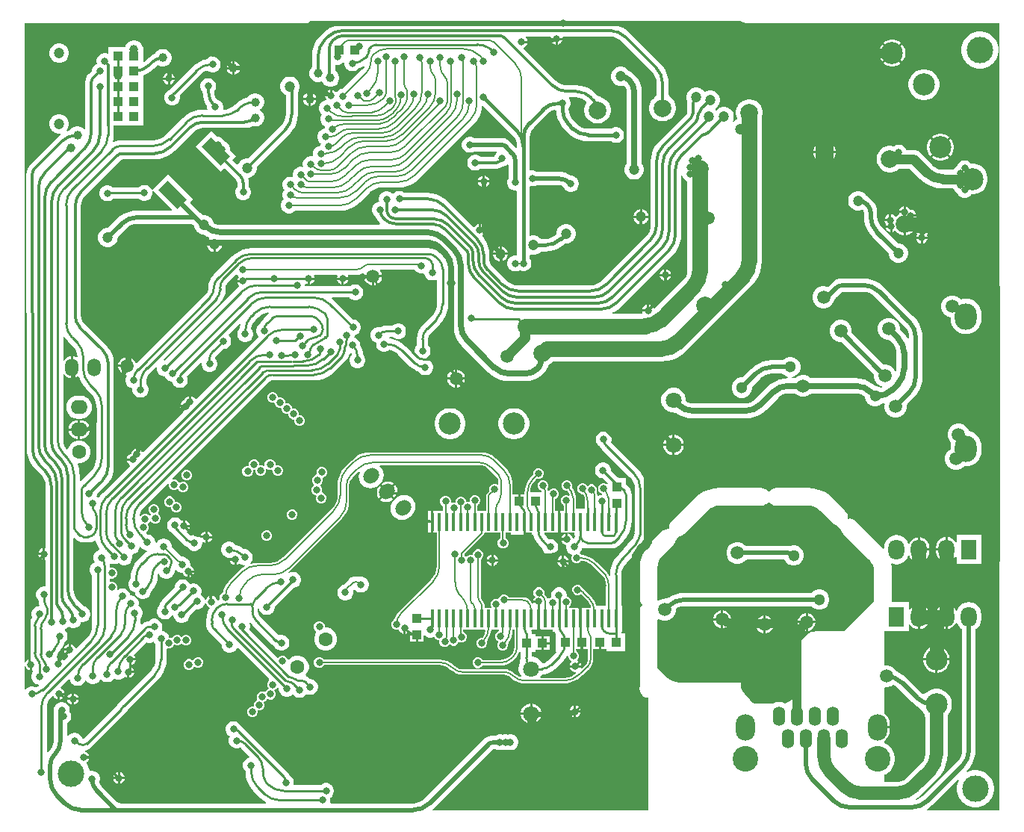
<source format=gbr>
%TF.GenerationSoftware,Altium Limited,Altium Designer,23.1.1 (15)*%
G04 Layer_Physical_Order=4*
G04 Layer_Color=16711680*
%FSLAX45Y45*%
%MOMM*%
%TF.SameCoordinates,5129EF4F-D339-4E8A-A4D9-011D67CBAE45*%
%TF.FilePolarity,Positive*%
%TF.FileFunction,Copper,L4,Bot,Signal*%
%TF.Part,Single*%
G01*
G75*
%TA.AperFunction,Conductor*%
%ADD10C,1.00000*%
%ADD11C,0.25400*%
%ADD12C,0.20000*%
%ADD13C,0.25000*%
%ADD14C,0.30000*%
%ADD15C,0.50000*%
%ADD16C,1.10000*%
%ADD17C,1.60000*%
%ADD18C,0.60000*%
%ADD19C,0.35000*%
%ADD20C,0.40000*%
%ADD21C,0.70000*%
%ADD22C,1.20000*%
%ADD23C,1.80000*%
%ADD24C,1.50000*%
%TA.AperFunction,SMDPad,CuDef*%
%ADD28R,1.00000X1.10000*%
%ADD29R,1.10000X1.00000*%
%TA.AperFunction,ComponentPad*%
%ADD72C,2.50000*%
%ADD73O,2.50000X3.00000*%
%TA.AperFunction,ViaPad*%
%ADD74C,3.00000*%
%TA.AperFunction,ComponentPad*%
%ADD75C,1.80000*%
%ADD76R,1.80000X2.30000*%
%ADD77O,1.80000X2.30000*%
%ADD78C,2.90000*%
%ADD79O,1.40000X2.20000*%
%ADD80O,2.20000X3.00000*%
%ADD81C,1.60000*%
G04:AMPARAMS|DCode=82|XSize=1.6mm|YSize=1.9mm|CornerRadius=0mm|HoleSize=0mm|Usage=FLASHONLY|Rotation=315.000|XOffset=0mm|YOffset=0mm|HoleType=Round|Shape=Round|*
%AMOVALD82*
21,1,0.30000,1.60000,0.00000,0.00000,45.0*
1,1,1.60000,-0.10607,-0.10607*
1,1,1.60000,0.10607,0.10607*
%
%ADD82OVALD82*%

%ADD83O,1.90000X1.60000*%
%ADD84O,1.50000X2.00000*%
%ADD85C,1.20000*%
%TA.AperFunction,ViaPad*%
%ADD86C,0.80000*%
%ADD87C,1.50000*%
%ADD88C,1.20000*%
%ADD89C,2.00000*%
%ADD90C,1.00000*%
%ADD91C,1.30000*%
%TA.AperFunction,Conductor*%
%ADD93C,2.00000*%
%TA.AperFunction,SMDPad,CuDef*%
%ADD94R,0.45000X2.00000*%
G04:AMPARAMS|DCode=95|XSize=3mm|YSize=1.5mm|CornerRadius=0mm|HoleSize=0mm|Usage=FLASHONLY|Rotation=135.000|XOffset=0mm|YOffset=0mm|HoleType=Round|Shape=Rectangle|*
%AMROTATEDRECTD95*
4,1,4,1.59099,-0.53033,0.53033,-1.59099,-1.59099,0.53033,-0.53033,1.59099,1.59099,-0.53033,0.0*
%
%ADD95ROTATEDRECTD95*%

G36*
X10155400Y-18595819D02*
X9333784D01*
X9330337Y-18583595D01*
X9352149Y-18570230D01*
X9391527Y-18536597D01*
X9391265Y-18536336D01*
X9680825Y-18246776D01*
X9691592Y-18253970D01*
X9678671Y-18285165D01*
X9670600Y-18325737D01*
Y-18367104D01*
X9678671Y-18407675D01*
X9694501Y-18445892D01*
X9717482Y-18480287D01*
X9746733Y-18509538D01*
X9781128Y-18532520D01*
X9819345Y-18548349D01*
X9859917Y-18556419D01*
X9901283D01*
X9941855Y-18548349D01*
X9980072Y-18532520D01*
X10014467Y-18509538D01*
X10043718Y-18480287D01*
X10066699Y-18445892D01*
X10082529Y-18407675D01*
X10090600Y-18367104D01*
Y-18325737D01*
X10082529Y-18285165D01*
X10066699Y-18246948D01*
X10043718Y-18212553D01*
X10014467Y-18183302D01*
X9980072Y-18160321D01*
X9941855Y-18144492D01*
X9901283Y-18136420D01*
X9859917D01*
X9819345Y-18144492D01*
X9788150Y-18157413D01*
X9781046Y-18146780D01*
X9786298Y-18141827D01*
X9786297Y-18141827D01*
X9819930Y-18102449D01*
X9846987Y-18058295D01*
X9866805Y-18010451D01*
X9878894Y-17960097D01*
X9882957Y-17908470D01*
X9882587D01*
Y-16559384D01*
X9882908Y-16557933D01*
X9883129Y-16547539D01*
X9883671Y-16539954D01*
X9883919Y-16538110D01*
X9884044Y-16538002D01*
X9890739Y-16532864D01*
X9892844Y-16531458D01*
X9893130Y-16531030D01*
X9906789Y-16520549D01*
X9929230Y-16491304D01*
X9943336Y-16457248D01*
X9948148Y-16420700D01*
Y-16370700D01*
X9943336Y-16334152D01*
X9929230Y-16300096D01*
X9906789Y-16270851D01*
X9877544Y-16248410D01*
X9843487Y-16234303D01*
X9806940Y-16229492D01*
X9770393Y-16234303D01*
X9736336Y-16248410D01*
X9707091Y-16270851D01*
X9684650Y-16300096D01*
X9673500Y-16327016D01*
X9659753D01*
X9653741Y-16312502D01*
X9635244Y-16288396D01*
X9611138Y-16269897D01*
X9583065Y-16258270D01*
X9565641Y-16255975D01*
Y-16395699D01*
Y-16535423D01*
X9583065Y-16533130D01*
X9611138Y-16521503D01*
X9635244Y-16503004D01*
X9653741Y-16478899D01*
X9659753Y-16464384D01*
X9673500D01*
X9684650Y-16491304D01*
X9707091Y-16520549D01*
X9720750Y-16531030D01*
X9721036Y-16531458D01*
X9723141Y-16532864D01*
X9729717Y-16537910D01*
X9730767Y-16548286D01*
X9730972Y-16557933D01*
X9731293Y-16559384D01*
Y-17908470D01*
X9731429Y-17909500D01*
X9728099Y-17943311D01*
X9717936Y-17976813D01*
X9701432Y-18007689D01*
X9687061Y-18025200D01*
X9679054Y-18034586D01*
X9284284Y-18429355D01*
X9283651Y-18430180D01*
X9257389Y-18451732D01*
X9226513Y-18468236D01*
X9210395Y-18473125D01*
X9205149Y-18461446D01*
X9226689Y-18448245D01*
X9272052Y-18409502D01*
X9271986Y-18409436D01*
X9453395Y-18228027D01*
X9453461Y-18228091D01*
X9492205Y-18182730D01*
X9523375Y-18131865D01*
X9546204Y-18076750D01*
X9560130Y-18018742D01*
X9564811Y-17959270D01*
X9564718D01*
Y-17552928D01*
X9564735Y-17551024D01*
X9565638Y-17528896D01*
X9567301Y-17512601D01*
X9568090Y-17508034D01*
X9568458Y-17506509D01*
X9574571Y-17500397D01*
X9593722Y-17471735D01*
X9606914Y-17439886D01*
X9613639Y-17406076D01*
Y-17371603D01*
X9606914Y-17337794D01*
X9593722Y-17305946D01*
X9574571Y-17277284D01*
X9550195Y-17252908D01*
X9521533Y-17233757D01*
X9489685Y-17220564D01*
X9455875Y-17213840D01*
X9421403D01*
X9387594Y-17220564D01*
X9355746Y-17233757D01*
X9330324Y-17250743D01*
X9328385Y-17251701D01*
X9316958Y-17260487D01*
X9307904Y-17266493D01*
X9300251Y-17270689D01*
X9294217Y-17273242D01*
X9289999Y-17274446D01*
X9287630Y-17274763D01*
X9286850Y-17274738D01*
X9286848Y-17274736D01*
X9286784Y-17274693D01*
X9279800Y-17268961D01*
X9270416Y-17260954D01*
X9261657Y-17252196D01*
X9100949Y-17091489D01*
X9101205Y-17091232D01*
X9062136Y-17057864D01*
X9018328Y-17031018D01*
X9012148Y-17028458D01*
X9011737Y-17028082D01*
X9009588Y-17027306D01*
X9007770Y-17025920D01*
X9002130Y-17023161D01*
X8998384Y-17021104D01*
X8989528Y-17015352D01*
X8986517Y-17013049D01*
X8983211Y-17010236D01*
X8980104Y-17007292D01*
X8977180Y-17004208D01*
X8974417Y-17000964D01*
X8970990Y-16996477D01*
X8970593Y-16996127D01*
X8969705Y-16994588D01*
X8946432Y-16971315D01*
X8917928Y-16954858D01*
X8886137Y-16946339D01*
X8853224D01*
X8845662Y-16940538D01*
Y-16575584D01*
X8846521Y-16563240D01*
X9126520D01*
Y-16482761D01*
X9139220Y-16480234D01*
X9139719Y-16481438D01*
X9158216Y-16505544D01*
X9182322Y-16524042D01*
X9210395Y-16535670D01*
X9227821Y-16537964D01*
Y-16398241D01*
Y-16258516D01*
X9210395Y-16260809D01*
X9182322Y-16272438D01*
X9158216Y-16290936D01*
X9139719Y-16315042D01*
X9139220Y-16316246D01*
X9126520Y-16313721D01*
Y-16233240D01*
X8941925D01*
X8933551Y-16223691D01*
X8934983Y-16212820D01*
Y-15892780D01*
X8935377D01*
X8930356Y-15828976D01*
X8923100Y-15798753D01*
X8932757Y-15790504D01*
X8949973Y-15797636D01*
X8986520Y-15802448D01*
X9023067Y-15797636D01*
X9057124Y-15783530D01*
X9086369Y-15761089D01*
X9108810Y-15731844D01*
X9119960Y-15704924D01*
X9133707D01*
X9139719Y-15719438D01*
X9158216Y-15743544D01*
X9182322Y-15762042D01*
X9210395Y-15773669D01*
X9227821Y-15775964D01*
Y-15636241D01*
Y-15496516D01*
X9210395Y-15498810D01*
X9182322Y-15510439D01*
X9158216Y-15528935D01*
X9139719Y-15553043D01*
X9133707Y-15567557D01*
X9119960D01*
X9108810Y-15540636D01*
X9086369Y-15511391D01*
X9057124Y-15488950D01*
X9023067Y-15474844D01*
X8986520Y-15470032D01*
X8949973Y-15474844D01*
X8915916Y-15488950D01*
X8886671Y-15511391D01*
X8864230Y-15540636D01*
X8850124Y-15574692D01*
X8845312Y-15611240D01*
Y-15620448D01*
X8833397Y-15624844D01*
X8815917Y-15604378D01*
X8815638Y-15604657D01*
X8525711Y-15314729D01*
X8504821Y-15298700D01*
X8480495Y-15288625D01*
X8454390Y-15285187D01*
X8440270Y-15287045D01*
X8431290Y-15278065D01*
X8433149Y-15263947D01*
X8429712Y-15237840D01*
X8419636Y-15213515D01*
X8403607Y-15192625D01*
X8266263Y-15055283D01*
X8266542Y-15055003D01*
X8217875Y-15013438D01*
X8163305Y-14979997D01*
X8104176Y-14955505D01*
X8041944Y-14940564D01*
X7978140Y-14935542D01*
Y-14935938D01*
X7625080D01*
X7598975Y-14939374D01*
X7574649Y-14949451D01*
X7553759Y-14965479D01*
X7545070Y-14976804D01*
X7532370D01*
X7523681Y-14965479D01*
X7502791Y-14949451D01*
X7478465Y-14939374D01*
X7452360Y-14935938D01*
X6985000D01*
Y-14935542D01*
X6921196Y-14940564D01*
X6858964Y-14955505D01*
X6799835Y-14979997D01*
X6745265Y-15013438D01*
X6696598Y-15055003D01*
X6696877Y-15055283D01*
X6436159Y-15315999D01*
X6420130Y-15336890D01*
X6410054Y-15361215D01*
X6406617Y-15387320D01*
X6407417Y-15393396D01*
X6398437Y-15402376D01*
X6392361Y-15401576D01*
X6366256Y-15405013D01*
X6341930Y-15415089D01*
X6321040Y-15431117D01*
X6195762Y-15556396D01*
X6195483Y-15556117D01*
X6153918Y-15604785D01*
X6120477Y-15659355D01*
X6095985Y-15718484D01*
X6081044Y-15780716D01*
X6076023Y-15844521D01*
X6076417D01*
Y-16185252D01*
X6079854Y-16211357D01*
X6089930Y-16235684D01*
X6100308Y-16249208D01*
X6105959Y-16260880D01*
X6089930Y-16281769D01*
X6079854Y-16306094D01*
X6076417Y-16332201D01*
Y-17182140D01*
X6076417Y-17188046D01*
X6068381Y-17207448D01*
X6068499D01*
X6073877Y-17213580D01*
X6074742Y-17220148D01*
X6077314Y-17239685D01*
X6087390Y-17264011D01*
X6103419Y-17284901D01*
X6124309Y-17300929D01*
X6148635Y-17311006D01*
X6172200Y-17314108D01*
Y-18595819D01*
X3727261D01*
X3722866Y-18583904D01*
X3742567Y-18567078D01*
X3742305Y-18566817D01*
X4412130Y-17896991D01*
X4412130Y-17896991D01*
X4412131Y-17896991D01*
X4423487Y-17893747D01*
X4432937D01*
X4434382Y-17894067D01*
X4442611Y-17894247D01*
X4455981Y-17901965D01*
X4478871Y-17908099D01*
X4502569D01*
X4521200Y-17903107D01*
X4539831Y-17908099D01*
X4563529D01*
X4580890Y-17903448D01*
X4598251Y-17908099D01*
X4621949D01*
X4644839Y-17901965D01*
X4665361Y-17890118D01*
X4682118Y-17873361D01*
X4693966Y-17852840D01*
X4700100Y-17829948D01*
Y-17806252D01*
X4693966Y-17783360D01*
X4682118Y-17762839D01*
X4665361Y-17746082D01*
X4644839Y-17734235D01*
X4621949Y-17728101D01*
X4598251D01*
X4580890Y-17732751D01*
X4563529Y-17728101D01*
X4539831D01*
X4521200Y-17733093D01*
X4502569Y-17728101D01*
X4478871D01*
X4455981Y-17734235D01*
X4442866Y-17741806D01*
X4438239Y-17742101D01*
X4435158Y-17742120D01*
X4433547Y-17742453D01*
X4419961D01*
Y-17742319D01*
X4388258Y-17745441D01*
X4357774Y-17754688D01*
X4329679Y-17769704D01*
X4305054Y-17789914D01*
X4305054Y-17789912D01*
X4296169Y-17798990D01*
X3635324Y-18459834D01*
X3634691Y-18460660D01*
X3608429Y-18482211D01*
X3577553Y-18498717D01*
X3544051Y-18508879D01*
X3510240Y-18512209D01*
X3509210Y-18512073D01*
X2575686D01*
X2565941Y-18499373D01*
X2569040Y-18487810D01*
Y-18464111D01*
X2565126Y-18449504D01*
X2574941Y-18443839D01*
X2591698Y-18427081D01*
X2603546Y-18406560D01*
X2609680Y-18383669D01*
Y-18359972D01*
X2603546Y-18337080D01*
X2591698Y-18316559D01*
X2574941Y-18299802D01*
X2554419Y-18287955D01*
X2531529Y-18281821D01*
X2507831D01*
X2484941Y-18287955D01*
X2464419Y-18299802D01*
X2459604Y-18304617D01*
X2455818Y-18307034D01*
X2454713Y-18308096D01*
X2160519D01*
X2152787Y-18298019D01*
X2155020Y-18289690D01*
Y-18265991D01*
X2148886Y-18243102D01*
X2137038Y-18222578D01*
X2120281Y-18205823D01*
X2118427Y-18204752D01*
X2116807Y-18203044D01*
X2114998Y-18201765D01*
X2111651Y-18199043D01*
X2111398Y-18198808D01*
X2108547Y-18195747D01*
X2108328Y-18195477D01*
X2105840Y-18191936D01*
X2104684Y-18190028D01*
X2104020Y-18189304D01*
X2103650Y-18188394D01*
X2101921Y-18186644D01*
X2099080Y-18181329D01*
X2079939Y-18158006D01*
X2077751Y-18154732D01*
X1572089Y-17649069D01*
X1572090Y-17649068D01*
X1557196Y-17637637D01*
X1554234Y-17634265D01*
X1553616Y-17633960D01*
X1553148Y-17633453D01*
X1552950Y-17633311D01*
X1542678Y-17615520D01*
X1525921Y-17598763D01*
X1505399Y-17586914D01*
X1482509Y-17580780D01*
X1458811D01*
X1435921Y-17586914D01*
X1415399Y-17598763D01*
X1398642Y-17615520D01*
X1386794Y-17636041D01*
X1380660Y-17658931D01*
Y-17682629D01*
X1386794Y-17705519D01*
X1398642Y-17726041D01*
X1415399Y-17742798D01*
X1432386Y-17752605D01*
X1424894Y-17765581D01*
X1418760Y-17788470D01*
Y-17812169D01*
X1424894Y-17835059D01*
X1436742Y-17855582D01*
X1453499Y-17872337D01*
X1474021Y-17884186D01*
X1496911Y-17890320D01*
X1520609D01*
X1543499Y-17884186D01*
X1552401Y-17879047D01*
X1558110Y-17883429D01*
X1559080Y-17884880D01*
X1652211Y-17978011D01*
X1648416Y-17992175D01*
X1634691Y-17995854D01*
X1614168Y-18007703D01*
X1597412Y-18024458D01*
X1585563Y-18044981D01*
X1579429Y-18067871D01*
Y-18091570D01*
X1585563Y-18114459D01*
X1597412Y-18134981D01*
X1602226Y-18139796D01*
X1604644Y-18143582D01*
X1605705Y-18144687D01*
Y-18148930D01*
X1606125Y-18151042D01*
X1609836Y-18198196D01*
X1621372Y-18246249D01*
X1640284Y-18291907D01*
X1666105Y-18334042D01*
X1696613Y-18369763D01*
X1697882Y-18371661D01*
X1698020Y-18371800D01*
X1698021Y-18371802D01*
X1778660Y-18452440D01*
X1780829Y-18453889D01*
X1814383Y-18482547D01*
X1841840Y-18499373D01*
X1838258Y-18512073D01*
X202645D01*
X202278Y-18511963D01*
X201217Y-18512073D01*
X200611D01*
X199343Y-18511774D01*
X191391Y-18511488D01*
X185698Y-18510857D01*
X180406Y-18509846D01*
X175432Y-18508475D01*
X170701Y-18506741D01*
X166133Y-18504623D01*
X161647Y-18502077D01*
X157188Y-18499046D01*
X152716Y-18495468D01*
X146893Y-18490048D01*
X145785Y-18489365D01*
X-21860Y-18321719D01*
X-23275Y-18320633D01*
X-42400Y-18295709D01*
X-52731Y-18270766D01*
X-52769Y-18270351D01*
X-50754Y-18266859D01*
X-44620Y-18243970D01*
Y-18220271D01*
X-50754Y-18197382D01*
X-62602Y-18176859D01*
X-79359Y-18160101D01*
X-99881Y-18148254D01*
X-122771Y-18142120D01*
X-146469D01*
X-151266Y-18143407D01*
X-162051Y-18136699D01*
X-166371Y-18114986D01*
X-182201Y-18076768D01*
X-195954Y-18056184D01*
X-193070Y-18043816D01*
X-188795Y-18041348D01*
X-176618Y-18029172D01*
X-168008Y-18014258D01*
X-164647Y-18001715D01*
X-228951D01*
Y-17976315D01*
X-164647D01*
X-168008Y-17963771D01*
X-176618Y-17948859D01*
X-188795Y-17936682D01*
X-203708Y-17928072D01*
X-213809Y-17925365D01*
X-212962Y-17912444D01*
X-200365Y-17910786D01*
X-171687Y-17898907D01*
X-149571Y-17881937D01*
X-146911Y-17880161D01*
X240049Y-17493199D01*
X241222Y-17491443D01*
X272248Y-17455116D01*
X274208Y-17451917D01*
X621049Y-17105077D01*
X622223Y-17103320D01*
X653248Y-17066995D01*
X679294Y-17024490D01*
X698371Y-16978435D01*
X710008Y-16929964D01*
X713756Y-16882338D01*
X714168Y-16880267D01*
Y-16760098D01*
X724728Y-16753043D01*
X725643Y-16753421D01*
X749512D01*
X771565Y-16744287D01*
X788443Y-16727409D01*
X790856Y-16721584D01*
X806868Y-16716113D01*
X820578Y-16721793D01*
X844448D01*
X866500Y-16712659D01*
X882195Y-16696965D01*
X898524Y-16713293D01*
X920577Y-16722427D01*
X944446D01*
X966498Y-16713293D01*
X983377Y-16696416D01*
X992511Y-16674364D01*
Y-16650493D01*
X983377Y-16628441D01*
X966498Y-16611563D01*
X944446Y-16602428D01*
X920577D01*
X898524Y-16611563D01*
X882830Y-16627257D01*
X866500Y-16610928D01*
X844448Y-16601794D01*
X820578D01*
X798526Y-16610928D01*
X781648Y-16627806D01*
X779234Y-16633632D01*
X763223Y-16639101D01*
X749512Y-16633421D01*
X740240D01*
Y-16632771D01*
X734106Y-16609882D01*
X722258Y-16589359D01*
X705501Y-16572601D01*
X684979Y-16560754D01*
X666226Y-16555730D01*
X660262Y-16547850D01*
X658662Y-16541920D01*
X664040Y-16521849D01*
Y-16498151D01*
X657906Y-16475261D01*
X646058Y-16454739D01*
X629301Y-16437982D01*
X608779Y-16426134D01*
X585889Y-16420000D01*
X562191D01*
X539301Y-16426134D01*
X518779Y-16437982D01*
X508490Y-16448271D01*
X496580Y-16449445D01*
X468647Y-16457918D01*
X442903Y-16471678D01*
X428416Y-16483566D01*
X416418Y-16477374D01*
X416187Y-16477094D01*
X418917Y-16442395D01*
X419324Y-16440350D01*
X418951Y-16438474D01*
X419244Y-16436586D01*
X418424Y-16417265D01*
X419435Y-16416118D01*
X421114Y-16413225D01*
X424019Y-16410321D01*
X435868Y-16389799D01*
X442001Y-16366908D01*
Y-16343211D01*
X435868Y-16320322D01*
X424019Y-16299799D01*
X407262Y-16283041D01*
X389997Y-16273074D01*
X394800Y-16255148D01*
Y-16231451D01*
X388666Y-16208562D01*
X376818Y-16188039D01*
X360061Y-16171281D01*
X339539Y-16159435D01*
X316649Y-16153300D01*
X300820D01*
Y-16152711D01*
X294686Y-16129820D01*
X282838Y-16109299D01*
X266081Y-16092542D01*
X245559Y-16080695D01*
X222669Y-16074561D01*
X198971D01*
X176081Y-16080695D01*
X158595Y-16090790D01*
X148379Y-16083286D01*
X148104Y-16082930D01*
X151440Y-16074876D01*
Y-16051007D01*
X142306Y-16028954D01*
X125427Y-16012076D01*
X103375Y-16002940D01*
X79506D01*
X71344Y-15997488D01*
Y-15968393D01*
X79506Y-15962939D01*
X103375D01*
X125427Y-15953806D01*
X142306Y-15936926D01*
X151440Y-15914874D01*
Y-15891005D01*
X142306Y-15868953D01*
X125427Y-15852074D01*
X103375Y-15842940D01*
X79506D01*
X71344Y-15837486D01*
Y-15812016D01*
X70682Y-15808685D01*
X69897Y-15800722D01*
X80571Y-15793840D01*
X81495Y-15794373D01*
X104385Y-15800507D01*
X128082D01*
X150972Y-15794373D01*
X167376Y-15784901D01*
X176486Y-15794011D01*
X197008Y-15805859D01*
X219898Y-15811993D01*
X243595D01*
X266485Y-15805859D01*
X287008Y-15794011D01*
X303764Y-15777254D01*
X315613Y-15756732D01*
X321746Y-15733842D01*
Y-15710146D01*
X318573Y-15698300D01*
X326809Y-15685600D01*
X349699Y-15679466D01*
X370221Y-15667618D01*
X386978Y-15650861D01*
X398826Y-15630339D01*
X404960Y-15607449D01*
Y-15603741D01*
X417660Y-15600339D01*
X423482Y-15610422D01*
X440238Y-15627177D01*
X460761Y-15639027D01*
X483651Y-15645160D01*
X485515D01*
X488696Y-15657860D01*
X483528Y-15660623D01*
X448958Y-15688992D01*
X448055Y-15689597D01*
X448021Y-15689630D01*
X448020Y-15689632D01*
X387231Y-15750421D01*
X385547Y-15752940D01*
X358690Y-15784387D01*
X335524Y-15822189D01*
X318558Y-15863150D01*
X308208Y-15906261D01*
X304963Y-15947488D01*
X304372Y-15950461D01*
Y-15962645D01*
X303496Y-15963559D01*
X301087Y-15967334D01*
X296282Y-15972139D01*
X284434Y-15992661D01*
X278300Y-16015552D01*
Y-16039249D01*
X284434Y-16062138D01*
X296282Y-16082661D01*
X313039Y-16099419D01*
X333561Y-16111266D01*
X353197Y-16116528D01*
Y-16119292D01*
X359330Y-16142181D01*
X371179Y-16162704D01*
X387935Y-16179462D01*
X408458Y-16191310D01*
X431348Y-16197443D01*
X455045D01*
X477935Y-16191310D01*
X498457Y-16179462D01*
X515214Y-16162704D01*
X527063Y-16142181D01*
X533196Y-16119292D01*
Y-16112497D01*
X534163Y-16108125D01*
X534190Y-16106859D01*
X547657Y-16093391D01*
X548710Y-16091817D01*
X574436Y-16060469D01*
X594432Y-16023059D01*
X596194Y-16017249D01*
X597711Y-16014980D01*
X598430Y-16011365D01*
X599287Y-16007056D01*
X606746Y-15982466D01*
X610720Y-15942108D01*
X611090Y-15940253D01*
X610520Y-15937389D01*
X613553Y-15914349D01*
X626164Y-15910124D01*
X627769Y-15910493D01*
X639182Y-15930261D01*
X655939Y-15947018D01*
X676461Y-15958865D01*
X699351Y-15964999D01*
X723049D01*
X745939Y-15958865D01*
X766461Y-15947018D01*
X783218Y-15930261D01*
X795066Y-15909740D01*
X801200Y-15886848D01*
Y-15876131D01*
X811334Y-15866141D01*
X821735Y-15866434D01*
X833739Y-15878438D01*
X854261Y-15890286D01*
X877151Y-15896420D01*
X894077D01*
X897328Y-15908556D01*
X905938Y-15923468D01*
X918114Y-15935645D01*
X933028Y-15944254D01*
X945571Y-15947615D01*
Y-15883311D01*
X958271D01*
Y-15870612D01*
X1022575D01*
X1019214Y-15858067D01*
X1010604Y-15843153D01*
X998428Y-15830978D01*
X983515Y-15822368D01*
X978277Y-15820966D01*
X979000Y-15818269D01*
Y-15794571D01*
X972866Y-15771681D01*
X961018Y-15751160D01*
X944261Y-15734402D01*
X923739Y-15722554D01*
X900849Y-15716420D01*
X893691D01*
X888916Y-15715443D01*
X884446Y-15715417D01*
X879129Y-15715114D01*
X769399Y-15605383D01*
X769193Y-15603214D01*
X769153Y-15600365D01*
X768180Y-15595808D01*
Y-15588831D01*
X762046Y-15565941D01*
X750198Y-15545419D01*
X733441Y-15528662D01*
X712919Y-15516814D01*
X690029Y-15510680D01*
X666331D01*
X643441Y-15516814D01*
X622919Y-15528662D01*
X606162Y-15545419D01*
X598199Y-15559212D01*
X585499Y-15555809D01*
Y-15543312D01*
X579366Y-15520422D01*
X567517Y-15499899D01*
X550760Y-15483144D01*
X530238Y-15471294D01*
X507348Y-15465161D01*
X503089D01*
X499791Y-15464293D01*
X498527Y-15464217D01*
X483373Y-15447809D01*
X481600Y-15441759D01*
X481911Y-15435960D01*
X482303Y-15434604D01*
X483195Y-15432137D01*
X496659Y-15418672D01*
X505793Y-15396620D01*
Y-15372751D01*
X496659Y-15350697D01*
X498682Y-15340526D01*
X503692Y-15338451D01*
X520570Y-15321573D01*
X522581Y-15316719D01*
X536239Y-15316931D01*
X551631Y-15332323D01*
X573684Y-15341457D01*
X597553D01*
X619606Y-15332323D01*
X636484Y-15315445D01*
X645618Y-15293391D01*
Y-15269524D01*
X636484Y-15247470D01*
X619606Y-15230592D01*
X618869Y-15230287D01*
X616391Y-15217831D01*
X619423Y-15214799D01*
X628557Y-15192746D01*
Y-15168877D01*
X619423Y-15146825D01*
X602544Y-15129945D01*
X580492Y-15120811D01*
X556622D01*
X534570Y-15129945D01*
X517692Y-15146825D01*
X508557Y-15168877D01*
Y-15192746D01*
X517692Y-15214799D01*
X534570Y-15231677D01*
X535465Y-15243716D01*
X530815Y-15249773D01*
X517279Y-15250307D01*
X503692Y-15236720D01*
X481639Y-15227586D01*
X457770D01*
X435717Y-15236720D01*
X420194Y-15252245D01*
X412824Y-15252019D01*
X406442Y-15250342D01*
X405059Y-15245506D01*
X414781Y-15213458D01*
X431617Y-15181960D01*
X446285Y-15164088D01*
X454867Y-15154942D01*
D01*
X463697Y-15146111D01*
X726793Y-14883015D01*
X736227Y-14888138D01*
X738015Y-14889754D01*
Y-14912979D01*
X747149Y-14935031D01*
X764028Y-14951909D01*
X786080Y-14961044D01*
X809950D01*
X831484Y-14952124D01*
X835065Y-14951070D01*
X845667Y-14953178D01*
X849204Y-14961716D01*
X866082Y-14978593D01*
X888134Y-14987729D01*
X912004D01*
X934056Y-14978593D01*
X950935Y-14961716D01*
X960069Y-14939664D01*
Y-14915794D01*
X950935Y-14893742D01*
X934056Y-14876863D01*
X912004Y-14867729D01*
X888134D01*
X866600Y-14876649D01*
X863019Y-14877704D01*
X852417Y-14875594D01*
X848880Y-14867056D01*
X832002Y-14850179D01*
X809950Y-14841045D01*
X786725D01*
X785109Y-14839256D01*
X779987Y-14829820D01*
X1875809Y-13734000D01*
X1877181Y-13731947D01*
X1892089Y-13721985D01*
X1909676Y-13718488D01*
X1912097Y-13718968D01*
X2383990D01*
X2386061Y-13718556D01*
X2433686Y-13714809D01*
X2482158Y-13703171D01*
X2528213Y-13684094D01*
X2570717Y-13658047D01*
X2607043Y-13627022D01*
X2608799Y-13625848D01*
X2747042Y-13487605D01*
X2747070Y-13487634D01*
X2770634Y-13456926D01*
X2785447Y-13421165D01*
X2786045Y-13416620D01*
X2797027Y-13409306D01*
X2807846Y-13412263D01*
X2808492Y-13413824D01*
X2810015Y-13425388D01*
X2803262Y-13432140D01*
X2791414Y-13452661D01*
X2785280Y-13475551D01*
Y-13499249D01*
X2791414Y-13522139D01*
X2803262Y-13542661D01*
X2820019Y-13559418D01*
X2840541Y-13571266D01*
X2863431Y-13577400D01*
X2887129D01*
X2910019Y-13571266D01*
X2930541Y-13559418D01*
X2947298Y-13542661D01*
X2959146Y-13522139D01*
X2965280Y-13499249D01*
Y-13475551D01*
X2959146Y-13452661D01*
X2947298Y-13432140D01*
X2937108Y-13421948D01*
X2934563Y-13396111D01*
X2921060Y-13351598D01*
X2913418Y-13337300D01*
X2912512Y-13333665D01*
X2912175Y-13333211D01*
X2912025Y-13332661D01*
X2911153Y-13330913D01*
X2909652Y-13327280D01*
X2909578Y-13327055D01*
X2908531Y-13322992D01*
X2908433Y-13322469D01*
X2907870Y-13317792D01*
X2907726Y-13315306D01*
X2906860Y-13311972D01*
Y-13307912D01*
X2900726Y-13285020D01*
X2888878Y-13264499D01*
X2872121Y-13247742D01*
X2851599Y-13235893D01*
X2841000Y-13233054D01*
X2845900Y-13214769D01*
Y-13203995D01*
X2859219Y-13200426D01*
X2879741Y-13188577D01*
X2896498Y-13171822D01*
X2908346Y-13151299D01*
X2914480Y-13128409D01*
Y-13104710D01*
X2908346Y-13081821D01*
X2896498Y-13061299D01*
X2879741Y-13044542D01*
X2859219Y-13032693D01*
X2836329Y-13026559D01*
X2829534D01*
X2825162Y-13025594D01*
X2823895Y-13025568D01*
X2606259Y-12807932D01*
X2604503Y-12806758D01*
X2586151Y-12791083D01*
X2590547Y-12779168D01*
X2785600D01*
X2789001Y-12781640D01*
X2797159Y-12789798D01*
X2817681Y-12801646D01*
X2840571Y-12807780D01*
X2864269D01*
X2887159Y-12801646D01*
X2907681Y-12789798D01*
X2924438Y-12773041D01*
X2936286Y-12752519D01*
X2942420Y-12729629D01*
Y-12705931D01*
X2936286Y-12683041D01*
X2924438Y-12662519D01*
X2907681Y-12645762D01*
X2887159Y-12633914D01*
X2864269Y-12627780D01*
X2840571D01*
X2817681Y-12633914D01*
X2797159Y-12645762D01*
X2795104Y-12647817D01*
X2792711Y-12649147D01*
X2790625Y-12650917D01*
X2790098Y-12651312D01*
X2281225D01*
X2280900Y-12650888D01*
Y-12630621D01*
X2288522Y-12624451D01*
X2292893Y-12622880D01*
X2298856Y-12626323D01*
X2311400Y-12629684D01*
Y-12565380D01*
X2324100D01*
Y-12552680D01*
X2388404D01*
X2385043Y-12540136D01*
X2381565Y-12534112D01*
X2388897Y-12521412D01*
X2643806D01*
X2651138Y-12534112D01*
X2647660Y-12540137D01*
X2644299Y-12552680D01*
X2772907D01*
X2769546Y-12540137D01*
X2766068Y-12534112D01*
X2773400Y-12521412D01*
X2866566D01*
X2870114Y-12520706D01*
X2899756Y-12517786D01*
X2931672Y-12508105D01*
X2945853Y-12500525D01*
X2956696Y-12509130D01*
X2952580Y-12524489D01*
Y-12525007D01*
X3153380D01*
Y-12524489D01*
X3146538Y-12498954D01*
X3133320Y-12476060D01*
X3130449Y-12473189D01*
X3135309Y-12461455D01*
X3524318D01*
X3529702Y-12470781D01*
X3546459Y-12487538D01*
X3566981Y-12499386D01*
X3589871Y-12505520D01*
X3613569D01*
X3620483Y-12503667D01*
X3634045Y-12513181D01*
X3638180Y-12528615D01*
X3650029Y-12549137D01*
X3666785Y-12565894D01*
X3687308Y-12577743D01*
X3710198Y-12583876D01*
X3733895D01*
X3756785Y-12577743D01*
X3765906Y-12572477D01*
X3776905Y-12578827D01*
Y-12851181D01*
X3777490Y-12854123D01*
X3774107Y-12888472D01*
X3763229Y-12924332D01*
X3745565Y-12957378D01*
X3723669Y-12984059D01*
X3721174Y-12985725D01*
X3617620Y-13089281D01*
X3616915Y-13090337D01*
X3589308Y-13123975D01*
X3568204Y-13163457D01*
X3555209Y-13206297D01*
X3550943Y-13249605D01*
X3550696Y-13250850D01*
Y-13318294D01*
X3549636Y-13319398D01*
X3547217Y-13323184D01*
X3542402Y-13327998D01*
X3530554Y-13348521D01*
X3524420Y-13371411D01*
Y-13395110D01*
X3530554Y-13417999D01*
X3533169Y-13422530D01*
X3523007Y-13430327D01*
X3426535Y-13333855D01*
X3424799Y-13332695D01*
X3388479Y-13301675D01*
X3346002Y-13275645D01*
X3299976Y-13256580D01*
X3251534Y-13244949D01*
X3249134Y-13244762D01*
X3248485Y-13244508D01*
X3246584Y-13244170D01*
X3246490Y-13244145D01*
X3246423Y-13244122D01*
X3246330Y-13244086D01*
X3246157Y-13243999D01*
X3245882Y-13243839D01*
X3245463Y-13243555D01*
X3244891Y-13243111D01*
X3244162Y-13242471D01*
X3242275Y-13240607D01*
X3238249Y-13237950D01*
X3236463Y-13236163D01*
X3241642Y-13223463D01*
X3275133D01*
X3276238Y-13224524D01*
X3280024Y-13226942D01*
X3284839Y-13231758D01*
X3305361Y-13243607D01*
X3328251Y-13249741D01*
X3351949D01*
X3374839Y-13243607D01*
X3395361Y-13231758D01*
X3412118Y-13215001D01*
X3423966Y-13194479D01*
X3430100Y-13171590D01*
Y-13147891D01*
X3423966Y-13125002D01*
X3412118Y-13104478D01*
X3395361Y-13087721D01*
X3374839Y-13075874D01*
X3351949Y-13069740D01*
X3328251D01*
X3305361Y-13075874D01*
X3284839Y-13087721D01*
X3280024Y-13092537D01*
X3276238Y-13094955D01*
X3275133Y-13096016D01*
X3216589D01*
X3214510Y-13096429D01*
X3175436Y-13100278D01*
X3144382Y-13109698D01*
X3143285Y-13109763D01*
X3141822Y-13110475D01*
X3139632Y-13111139D01*
X3138238Y-13111369D01*
X3135969Y-13112222D01*
X3135024Y-13112520D01*
X3134086Y-13112759D01*
X3133121Y-13112949D01*
X3132114Y-13113091D01*
X3131040Y-13113181D01*
X3130517Y-13113197D01*
X3126508Y-13113008D01*
X3124369Y-13112746D01*
X3122020Y-13112920D01*
X3100495D01*
X3077605Y-13119054D01*
X3057082Y-13130902D01*
X3040326Y-13147659D01*
X3028477Y-13168181D01*
X3022343Y-13191071D01*
Y-13214769D01*
X3028477Y-13237659D01*
X3040326Y-13258182D01*
X3057082Y-13274937D01*
X3077605Y-13286786D01*
X3088346Y-13289665D01*
X3087540Y-13292671D01*
Y-13316370D01*
X3093674Y-13339259D01*
X3105522Y-13359781D01*
X3122279Y-13376538D01*
X3142801Y-13388387D01*
X3165691Y-13394521D01*
X3189389D01*
X3212279Y-13388387D01*
X3232801Y-13376538D01*
X3237002Y-13372336D01*
X3239106Y-13371037D01*
X3239161Y-13371042D01*
X3275020Y-13381920D01*
X3308067Y-13399583D01*
X3334748Y-13421480D01*
X3336415Y-13423975D01*
X3474095Y-13561655D01*
X3474616Y-13562003D01*
X3510733Y-13591644D01*
X3552484Y-13613960D01*
X3562255Y-13616924D01*
X3564586Y-13618382D01*
X3566679Y-13619177D01*
X3567292Y-13619453D01*
X3567879Y-13619762D01*
X3568472Y-13620122D01*
X3569095Y-13620552D01*
X3569769Y-13621078D01*
X3569986Y-13621269D01*
X3572643Y-13624030D01*
X3573976Y-13625652D01*
X3577401Y-13628461D01*
X3589639Y-13640698D01*
X3610161Y-13652547D01*
X3633051Y-13658681D01*
X3656749D01*
X3679639Y-13652547D01*
X3700161Y-13640698D01*
X3716918Y-13623941D01*
X3728766Y-13603419D01*
X3734900Y-13580528D01*
Y-13556831D01*
X3728766Y-13533942D01*
X3716918Y-13513419D01*
X3700161Y-13496661D01*
X3679639Y-13484814D01*
X3656749Y-13478680D01*
X3653376D01*
X3651223Y-13472783D01*
X3651144Y-13465981D01*
X3669681Y-13455278D01*
X3686438Y-13438521D01*
X3698286Y-13417999D01*
X3704420Y-13395110D01*
Y-13371411D01*
X3698286Y-13348521D01*
X3686438Y-13327998D01*
X3681623Y-13323184D01*
X3679205Y-13319398D01*
X3678144Y-13318294D01*
Y-13250850D01*
X3677647Y-13248351D01*
X3680789Y-13224484D01*
X3690966Y-13199915D01*
X3705622Y-13180815D01*
X3707740Y-13179401D01*
X3811294Y-13075845D01*
X3812454Y-13074110D01*
X3843474Y-13037790D01*
X3869504Y-12995312D01*
X3888569Y-12949287D01*
X3900199Y-12900845D01*
X3903946Y-12853226D01*
X3904353Y-12851181D01*
Y-12699321D01*
X3917054Y-12689576D01*
X3921760Y-12690837D01*
Y-12616180D01*
Y-12541523D01*
X3917054Y-12542784D01*
X3904353Y-12533039D01*
Y-12451285D01*
X3903877Y-12448890D01*
X3900187Y-12411420D01*
X3888558Y-12373088D01*
X3869675Y-12337760D01*
X3845791Y-12308656D01*
X3844433Y-12306625D01*
X3815609Y-12277800D01*
X3813322Y-12276273D01*
X3785406Y-12253363D01*
X3751168Y-12235062D01*
X3714016Y-12223792D01*
X3678079Y-12220253D01*
X3675380Y-12219716D01*
X1677470D01*
X1675425Y-12220123D01*
X1627806Y-12223870D01*
X1579364Y-12235500D01*
X1533338Y-12254565D01*
X1490861Y-12280595D01*
X1454541Y-12311615D01*
X1452805Y-12312775D01*
X1245929Y-12519651D01*
X1244577Y-12521675D01*
X1220664Y-12550813D01*
X1201764Y-12586172D01*
X1190125Y-12624540D01*
X1186431Y-12662052D01*
X1185956Y-12664440D01*
X1186440Y-12666875D01*
X1183373Y-12690170D01*
X1173442Y-12714147D01*
X1159153Y-12732768D01*
X1157103Y-12734138D01*
X1157092Y-12734156D01*
X1157074Y-12734168D01*
X370679Y-13520563D01*
X358411Y-13517274D01*
X357718Y-13514687D01*
X344500Y-13491792D01*
X325807Y-13473100D01*
X302913Y-13459882D01*
X277378Y-13453040D01*
X276860D01*
Y-13553439D01*
X264160D01*
Y-13566141D01*
X163760D01*
Y-13566658D01*
X170602Y-13592194D01*
X183820Y-13615086D01*
X202513Y-13633780D01*
X225407Y-13646999D01*
X250942Y-13653841D01*
X255519D01*
X262453Y-13666541D01*
X253954Y-13681261D01*
X247820Y-13704150D01*
Y-13727849D01*
X253954Y-13750739D01*
X265802Y-13771262D01*
X282559Y-13788017D01*
X303081Y-13799866D01*
X325971Y-13806000D01*
X327367Y-13807819D01*
X326560Y-13810831D01*
Y-13834529D01*
X332694Y-13857419D01*
X344542Y-13877940D01*
X361299Y-13894698D01*
X381821Y-13906546D01*
X404711Y-13912680D01*
X428409D01*
X451299Y-13906546D01*
X471821Y-13894698D01*
X488578Y-13877940D01*
X500426Y-13857419D01*
X506560Y-13834529D01*
Y-13810831D01*
X500426Y-13787941D01*
X488578Y-13767419D01*
X483763Y-13762604D01*
X481345Y-13758818D01*
X480284Y-13757713D01*
Y-13756509D01*
X479699Y-13753566D01*
X483082Y-13719217D01*
X493960Y-13683357D01*
X511624Y-13650311D01*
X533520Y-13623630D01*
X536015Y-13621964D01*
X592454Y-13565524D01*
X596095Y-13567625D01*
X602910Y-13573029D01*
Y-13595258D01*
X609043Y-13618147D01*
X620892Y-13638670D01*
X637648Y-13655428D01*
X658171Y-13667276D01*
X681061Y-13673409D01*
X694930D01*
X695914Y-13677078D01*
X707762Y-13697601D01*
X724519Y-13714359D01*
X745041Y-13726205D01*
X767931Y-13732339D01*
X772944D01*
X777194Y-13748199D01*
X789042Y-13768721D01*
X805799Y-13785478D01*
X826321Y-13797327D01*
X849211Y-13803461D01*
X872909D01*
X895799Y-13797327D01*
X916321Y-13785478D01*
X933078Y-13768721D01*
X944926Y-13748199D01*
X951060Y-13725310D01*
Y-13701611D01*
X944926Y-13678722D01*
X940512Y-13671075D01*
X1098530Y-13513058D01*
X1108880Y-13520670D01*
Y-13542429D01*
X1115014Y-13565318D01*
X1126862Y-13585841D01*
X1143619Y-13602599D01*
X1164141Y-13614445D01*
X1187031Y-13620580D01*
X1210729D01*
X1233619Y-13614445D01*
X1254141Y-13602599D01*
X1270898Y-13585841D01*
X1282746Y-13565318D01*
X1288880Y-13542429D01*
Y-13518732D01*
X1282746Y-13495840D01*
X1270898Y-13475319D01*
X1262846Y-13467267D01*
X1270835Y-13447981D01*
X1276613Y-13440450D01*
X1284650Y-13431079D01*
X1293452Y-13422276D01*
X1353235Y-13362492D01*
X1354502Y-13362466D01*
X1358873Y-13361501D01*
X1365669D01*
X1388559Y-13355367D01*
X1409081Y-13343518D01*
X1425838Y-13326761D01*
X1437686Y-13306239D01*
X1443820Y-13283350D01*
Y-13259651D01*
X1437686Y-13236761D01*
X1425838Y-13216238D01*
X1410593Y-13200995D01*
X1540182Y-13071407D01*
X1551695Y-13077853D01*
X1542338Y-13116827D01*
X1542047Y-13120518D01*
X1541652Y-13121548D01*
X1541314Y-13123509D01*
X1541277Y-13123660D01*
X1541244Y-13123761D01*
X1541205Y-13123859D01*
X1541135Y-13124004D01*
X1541001Y-13124236D01*
X1540767Y-13124588D01*
X1540390Y-13125079D01*
X1539834Y-13125717D01*
X1538045Y-13127538D01*
X1535430Y-13131525D01*
X1530089Y-13136865D01*
X1518240Y-13157388D01*
X1512106Y-13180278D01*
Y-13203975D01*
X1518240Y-13226865D01*
X1530089Y-13247388D01*
X1546845Y-13264143D01*
X1567368Y-13275993D01*
X1590258Y-13282126D01*
X1613955D01*
X1636845Y-13275993D01*
X1657367Y-13264143D01*
X1674124Y-13247388D01*
X1685973Y-13226865D01*
X1692106Y-13203975D01*
Y-13180278D01*
X1685973Y-13157388D01*
X1674124Y-13136865D01*
X1669843Y-13132584D01*
X1668683Y-13130714D01*
X1668826Y-13129272D01*
X1679692Y-13093451D01*
X1697337Y-13060439D01*
X1719203Y-13033795D01*
X1721705Y-13032123D01*
X1751349Y-13002480D01*
X1753021Y-12999977D01*
X1779664Y-12978111D01*
X1812677Y-12960466D01*
X1848498Y-12949599D01*
X1866060Y-12947870D01*
X1870914Y-12960153D01*
X1866078Y-12963864D01*
X1864928Y-12964632D01*
X1864901Y-12964651D01*
X1811154Y-13018398D01*
X1811153Y-13018399D01*
X1811153Y-13018399D01*
X1809450Y-13020947D01*
X1787439Y-13047768D01*
X1778781Y-13063966D01*
X1776702Y-13066206D01*
X1776024Y-13068036D01*
X1774809Y-13069563D01*
X1773887Y-13071350D01*
X1771874Y-13074631D01*
X1769479Y-13077460D01*
X1766492Y-13080061D01*
X1764836Y-13081303D01*
X1763909Y-13082336D01*
X1763379Y-13082642D01*
X1746622Y-13099399D01*
X1734774Y-13119920D01*
X1728640Y-13142812D01*
Y-13166508D01*
X1734774Y-13189400D01*
X1746622Y-13209921D01*
X1758057Y-13221355D01*
X1049996Y-13929416D01*
X1034455Y-13926996D01*
X1030233Y-13919682D01*
X1018057Y-13907507D01*
X1003144Y-13898897D01*
X990600Y-13895535D01*
Y-13959840D01*
X965200D01*
Y-13895535D01*
X952656Y-13898897D01*
X937743Y-13907507D01*
X925567Y-13919682D01*
X916957Y-13934596D01*
X914106Y-13945236D01*
X906936Y-13947157D01*
X892023Y-13955766D01*
X879847Y-13967943D01*
X871237Y-13982857D01*
X867876Y-13995399D01*
X932180D01*
Y-14020799D01*
X867876D01*
X871237Y-14033344D01*
X879847Y-14048257D01*
X892023Y-14060432D01*
X897726Y-14063725D01*
X899815Y-14079596D01*
X448607Y-14530804D01*
X434334Y-14527116D01*
X428253Y-14516583D01*
X416077Y-14504407D01*
X401164Y-14495798D01*
X388620Y-14492436D01*
Y-14556740D01*
X363220D01*
Y-14492436D01*
X350676Y-14495798D01*
X335763Y-14504407D01*
X323587Y-14516583D01*
X314977Y-14531496D01*
X310520Y-14548129D01*
Y-14550043D01*
X301683Y-14552409D01*
X286770Y-14561020D01*
X274594Y-14573196D01*
X265984Y-14588110D01*
X262623Y-14600653D01*
X326927D01*
Y-14626053D01*
X262623D01*
X265984Y-14638597D01*
X274594Y-14653510D01*
X286770Y-14665686D01*
X292473Y-14668977D01*
X294562Y-14684850D01*
X-11449Y-14990862D01*
X-12622Y-14992616D01*
X-43648Y-15028943D01*
X-53977Y-15045799D01*
X-66589Y-15047292D01*
X-70359Y-15043523D01*
X-80938Y-15037415D01*
X-75100Y-15015630D01*
Y-15009036D01*
X-74518Y-15006499D01*
X-74067Y-15006017D01*
X-73163Y-15004559D01*
X29960Y-14901437D01*
X29961Y-14901436D01*
X30189Y-14901665D01*
X59400Y-14867462D01*
X82902Y-14829112D01*
X100114Y-14787556D01*
X110614Y-14743820D01*
X114144Y-14698981D01*
X113821D01*
X113820Y-13515776D01*
X114529D01*
X109465Y-13464360D01*
X94467Y-13414920D01*
X70113Y-13369356D01*
X45295Y-13339114D01*
X37436Y-13329538D01*
X37337Y-13329417D01*
X36836Y-13329919D01*
X-221288Y-13071796D01*
X-222540Y-13070834D01*
X-242410Y-13044939D01*
X-255505Y-13013326D01*
X-259766Y-12980966D01*
X-259559Y-12979401D01*
Y-11748570D01*
X-259673Y-11747705D01*
X-256134Y-11711769D01*
X-245399Y-11676382D01*
X-227967Y-11643768D01*
X-205059Y-11615854D01*
X-204367Y-11615323D01*
X188546Y-11222411D01*
X188610Y-11222327D01*
X201083Y-11213993D01*
X215795Y-11211067D01*
X215900Y-11211081D01*
X575510D01*
Y-11211506D01*
X625566Y-11207567D01*
X674391Y-11195845D01*
X720780Y-11176630D01*
X763593Y-11150395D01*
X801774Y-11117784D01*
X801473Y-11117483D01*
X1009772Y-10909184D01*
X1018690Y-10900268D01*
X1018748Y-10900202D01*
X1018778Y-10900179D01*
X1018781Y-10900175D01*
X1028221Y-10892410D01*
X1041846Y-10881228D01*
X1068287Y-10867095D01*
X1096977Y-10858392D01*
X1126695Y-10855465D01*
X1126814Y-10855481D01*
X1594398D01*
Y-10856074D01*
X1641141Y-10851470D01*
X1671429Y-10842282D01*
X1673470Y-10842181D01*
X1675515Y-10841213D01*
X1677755Y-10840903D01*
X1680850Y-10839831D01*
X1682638Y-10839321D01*
X1684507Y-10838899D01*
X1685801Y-10838680D01*
X1691461Y-10838187D01*
X1692577Y-10838175D01*
X1699125Y-10838592D01*
X1702598Y-10839055D01*
X1703434Y-10839002D01*
X1703875Y-10839120D01*
X1730205D01*
X1755638Y-10832305D01*
X1778441Y-10819140D01*
X1797060Y-10800521D01*
X1810225Y-10777718D01*
X1817040Y-10752285D01*
Y-10725955D01*
X1810225Y-10700522D01*
X1797060Y-10677719D01*
X1778441Y-10659100D01*
X1774059Y-10656570D01*
Y-10643870D01*
X1778441Y-10641340D01*
X1797060Y-10622721D01*
X1810225Y-10599918D01*
X1817040Y-10574485D01*
Y-10548155D01*
X1810225Y-10522722D01*
X1797060Y-10499919D01*
X1778441Y-10481300D01*
X1755638Y-10468135D01*
X1730205Y-10461320D01*
X1703875D01*
X1678442Y-10468135D01*
X1655639Y-10481300D01*
X1637020Y-10499919D01*
X1632307Y-10508082D01*
X1630777Y-10508835D01*
X1625533Y-10509878D01*
X1624503Y-10510566D01*
X1613578Y-10513189D01*
X1567522Y-10532266D01*
X1554590Y-10540191D01*
X1553351Y-10540437D01*
X1544091Y-10546624D01*
X1525019Y-10558312D01*
X1488692Y-10589337D01*
X1486937Y-10590511D01*
X1466747Y-10610700D01*
X1457257Y-10618489D01*
X1424244Y-10636134D01*
X1388423Y-10647001D01*
X1360666Y-10649734D01*
X1351252Y-10639989D01*
X1350682Y-10637926D01*
X1352380Y-10631589D01*
Y-10607891D01*
X1346246Y-10585001D01*
X1334398Y-10564479D01*
X1317641Y-10547722D01*
X1297119Y-10535874D01*
X1275702Y-10530135D01*
X1264431Y-10509049D01*
X1253697Y-10473662D01*
X1250575Y-10441963D01*
X1256728Y-10435810D01*
X1268577Y-10415287D01*
X1274710Y-10392397D01*
Y-10368700D01*
X1268577Y-10345810D01*
X1256728Y-10325288D01*
X1239971Y-10308531D01*
X1219449Y-10296682D01*
X1196559Y-10290549D01*
X1172862D01*
X1149972Y-10296682D01*
X1129449Y-10308531D01*
X1112693Y-10325288D01*
X1100844Y-10345810D01*
X1094711Y-10368700D01*
Y-10392397D01*
X1100844Y-10415287D01*
X1112693Y-10435810D01*
X1119149Y-10442266D01*
X1122663Y-10486917D01*
X1134385Y-10535741D01*
X1153600Y-10582131D01*
X1167461Y-10604749D01*
X1169042Y-10609073D01*
X1170436Y-10611361D01*
X1170958Y-10612332D01*
X1171306Y-10613077D01*
X1171509Y-10613592D01*
X1171580Y-10613808D01*
X1171535Y-10615065D01*
X1172380Y-10620275D01*
Y-10631589D01*
X1174558Y-10639716D01*
X1166826Y-10649792D01*
X1118670D01*
X1116599Y-10650204D01*
X1068974Y-10653952D01*
X1020502Y-10665589D01*
X974447Y-10684666D01*
X931943Y-10710712D01*
X895617Y-10741738D01*
X893861Y-10742911D01*
X697211Y-10939561D01*
X695539Y-10942063D01*
X668896Y-10963929D01*
X635883Y-10981574D01*
X600062Y-10992441D01*
X565761Y-10995819D01*
X562810Y-10995232D01*
X198120D01*
X195704Y-10995712D01*
X158180Y-10999408D01*
X119775Y-11011058D01*
X113492Y-11014417D01*
X103441Y-11006652D01*
X107830Y-10988374D01*
X111577Y-10940755D01*
X111984Y-10938710D01*
Y-10845530D01*
X113821Y-10831581D01*
Y-10826420D01*
X447900D01*
Y-10656240D01*
Y-10486060D01*
Y-10313340D01*
Y-10260918D01*
X486994Y-10244724D01*
X529460Y-10218701D01*
X567332Y-10186356D01*
X567036Y-10186060D01*
X597305Y-10155792D01*
X597333Y-10155756D01*
X597369Y-10155727D01*
X597685Y-10155315D01*
X612197Y-10144180D01*
X629422Y-10154125D01*
X654855Y-10160940D01*
X681185D01*
X706618Y-10154125D01*
X729421Y-10140960D01*
X748040Y-10122341D01*
X761205Y-10099538D01*
X768020Y-10074105D01*
Y-10047775D01*
X761205Y-10022342D01*
X748040Y-9999539D01*
X729421Y-9980920D01*
X706618Y-9967755D01*
X681185Y-9960940D01*
X654855D01*
X629422Y-9967755D01*
X606619Y-9980920D01*
X588000Y-9999539D01*
X580917Y-10011808D01*
X579996Y-10012267D01*
X579359Y-10012460D01*
X578223Y-10013068D01*
X576564Y-10013788D01*
X575518Y-10014513D01*
X539304Y-10033870D01*
X513846Y-10054763D01*
X504294Y-10062601D01*
X504195Y-10062683D01*
X504588Y-10063075D01*
X474320Y-10093344D01*
X473823Y-10093992D01*
X459381Y-10105844D01*
X447900Y-10100414D01*
Y-9940620D01*
X440719D01*
X436085Y-9923325D01*
X422920Y-9900522D01*
X404301Y-9881904D01*
X381498Y-9868739D01*
X356065Y-9861924D01*
X329735D01*
X304302Y-9868739D01*
X281499Y-9881904D01*
X262880Y-9900522D01*
X249715Y-9923325D01*
X245081Y-9940620D01*
X54900D01*
Y-10006684D01*
X42200Y-10013076D01*
X22009Y-10007666D01*
X-1689D01*
X-24579Y-10013799D01*
X-45101Y-10025648D01*
X-61858Y-10042405D01*
X-73706Y-10062927D01*
X-79840Y-10085817D01*
Y-10109514D01*
X-74891Y-10127982D01*
X-80459Y-10129474D01*
X-100981Y-10141322D01*
X-117738Y-10158079D01*
X-129586Y-10178601D01*
X-135720Y-10201491D01*
Y-10208084D01*
X-136302Y-10210622D01*
X-136753Y-10211104D01*
X-137657Y-10212560D01*
X-172614Y-10247517D01*
X-172949Y-10247183D01*
X-192156Y-10272214D01*
X-204230Y-10301364D01*
X-208349Y-10332645D01*
X-207875D01*
Y-10871600D01*
X-214069Y-10873259D01*
X-220575Y-10873893D01*
X-238319Y-10856150D01*
X-261122Y-10842985D01*
X-286555Y-10836170D01*
X-312885D01*
X-338318Y-10842985D01*
X-361121Y-10856150D01*
X-373969Y-10868997D01*
X-377556Y-10871850D01*
X-380187Y-10874958D01*
X-381935Y-10876823D01*
X-383577Y-10878396D01*
X-385108Y-10879706D01*
X-386518Y-10880776D01*
X-387830Y-10881650D01*
X-389052Y-10882356D01*
X-390204Y-10882926D01*
X-391324Y-10883390D01*
X-394064Y-10884317D01*
X-395084Y-10884904D01*
X-399000Y-10885844D01*
X-413232Y-10891739D01*
X-420425Y-10880972D01*
X-415879Y-10876426D01*
X-401397Y-10851343D01*
X-393900Y-10823366D01*
Y-10794402D01*
X-401397Y-10766426D01*
X-415879Y-10741343D01*
X-436359Y-10720862D01*
X-461442Y-10706381D01*
X-489418Y-10698884D01*
X-518382D01*
X-546359Y-10706381D01*
X-571442Y-10720862D01*
X-591922Y-10741343D01*
X-606404Y-10766426D01*
X-613900Y-10794402D01*
Y-10823366D01*
X-606404Y-10851343D01*
X-591922Y-10876426D01*
X-571442Y-10896906D01*
X-546359Y-10911388D01*
X-518382Y-10918884D01*
X-492256D01*
X-487979Y-10928669D01*
X-487643Y-10930952D01*
X-488202Y-10931295D01*
X-526384Y-10963905D01*
X-526083Y-10964206D01*
X-827121Y-11265244D01*
X-827298Y-11265066D01*
X-848264Y-11290614D01*
X-863844Y-11319761D01*
X-873438Y-11351388D01*
X-876677Y-11384278D01*
X-876426Y-11384345D01*
X-873281Y-14491743D01*
X-873707Y-14492171D01*
X-873706D01*
X-869767Y-14542226D01*
X-858045Y-14591051D01*
X-838830Y-14637440D01*
X-812595Y-14680254D01*
X-779984Y-14718434D01*
X-779683Y-14718134D01*
X-715113Y-14782704D01*
X-714421Y-14783235D01*
X-691513Y-14811148D01*
X-674081Y-14843762D01*
X-663346Y-14879149D01*
X-659807Y-14915085D01*
X-659921Y-14915950D01*
Y-15611696D01*
X-665480Y-15615962D01*
Y-15684500D01*
Y-15753038D01*
X-659921Y-15757304D01*
Y-16051270D01*
X-663792Y-16054240D01*
X-687489D01*
X-710379Y-16060374D01*
X-730901Y-16072221D01*
X-747658Y-16088979D01*
X-759506Y-16109502D01*
X-765640Y-16132391D01*
Y-16156088D01*
X-759506Y-16178979D01*
X-747658Y-16199501D01*
X-742843Y-16204317D01*
X-740425Y-16208102D01*
X-739364Y-16209207D01*
Y-16220695D01*
X-738887Y-16223094D01*
X-734969Y-16252858D01*
X-729028Y-16267200D01*
X-736084Y-16277760D01*
X-740829D01*
X-763719Y-16283894D01*
X-784241Y-16295741D01*
X-800998Y-16312498D01*
X-812846Y-16333022D01*
X-818980Y-16355911D01*
Y-16379610D01*
X-812846Y-16402499D01*
X-810867Y-16405927D01*
X-818845Y-16415648D01*
X-833507Y-16443079D01*
X-842535Y-16472841D01*
X-845132Y-16499207D01*
X-846044Y-16503793D01*
Y-16803581D01*
X-845361Y-16807019D01*
X-842190Y-16839214D01*
X-836121Y-16859221D01*
X-844849Y-16874197D01*
X-850744Y-16875777D01*
X-865657Y-16884387D01*
X-877833Y-16896564D01*
X-886443Y-16911476D01*
X-886939Y-16913329D01*
X-899639Y-16911656D01*
X-899640Y-9669301D01*
X5133876D01*
X5134257Y-9670278D01*
X5125579Y-9682978D01*
X2712720D01*
Y-9682593D01*
X2663639Y-9686456D01*
X2615766Y-9697949D01*
X2570280Y-9716790D01*
X2528302Y-9742514D01*
X2490864Y-9774488D01*
X2491136Y-9774760D01*
X2491136Y-9774761D01*
X2457033Y-9808864D01*
X2456742Y-9808573D01*
X2423877Y-9847053D01*
X2397436Y-9890201D01*
X2378070Y-9936954D01*
X2366257Y-9986161D01*
X2362286Y-10036610D01*
X2362698D01*
Y-10155951D01*
X2362335Y-10157476D01*
X2362233Y-10160246D01*
X2362163Y-10160858D01*
X2362087Y-10161243D01*
X2362019Y-10161482D01*
X2361953Y-10161658D01*
X2361856Y-10161862D01*
X2361684Y-10162158D01*
X2361371Y-10162607D01*
X2360848Y-10163247D01*
X2358824Y-10165377D01*
X2356492Y-10169068D01*
X2350760Y-10174799D01*
X2337595Y-10197602D01*
X2330780Y-10223035D01*
Y-10249365D01*
X2337595Y-10274798D01*
X2350760Y-10297601D01*
X2369379Y-10316220D01*
X2392182Y-10329385D01*
X2417615Y-10336200D01*
X2443945D01*
X2464668Y-10330647D01*
X2477144Y-10328139D01*
X2490309Y-10350941D01*
X2508928Y-10369560D01*
X2531731Y-10382725D01*
X2557164Y-10389540D01*
X2583494D01*
X2608927Y-10382725D01*
X2631730Y-10369560D01*
X2650349Y-10350941D01*
X2663514Y-10328138D01*
X2670329Y-10302705D01*
Y-10276375D01*
X2663514Y-10250942D01*
X2650349Y-10228139D01*
X2631730Y-10209520D01*
X2623322Y-10204666D01*
Y-10143712D01*
X2633398Y-10135980D01*
X2642172Y-10138332D01*
X2665869D01*
X2688759Y-10132198D01*
X2709282Y-10120349D01*
X2714160Y-10115471D01*
X2726860Y-10120731D01*
Y-10133749D01*
X2732994Y-10156639D01*
X2744842Y-10177161D01*
X2761599Y-10193918D01*
X2782121Y-10205766D01*
X2805011Y-10211900D01*
X2828709D01*
X2851599Y-10205766D01*
X2872121Y-10193918D01*
X2882790Y-10183249D01*
X2886793Y-10180083D01*
X2888586Y-10177977D01*
X2889438Y-10177079D01*
X2890183Y-10176377D01*
X2890827Y-10175838D01*
X2891376Y-10175433D01*
X2891852Y-10175124D01*
X2892274Y-10174888D01*
X2892673Y-10174697D01*
X2893086Y-10174531D01*
X2895087Y-10173874D01*
X2896779Y-10172919D01*
X2900928Y-10171923D01*
X2940369Y-10155587D01*
X2943198Y-10153853D01*
X2952855Y-10162101D01*
X2951694Y-10164903D01*
X2932678Y-10189685D01*
X2930030Y-10191454D01*
X2713959Y-10407526D01*
X2709228Y-10408273D01*
X2705989Y-10408554D01*
X2703569Y-10409257D01*
X2701165D01*
X2678275Y-10415390D01*
X2657752Y-10427239D01*
X2640995Y-10443996D01*
X2639375Y-10446803D01*
X2625266Y-10445841D01*
X2614814Y-10435389D01*
X2599901Y-10426779D01*
X2587358Y-10423418D01*
Y-10487722D01*
X2574658D01*
Y-10500422D01*
X2510354D01*
X2513715Y-10512966D01*
X2521933Y-10527200D01*
X2520187Y-10534092D01*
X2516725Y-10540240D01*
X2495101Y-10546034D01*
X2474579Y-10557882D01*
X2457822Y-10574639D01*
X2445974Y-10595161D01*
X2439840Y-10618051D01*
Y-10641749D01*
X2445974Y-10664639D01*
X2457822Y-10685161D01*
X2472565Y-10699903D01*
X2462010Y-10718184D01*
X2455877Y-10741074D01*
Y-10764771D01*
X2462010Y-10787661D01*
X2473859Y-10808183D01*
X2490616Y-10824940D01*
X2510285Y-10836296D01*
X2505468Y-10854271D01*
Y-10865020D01*
X2500211D01*
X2477321Y-10871154D01*
X2456799Y-10883002D01*
X2440042Y-10899759D01*
X2428194Y-10920281D01*
X2422060Y-10943171D01*
Y-10966869D01*
X2428194Y-10989759D01*
X2440042Y-11010281D01*
X2456799Y-11027038D01*
X2463753Y-11031053D01*
X2462010Y-11034071D01*
X2456263Y-11055520D01*
X2451951D01*
X2429061Y-11061654D01*
X2408539Y-11073502D01*
X2391782Y-11090259D01*
X2379934Y-11110781D01*
X2373800Y-11133671D01*
Y-11157369D01*
X2376225Y-11166419D01*
X2365856Y-11176788D01*
X2358809Y-11174900D01*
X2335111D01*
X2312221Y-11181034D01*
X2291699Y-11192882D01*
X2274942Y-11209639D01*
X2263094Y-11230161D01*
X2256960Y-11253051D01*
Y-11276749D01*
X2259922Y-11287802D01*
X2249552Y-11298172D01*
X2244509Y-11296820D01*
X2220811D01*
X2197921Y-11302954D01*
X2177399Y-11314802D01*
X2160642Y-11331559D01*
X2148794Y-11352081D01*
X2142660Y-11374971D01*
Y-11398669D01*
X2143394Y-11401407D01*
X2134414Y-11410387D01*
X2127669Y-11408580D01*
X2103971D01*
X2081081Y-11414714D01*
X2060559Y-11426562D01*
X2043802Y-11443319D01*
X2031954Y-11463841D01*
X2025820Y-11486731D01*
Y-11510429D01*
X2031954Y-11533319D01*
X2043802Y-11553841D01*
X2048231Y-11558270D01*
X2043802Y-11562699D01*
X2031954Y-11583221D01*
X2025820Y-11606111D01*
Y-11629809D01*
X2031954Y-11652699D01*
X2039881Y-11666428D01*
X2027840Y-11678469D01*
X2015991Y-11698991D01*
X2009858Y-11721881D01*
Y-11745578D01*
X2015991Y-11768468D01*
X2027840Y-11788991D01*
X2044597Y-11805747D01*
X2065119Y-11817596D01*
X2088009Y-11823729D01*
X2111706D01*
X2134596Y-11817596D01*
X2155119Y-11805747D01*
X2160052Y-11800814D01*
X2163961Y-11798281D01*
X2166524Y-11795789D01*
X2167534Y-11794905D01*
X2679300D01*
X2681001Y-11794567D01*
X2728573Y-11790823D01*
X2776632Y-11779285D01*
X2822294Y-11760371D01*
X2864436Y-11734547D01*
X2900722Y-11703555D01*
X2902163Y-11702592D01*
X3017198Y-11587558D01*
X3018794Y-11585169D01*
X3045953Y-11562881D01*
X3079434Y-11544984D01*
X3115764Y-11533964D01*
X3150728Y-11530520D01*
X3153546Y-11531081D01*
X3342304D01*
X3344006Y-11530742D01*
X3391577Y-11526998D01*
X3439636Y-11515460D01*
X3485298Y-11496546D01*
X3527440Y-11470722D01*
X3563726Y-11439731D01*
X3565167Y-11438768D01*
X4197963Y-10805972D01*
X4198926Y-10804531D01*
X4229917Y-10768245D01*
X4255741Y-10726104D01*
X4274655Y-10680441D01*
X4286193Y-10632382D01*
X4288030Y-10609050D01*
X4291348Y-10605901D01*
X4301189Y-10603717D01*
X4633101Y-10935630D01*
X4633859Y-10936211D01*
X4656090Y-10963300D01*
X4672144Y-10993335D01*
X4673057Y-10995044D01*
X4683506Y-11029489D01*
X4686816Y-11063095D01*
Y-11074435D01*
X4674116Y-11079695D01*
X4600091Y-11005669D01*
X4600346Y-11005414D01*
X4575921Y-10986672D01*
X4547478Y-10974890D01*
X4516954Y-10970871D01*
Y-10971233D01*
X4208143D01*
X4206698Y-10970913D01*
X4198469Y-10970733D01*
X4185099Y-10963014D01*
X4162209Y-10956880D01*
X4138511D01*
X4115621Y-10963014D01*
X4095099Y-10974862D01*
X4078342Y-10991619D01*
X4066494Y-11012142D01*
X4060360Y-11035032D01*
Y-11058729D01*
X4066494Y-11081619D01*
X4078342Y-11102141D01*
X4095099Y-11118898D01*
X4115621Y-11130747D01*
X4138511Y-11136880D01*
X4162209D01*
X4185099Y-11130747D01*
X4198214Y-11123174D01*
X4202841Y-11122879D01*
X4205922Y-11122859D01*
X4207533Y-11122527D01*
X4450340D01*
X4455014Y-11135227D01*
X4441562Y-11148679D01*
X4429714Y-11169201D01*
X4425609Y-11184519D01*
X4275197D01*
X4273529Y-11184129D01*
X4272871Y-11184107D01*
X4270664Y-11182724D01*
X4266003Y-11178062D01*
X4245480Y-11166214D01*
X4222590Y-11160080D01*
X4198893D01*
X4176003Y-11166214D01*
X4155481Y-11178062D01*
X4138724Y-11194819D01*
X4126875Y-11215342D01*
X4120742Y-11238232D01*
Y-11261929D01*
X4126875Y-11284819D01*
X4138724Y-11305341D01*
X4155481Y-11322098D01*
X4176003Y-11333947D01*
X4198893Y-11340080D01*
X4222590D01*
X4245480Y-11333947D01*
X4266003Y-11322098D01*
X4270664Y-11317437D01*
X4272871Y-11316053D01*
X4273529Y-11316031D01*
X4275197Y-11315641D01*
X4449757D01*
Y-11316327D01*
X4487475Y-11311361D01*
X4522622Y-11296803D01*
X4526848Y-11293559D01*
X4548319Y-11287806D01*
X4568841Y-11275958D01*
X4575093Y-11269706D01*
X4587793Y-11274966D01*
Y-11415397D01*
X4587473Y-11416842D01*
X4587293Y-11425071D01*
X4579574Y-11438441D01*
X4573440Y-11461331D01*
Y-11485029D01*
X4579574Y-11507919D01*
X4591422Y-11528441D01*
X4608179Y-11545198D01*
X4628701Y-11557046D01*
X4651591Y-11563180D01*
X4675289D01*
X4676740Y-11562791D01*
X4686816Y-11570522D01*
Y-12295318D01*
X4676740Y-12303049D01*
X4675289Y-12302660D01*
X4651591D01*
X4628701Y-12308794D01*
X4608179Y-12320642D01*
X4591422Y-12337399D01*
X4579574Y-12357921D01*
X4573440Y-12380811D01*
Y-12404509D01*
X4579574Y-12427399D01*
X4591422Y-12447921D01*
X4608179Y-12464678D01*
X4628701Y-12476526D01*
X4651591Y-12482660D01*
X4675289D01*
X4698179Y-12476526D01*
X4712630Y-12468183D01*
X4722681Y-12473986D01*
X4745571Y-12480120D01*
X4769269D01*
X4792159Y-12473986D01*
X4812681Y-12462138D01*
X4829438Y-12445381D01*
X4841286Y-12424859D01*
X4847420Y-12401969D01*
Y-12378271D01*
X4841286Y-12355381D01*
X4829438Y-12334859D01*
X4828500Y-12333921D01*
X4828440Y-12333202D01*
X4828391Y-12330531D01*
X4828024Y-12328851D01*
Y-12298434D01*
X4838100Y-12290702D01*
X4855750Y-12295432D01*
X4884714D01*
X4912690Y-12287936D01*
X4937773Y-12273454D01*
X4944549Y-12266678D01*
X4948281Y-12264308D01*
X4951372Y-12261357D01*
X4953050Y-12259966D01*
X4954522Y-12258920D01*
X4955801Y-12258154D01*
X4956930Y-12257597D01*
X4957960Y-12257192D01*
X4958979Y-12256888D01*
X4960068Y-12256662D01*
X4961325Y-12256510D01*
X4964814Y-12256372D01*
X4966211Y-12256036D01*
X5004218D01*
Y-12256434D01*
X5055059Y-12252432D01*
X5104649Y-12240527D01*
X5151765Y-12221011D01*
X5195249Y-12194364D01*
X5229817Y-12164840D01*
X5254502D01*
X5282478Y-12157343D01*
X5307561Y-12142862D01*
X5328042Y-12122381D01*
X5342523Y-12097298D01*
X5350020Y-12069322D01*
Y-12040358D01*
X5342523Y-12012382D01*
X5328042Y-11987299D01*
X5307561Y-11966818D01*
X5282478Y-11952337D01*
X5254502Y-11944840D01*
X5225538D01*
X5197562Y-11952337D01*
X5172479Y-11966818D01*
X5151998Y-11987299D01*
X5137517Y-12012382D01*
X5130020Y-12040358D01*
Y-12064576D01*
X5106228Y-12084102D01*
X5074484Y-12101070D01*
X5040039Y-12111518D01*
X5005166Y-12114953D01*
X5004218Y-12114828D01*
X4966211D01*
X4964814Y-12114492D01*
X4961325Y-12114354D01*
X4960068Y-12114202D01*
X4958979Y-12113976D01*
X4957960Y-12113672D01*
X4956929Y-12113267D01*
X4955803Y-12112712D01*
X4954522Y-12111944D01*
X4953052Y-12110899D01*
X4951371Y-12109506D01*
X4948281Y-12106556D01*
X4944549Y-12104186D01*
X4937773Y-12097410D01*
X4912690Y-12082929D01*
X4884714Y-12075432D01*
X4855750D01*
X4838100Y-12080162D01*
X4828024Y-12072431D01*
Y-11523441D01*
X4838100Y-11515710D01*
X4844631Y-11517460D01*
X4868329D01*
X4891219Y-11511326D01*
X4904334Y-11503754D01*
X4908961Y-11503459D01*
X4912042Y-11503439D01*
X4913653Y-11503107D01*
X5146190D01*
X5148146Y-11502849D01*
X5180612Y-11507124D01*
X5207496Y-11518259D01*
X5208288Y-11518931D01*
X5208374Y-11518979D01*
X5209494Y-11523159D01*
X5221342Y-11543681D01*
X5238099Y-11560438D01*
X5258621Y-11572286D01*
X5281511Y-11578420D01*
X5305209D01*
X5328099Y-11572286D01*
X5348621Y-11560438D01*
X5365378Y-11543681D01*
X5377226Y-11523159D01*
X5383360Y-11500269D01*
Y-11476571D01*
X5377226Y-11453681D01*
X5365378Y-11433159D01*
X5348621Y-11416402D01*
X5328099Y-11404554D01*
X5305209Y-11398420D01*
X5303841D01*
X5291209Y-11391297D01*
X5287348Y-11390030D01*
X5275126Y-11382539D01*
X5233952Y-11365485D01*
X5190618Y-11355081D01*
X5146190Y-11351585D01*
Y-11351813D01*
X4914263D01*
X4912818Y-11351493D01*
X4904589Y-11351313D01*
X4891219Y-11343594D01*
X4868329Y-11337460D01*
X4844631D01*
X4838100Y-11339210D01*
X4828024Y-11331479D01*
Y-11065310D01*
X4828422D01*
X4828024Y-11060256D01*
Y-10965647D01*
X4827954Y-10965116D01*
X4831046Y-10933717D01*
X4840360Y-10903015D01*
X4855484Y-10874719D01*
X4875500Y-10850330D01*
X4875924Y-10850004D01*
X5025050Y-10700879D01*
X5025631Y-10700121D01*
X5052720Y-10677890D01*
X5084464Y-10660923D01*
X5116403Y-10651234D01*
X5125853Y-10655288D01*
X5129716Y-10658521D01*
X5132380Y-10692371D01*
X5144285Y-10741961D01*
X5163801Y-10789077D01*
X5190448Y-10832561D01*
X5223569Y-10871340D01*
X5223850Y-10871059D01*
X5263021Y-10910230D01*
X5262740Y-10910511D01*
X5301519Y-10943632D01*
X5345003Y-10970279D01*
X5392119Y-10989795D01*
X5441709Y-11001700D01*
X5492550Y-11005702D01*
Y-11005304D01*
X5744426D01*
X5745839Y-11005642D01*
X5750274Y-11005813D01*
X5751179Y-11006718D01*
X5771701Y-11018566D01*
X5794591Y-11024700D01*
X5818289D01*
X5841179Y-11018566D01*
X5861701Y-11006718D01*
X5878458Y-10989961D01*
X5890306Y-10969439D01*
X5896440Y-10946549D01*
Y-10922851D01*
X5890306Y-10899961D01*
X5878458Y-10879439D01*
X5861701Y-10862682D01*
X5841179Y-10850834D01*
X5818289Y-10844700D01*
X5794591D01*
X5771701Y-10850834D01*
X5751179Y-10862682D01*
X5750241Y-10863620D01*
X5749522Y-10863680D01*
X5746851Y-10863729D01*
X5745171Y-10864096D01*
X5492550D01*
X5491602Y-10864221D01*
X5456729Y-10860786D01*
X5422284Y-10850337D01*
X5390540Y-10833370D01*
X5363451Y-10811139D01*
X5362870Y-10810381D01*
X5323699Y-10771210D01*
X5322941Y-10770629D01*
X5300710Y-10743540D01*
X5283743Y-10711796D01*
X5273294Y-10677351D01*
X5269859Y-10642478D01*
X5269984Y-10641530D01*
Y-10638574D01*
X5270322Y-10637161D01*
X5270493Y-10632726D01*
X5271398Y-10631821D01*
X5283246Y-10611299D01*
X5289380Y-10588409D01*
Y-10564711D01*
X5283246Y-10541821D01*
X5272219Y-10522722D01*
X5275743Y-10510810D01*
X5276069Y-10510022D01*
X5355727D01*
X5356250Y-10509953D01*
X5388462Y-10513126D01*
X5419939Y-10522674D01*
X5448948Y-10538180D01*
X5464840Y-10551222D01*
X5474272Y-10559113D01*
X5471356Y-10570603D01*
X5463812Y-10586489D01*
X5463046Y-10589526D01*
X5453925Y-10611547D01*
X5448160Y-10640526D01*
Y-10670074D01*
X5453925Y-10699053D01*
X5465232Y-10726352D01*
X5481647Y-10750919D01*
X5502541Y-10771813D01*
X5527108Y-10788228D01*
X5554407Y-10799535D01*
X5583386Y-10805300D01*
X5612934D01*
X5641913Y-10799535D01*
X5669212Y-10788228D01*
X5693779Y-10771813D01*
X5714673Y-10750919D01*
X5731088Y-10726352D01*
X5742395Y-10699053D01*
X5748160Y-10670074D01*
Y-10640526D01*
X5742395Y-10611547D01*
X5731088Y-10584248D01*
X5714673Y-10559681D01*
X5693779Y-10538787D01*
X5669212Y-10522372D01*
X5668215Y-10521959D01*
X5666803Y-10520829D01*
X5666382Y-10520707D01*
X5666034Y-10520438D01*
X5624632Y-10499839D01*
X5623943Y-10499652D01*
X5623367Y-10499231D01*
X5598017Y-10487478D01*
X5596664Y-10487150D01*
X5595497Y-10486391D01*
X5593193Y-10485470D01*
X5579519Y-10471796D01*
X5570787Y-10462567D01*
X5570787Y-10462567D01*
X5534527Y-10431598D01*
X5493828Y-10406658D01*
X5449728Y-10388391D01*
X5403313Y-10377248D01*
X5355727Y-10373502D01*
Y-10373858D01*
X5258074D01*
X5257166Y-10373977D01*
X5221762Y-10370490D01*
X5186846Y-10359899D01*
X5154667Y-10342699D01*
X5127167Y-10320129D01*
X5126610Y-10319404D01*
X4760761Y-9953555D01*
X4765078Y-9939911D01*
X4777207Y-9932908D01*
X4789383Y-9920732D01*
X4797993Y-9905819D01*
X4801354Y-9893275D01*
X4737050D01*
Y-9867875D01*
X4801354D01*
X4797993Y-9855332D01*
X4789383Y-9840418D01*
X4780807Y-9831842D01*
X4785898Y-9819142D01*
X5060105D01*
X5069850Y-9831842D01*
X5069036Y-9834880D01*
X5197644D01*
X5196830Y-9831842D01*
X5206575Y-9819142D01*
X5735320D01*
X5736227Y-9819023D01*
X5771632Y-9822510D01*
X5806548Y-9833101D01*
X5838726Y-9850301D01*
X5866227Y-9872871D01*
X5866784Y-9873596D01*
X6212224Y-10219036D01*
X6212949Y-10219593D01*
X6235519Y-10247094D01*
X6252719Y-10279272D01*
X6263310Y-10314188D01*
X6266797Y-10349592D01*
X6266678Y-10350500D01*
Y-10468081D01*
X6266413Y-10469044D01*
X6266131Y-10472945D01*
X6265844Y-10474329D01*
X6264950Y-10477023D01*
X6263196Y-10480950D01*
X6260415Y-10485980D01*
X6256507Y-10491978D01*
X6251789Y-10498325D01*
X6237301Y-10514979D01*
X6228429Y-10523992D01*
X6225795Y-10528004D01*
X6218247Y-10535551D01*
X6201832Y-10560118D01*
X6190525Y-10587417D01*
X6184760Y-10616396D01*
Y-10645944D01*
X6190525Y-10674923D01*
X6201832Y-10702222D01*
X6218247Y-10726789D01*
X6239141Y-10747683D01*
X6263708Y-10764098D01*
X6291007Y-10775405D01*
X6319986Y-10781170D01*
X6349534D01*
X6378513Y-10775405D01*
X6405812Y-10764098D01*
X6430379Y-10747683D01*
X6451273Y-10726789D01*
X6467688Y-10702222D01*
X6478995Y-10674923D01*
X6484760Y-10645944D01*
Y-10616396D01*
X6478995Y-10587417D01*
X6467688Y-10560118D01*
X6451273Y-10535551D01*
X6444069Y-10528347D01*
X6441768Y-10524694D01*
X6424029Y-10505971D01*
X6418092Y-10498810D01*
X6413014Y-10491980D01*
X6409104Y-10485978D01*
X6406324Y-10480951D01*
X6404569Y-10477022D01*
X6403676Y-10474330D01*
X6403389Y-10472945D01*
X6403107Y-10469044D01*
X6402842Y-10468080D01*
Y-10350500D01*
X6403254D01*
X6399283Y-10300051D01*
X6387470Y-10250844D01*
X6368104Y-10204091D01*
X6341663Y-10160943D01*
X6308798Y-10122462D01*
X6308507Y-10122753D01*
X5963067Y-9777313D01*
X5963358Y-9777022D01*
X5924877Y-9744157D01*
X5881729Y-9717716D01*
X5834976Y-9698350D01*
X5785769Y-9686537D01*
X5735320Y-9682566D01*
Y-9682978D01*
X5288421D01*
X5279743Y-9670278D01*
X5280124Y-9669301D01*
X10155399D01*
X10155400Y-18595819D01*
D02*
G37*
G36*
X-433845Y-13242506D02*
X-405530Y-13275659D01*
X-404000Y-13277950D01*
X-403957Y-13277979D01*
X-403928Y-13278021D01*
X-341746Y-13340202D01*
X-339786Y-13341512D01*
X-322433Y-13362656D01*
X-308444Y-13388828D01*
X-299830Y-13417227D01*
X-297149Y-13444449D01*
X-297608Y-13446761D01*
Y-13451167D01*
X-308999Y-13456786D01*
X-310046Y-13455981D01*
X-334470Y-13445863D01*
X-347979Y-13444086D01*
Y-13568680D01*
Y-13693274D01*
X-334470Y-13691496D01*
X-310046Y-13681380D01*
X-297159Y-13671490D01*
X-282885Y-13676546D01*
X-281811Y-13681018D01*
X-262734Y-13727074D01*
X-236688Y-13769577D01*
X-205662Y-13805904D01*
X-204489Y-13807658D01*
X-142459Y-13869688D01*
X-139957Y-13871361D01*
X-118091Y-13898004D01*
X-100446Y-13931017D01*
X-89579Y-13966838D01*
X-86201Y-14001138D01*
X-86788Y-14004089D01*
Y-14603931D01*
X-86201Y-14606882D01*
X-89579Y-14641182D01*
X-100446Y-14677003D01*
X-118091Y-14710016D01*
X-139957Y-14736659D01*
X-142459Y-14738332D01*
X-261396Y-14857268D01*
X-274096Y-14852007D01*
Y-14778790D01*
X-274503Y-14776746D01*
X-278250Y-14729126D01*
X-289880Y-14680684D01*
X-293684Y-14671500D01*
X-285198Y-14658800D01*
X-262285D01*
X-229222Y-14649940D01*
X-199578Y-14632826D01*
X-175374Y-14608623D01*
X-158260Y-14578978D01*
X-149400Y-14545915D01*
Y-14511685D01*
X-158260Y-14478622D01*
X-175374Y-14448978D01*
X-199578Y-14424774D01*
X-229222Y-14407660D01*
X-262285Y-14398801D01*
X-296515D01*
X-329578Y-14407660D01*
X-359222Y-14424774D01*
X-383426Y-14448978D01*
X-400540Y-14478622D01*
X-405453Y-14496957D01*
X-419409Y-14499971D01*
X-428589Y-14488786D01*
X-446020Y-14456174D01*
X-456754Y-14420789D01*
X-460093Y-14386890D01*
X-459516Y-14383989D01*
Y-13649770D01*
X-454744Y-13647432D01*
X-446816Y-13646350D01*
X-432286Y-13665286D01*
X-411313Y-13681380D01*
X-386889Y-13691496D01*
X-373379Y-13693274D01*
Y-13568680D01*
Y-13444086D01*
X-386889Y-13445863D01*
X-411313Y-13455981D01*
X-432286Y-13472073D01*
X-446816Y-13491010D01*
X-454744Y-13489928D01*
X-459516Y-13487590D01*
Y-13224922D01*
X-446816Y-13221339D01*
X-433845Y-13242506D01*
D02*
G37*
G36*
X1511106Y-12521255D02*
X1522105Y-12532254D01*
X1527995Y-12535655D01*
X1529653Y-12548246D01*
X1525033Y-12552866D01*
X1516423Y-12567779D01*
X1513062Y-12580323D01*
X1577366D01*
Y-12605723D01*
X1513062D01*
X1516423Y-12618266D01*
X1525033Y-12633179D01*
X1531719Y-12639865D01*
X1532338Y-12656038D01*
X1519436Y-12667058D01*
X1517680Y-12668231D01*
X694235Y-13491675D01*
X684297Y-13491643D01*
X677575Y-13480403D01*
X1323283Y-12834695D01*
X1324752Y-12832497D01*
X1347991Y-12804179D01*
X1366488Y-12769575D01*
X1377878Y-12732027D01*
X1381468Y-12695574D01*
X1381984Y-12692978D01*
Y-12672060D01*
X1381515Y-12669700D01*
X1384492Y-12647086D01*
X1394132Y-12623815D01*
X1408016Y-12605720D01*
X1410017Y-12604382D01*
X1494480Y-12519920D01*
X1511106Y-12521255D01*
D02*
G37*
G36*
X7553759Y-15108121D02*
X7574649Y-15124150D01*
X7598975Y-15134225D01*
X7625080Y-15137663D01*
X7978140D01*
X7980688Y-15137328D01*
X8018393Y-15141042D01*
X8057099Y-15152782D01*
X8092770Y-15171849D01*
X8122057Y-15195885D01*
X8123622Y-15197923D01*
X8260965Y-15335268D01*
X8281855Y-15351295D01*
X8306181Y-15361372D01*
X8312646Y-15362222D01*
X8356113Y-15405690D01*
X8356964Y-15412155D01*
X8367040Y-15436481D01*
X8383069Y-15457372D01*
X8672997Y-15747298D01*
X8675036Y-15748863D01*
X8699071Y-15778149D01*
X8718138Y-15813821D01*
X8729879Y-15852527D01*
X8733593Y-15890231D01*
X8733257Y-15892780D01*
Y-16212820D01*
X8734058Y-16218903D01*
X8389620Y-16563341D01*
X8064500Y-16563341D01*
X8049473Y-16564076D01*
X8019997Y-16569936D01*
X7992231Y-16581438D01*
X7967244Y-16598135D01*
X7956099Y-16608241D01*
X7956098Y-16608241D01*
Y-16608241D01*
X7863840Y-16700500D01*
X7859266Y-16705544D01*
X7851709Y-16716852D01*
X7846504Y-16729417D01*
X7844911Y-16737433D01*
X7843852Y-16742757D01*
X7843520Y-16749557D01*
X7843520Y-16749557D01*
X7843520Y-16749557D01*
X7843519Y-17254295D01*
X7843523Y-17264545D01*
X7839526Y-17284651D01*
X7831681Y-17303590D01*
X7820289Y-17320634D01*
X7813040Y-17327879D01*
X7800962Y-17339961D01*
X7772555Y-17358943D01*
X7740990Y-17372018D01*
X7713463Y-17377492D01*
X7712537Y-17376782D01*
X7683345Y-17364690D01*
X7652019Y-17360567D01*
X7620693Y-17364690D01*
X7591501Y-17376782D01*
X7589027Y-17378680D01*
X7371080D01*
X7362408Y-17375089D01*
X7327156Y-17339836D01*
X7327900Y-17338040D01*
X7327900D01*
X7262488Y-17272627D01*
X7241013Y-17240491D01*
X7226221Y-17204779D01*
X7218680Y-17166869D01*
X7218680Y-17147540D01*
X6554270D01*
X6529253Y-17147540D01*
X6480181Y-17137781D01*
X6433956Y-17118634D01*
X6392354Y-17090836D01*
X6374665Y-17073148D01*
X6374665Y-17073145D01*
X6278143Y-16976624D01*
Y-16428610D01*
X6290843Y-16421277D01*
X6311912Y-16433441D01*
X6343703Y-16441960D01*
X6376617D01*
X6408408Y-16433441D01*
X6436912Y-16416985D01*
X6460185Y-16393712D01*
X6476641Y-16365208D01*
X6485160Y-16333417D01*
Y-16322720D01*
X6486107Y-16318716D01*
X6486319Y-16312790D01*
X6486692Y-16309593D01*
X6487177Y-16307268D01*
X6487658Y-16305733D01*
X6488047Y-16304839D01*
X6488313Y-16304379D01*
X6488500Y-16304131D01*
X6488740Y-16303877D01*
X6489218Y-16303482D01*
X6511327Y-16291664D01*
X6544829Y-16281500D01*
X6578640Y-16278171D01*
X6579670Y-16278307D01*
X8008265D01*
X8009581Y-16278613D01*
X8014224Y-16278761D01*
X8016783Y-16279019D01*
X8018905Y-16279388D01*
X8020642Y-16279832D01*
X8022058Y-16280318D01*
X8023248Y-16280840D01*
X8024290Y-16281409D01*
X8025282Y-16282066D01*
X8026291Y-16282867D01*
X8028880Y-16285301D01*
X8032467Y-16287541D01*
X8039609Y-16294682D01*
X8065832Y-16309824D01*
X8095080Y-16317661D01*
X8125360D01*
X8154608Y-16309824D01*
X8180831Y-16294682D01*
X8202243Y-16273271D01*
X8217383Y-16247047D01*
X8225220Y-16217799D01*
Y-16187520D01*
X8217383Y-16158272D01*
X8202243Y-16132050D01*
X8180831Y-16110637D01*
X8154608Y-16095497D01*
X8125360Y-16087660D01*
X8095080D01*
X8065832Y-16095497D01*
X8039609Y-16110637D01*
X8032467Y-16117780D01*
X8028880Y-16120020D01*
X8026291Y-16122453D01*
X8025282Y-16123254D01*
X8024290Y-16123912D01*
X8023248Y-16124480D01*
X8022058Y-16125003D01*
X8020642Y-16125488D01*
X8018906Y-16125929D01*
X8016784Y-16126302D01*
X8014224Y-16126558D01*
X8009581Y-16126707D01*
X8008265Y-16127013D01*
X6579670D01*
Y-16126643D01*
X6528044Y-16130705D01*
X6477689Y-16142795D01*
X6429846Y-16162613D01*
X6410039Y-16174750D01*
X6409480Y-16174857D01*
X6405981Y-16177145D01*
X6402054Y-16178580D01*
X6396834Y-16181752D01*
X6392851Y-16183888D01*
X6388959Y-16185701D01*
X6385155Y-16187212D01*
X6381410Y-16188446D01*
X6377701Y-16189423D01*
X6373994Y-16190158D01*
X6370257Y-16190662D01*
X6366459Y-16190936D01*
X6361022Y-16190997D01*
X6356447Y-16191960D01*
X6343703D01*
X6311912Y-16200479D01*
X6286439Y-16215186D01*
X6284199Y-16214455D01*
X6277178Y-16209882D01*
X6275195Y-16207637D01*
X6278143Y-16185252D01*
Y-15844521D01*
X6277807Y-15841972D01*
X6281521Y-15804266D01*
X6293262Y-15765561D01*
X6312329Y-15729890D01*
X6336364Y-15700603D01*
X6338403Y-15699039D01*
X6463682Y-15573759D01*
X6479711Y-15552870D01*
X6489787Y-15528545D01*
X6491024Y-15519147D01*
X6524188Y-15485983D01*
X6533585Y-15484746D01*
X6557911Y-15474670D01*
X6578801Y-15458641D01*
X6839518Y-15197923D01*
X6841083Y-15195885D01*
X6870370Y-15171849D01*
X6906041Y-15152782D01*
X6944747Y-15141042D01*
X6982452Y-15137328D01*
X6985000Y-15137663D01*
X7452360D01*
X7478465Y-15134225D01*
X7502791Y-15124150D01*
X7523681Y-15108121D01*
X7527168Y-15103577D01*
X7550272D01*
X7553759Y-15108121D01*
D02*
G37*
G36*
X-317231Y-15519115D02*
X-314265Y-15521097D01*
X-293120Y-15537321D01*
X-265236Y-15548872D01*
X-238814Y-15552350D01*
X-235313Y-15553047D01*
X-175649D01*
X-175648Y-15553047D01*
Y-15553047D01*
X-170728Y-15552068D01*
X-146064Y-15549638D01*
X-117617Y-15541010D01*
X-102400Y-15532877D01*
X-90815Y-15538078D01*
X-88771Y-15546591D01*
X-69694Y-15592647D01*
X-49507Y-15625591D01*
X-55380Y-15640312D01*
X-62691Y-15642271D01*
X-83213Y-15654120D01*
X-99970Y-15670876D01*
X-111819Y-15691399D01*
X-117952Y-15714288D01*
Y-15737987D01*
X-111819Y-15760876D01*
X-103022Y-15776112D01*
X-103953Y-15778358D01*
X-124475Y-15790208D01*
X-141232Y-15806964D01*
X-153080Y-15827487D01*
X-159214Y-15850377D01*
Y-15874074D01*
X-153080Y-15896964D01*
X-141232Y-15917487D01*
X-136417Y-15922301D01*
X-133999Y-15926086D01*
X-132938Y-15927193D01*
Y-16495377D01*
X-132361Y-16498276D01*
X-135699Y-16532170D01*
X-146432Y-16567549D01*
X-163860Y-16600156D01*
X-185466Y-16626482D01*
X-187925Y-16628125D01*
X-310224Y-16750424D01*
X-324389Y-16746628D01*
X-325137Y-16743835D01*
X-333747Y-16728923D01*
X-345923Y-16716747D01*
X-360836Y-16708138D01*
X-373380Y-16704776D01*
Y-16769080D01*
X-386080D01*
Y-16781779D01*
X-450384D01*
X-447023Y-16794324D01*
X-438413Y-16809238D01*
X-426237Y-16821413D01*
X-411324Y-16830023D01*
X-408532Y-16830771D01*
X-404736Y-16844936D01*
X-448251Y-16888451D01*
X-461818Y-16887872D01*
X-472923Y-16876767D01*
X-487836Y-16868156D01*
X-500380Y-16864796D01*
Y-16929100D01*
X-525780D01*
Y-16864316D01*
X-533843Y-16853809D01*
X-533652Y-16853477D01*
X-527519Y-16830588D01*
Y-16823776D01*
X-526552Y-16819389D01*
X-526520Y-16817860D01*
X-515368Y-16806708D01*
X-513496Y-16803906D01*
X-488302Y-16774408D01*
X-466301Y-16738506D01*
X-450187Y-16699603D01*
X-449457Y-16696562D01*
X-448638Y-16695126D01*
X-447966Y-16693114D01*
X-447792Y-16692686D01*
X-447587Y-16692262D01*
X-447340Y-16691824D01*
X-447019Y-16691331D01*
X-446602Y-16690771D01*
X-446053Y-16690118D01*
X-445337Y-16689362D01*
X-444435Y-16688509D01*
X-442322Y-16686717D01*
X-439180Y-16682758D01*
X-428362Y-16671941D01*
X-416514Y-16651419D01*
X-410380Y-16628529D01*
Y-16604831D01*
X-416514Y-16581941D01*
X-428362Y-16561420D01*
X-440843Y-16548938D01*
X-437847Y-16535069D01*
X-437769Y-16534966D01*
X-430081Y-16532906D01*
X-409559Y-16521059D01*
X-398265Y-16509764D01*
X-380179Y-16520206D01*
X-357289Y-16526340D01*
X-333591D01*
X-310701Y-16520206D01*
X-290179Y-16508357D01*
X-273422Y-16491602D01*
X-261574Y-16471078D01*
X-257814Y-16457047D01*
X-255151Y-16457761D01*
X-231454D01*
X-208564Y-16451627D01*
X-188041Y-16439778D01*
X-171285Y-16423021D01*
X-159436Y-16402499D01*
X-153302Y-16379610D01*
Y-16355911D01*
X-159436Y-16333022D01*
X-171285Y-16312498D01*
X-188041Y-16295741D01*
X-208564Y-16283894D01*
X-215148Y-16282129D01*
X-219188Y-16280043D01*
X-221259Y-16279446D01*
X-221935Y-16279211D01*
X-222592Y-16278940D01*
X-223242Y-16278629D01*
X-223921Y-16278256D01*
X-224632Y-16277814D01*
X-224866Y-16277650D01*
X-227603Y-16275404D01*
X-228987Y-16274084D01*
X-230551Y-16273093D01*
X-231223Y-16272420D01*
X-232153Y-16271306D01*
X-232540Y-16271103D01*
X-288187Y-16215457D01*
X-288879Y-16214926D01*
X-311787Y-16187012D01*
X-329219Y-16154398D01*
X-339954Y-16119011D01*
X-343493Y-16083075D01*
X-343379Y-16082210D01*
Y-15509561D01*
X-331646Y-15504700D01*
X-317231Y-15519115D01*
D02*
G37*
G36*
X566374Y-16679359D02*
X578222Y-16699881D01*
X583027Y-16704686D01*
X585436Y-16708461D01*
X586312Y-16709375D01*
Y-16880267D01*
X586899Y-16883218D01*
X583521Y-16917520D01*
X572654Y-16953340D01*
X555009Y-16986353D01*
X533143Y-17012996D01*
X530641Y-17014668D01*
X181668Y-17363641D01*
X174631Y-17374174D01*
X174291Y-17373949D01*
X174009Y-17374477D01*
X152143Y-17401118D01*
X149641Y-17402791D01*
X-228951Y-17781383D01*
X-243117Y-17777588D01*
X-246334Y-17765581D01*
X-258182Y-17745059D01*
X-274939Y-17728302D01*
X-295461Y-17716454D01*
X-318351Y-17710320D01*
X-342049D01*
X-364939Y-17716454D01*
X-385461Y-17728302D01*
X-402218Y-17745059D01*
X-404413Y-17748862D01*
X-417113Y-17745457D01*
Y-17602773D01*
X-404479Y-17595477D01*
X-387722Y-17578722D01*
X-375874Y-17558199D01*
X-369740Y-17535309D01*
Y-17511610D01*
X-375874Y-17488721D01*
X-386119Y-17470976D01*
X-384980Y-17466730D01*
Y-17443031D01*
X-391114Y-17420142D01*
X-402962Y-17399619D01*
X-419719Y-17382861D01*
X-440241Y-17371014D01*
X-463131Y-17364880D01*
X-486829D01*
X-509719Y-17371014D01*
X-530241Y-17382861D01*
X-546998Y-17399619D01*
X-553397Y-17410703D01*
X-558272Y-17417056D01*
X-565829Y-17435301D01*
X-568407Y-17454880D01*
Y-17510381D01*
X-568614Y-17511139D01*
X-568407Y-17512773D01*
Y-17809410D01*
X-568163Y-17811261D01*
X-572342Y-17842999D01*
X-585307Y-17874303D01*
X-601150Y-17894949D01*
X-610143Y-17903917D01*
X-610143Y-17903917D01*
X-633449Y-17932317D01*
X-646149Y-17927773D01*
Y-17435791D01*
X-646726Y-17432890D01*
X-643388Y-17398997D01*
X-632656Y-17363618D01*
X-615227Y-17331012D01*
X-593706Y-17304788D01*
X-591302Y-17303181D01*
X-591246Y-17303098D01*
X-591163Y-17303043D01*
X-583556Y-17295435D01*
X-569990Y-17299831D01*
X-562873Y-17312157D01*
X-550697Y-17324333D01*
X-535784Y-17332944D01*
X-523240Y-17336304D01*
Y-17272000D01*
X-510540D01*
Y-17259300D01*
X-446236D01*
X-449597Y-17246756D01*
X-458207Y-17231844D01*
X-470383Y-17219667D01*
X-482710Y-17212550D01*
X-487105Y-17198984D01*
X-398490Y-17110368D01*
X-384325Y-17114165D01*
X-381046Y-17126399D01*
X-369198Y-17146921D01*
X-352441Y-17163678D01*
X-331919Y-17175526D01*
X-309029Y-17181660D01*
X-285331D01*
X-262441Y-17175526D01*
X-241919Y-17163678D01*
X-225162Y-17146921D01*
X-213314Y-17126399D01*
X-211844Y-17120914D01*
X-199252Y-17119255D01*
X-196478Y-17124062D01*
X-179721Y-17140817D01*
X-159199Y-17152666D01*
X-136309Y-17158800D01*
X-112611D01*
X-89721Y-17152666D01*
X-69199Y-17140817D01*
X-52442Y-17124062D01*
X-44542Y-17110378D01*
X-43328Y-17109619D01*
X-29383Y-17108276D01*
X-17161Y-17120499D01*
X3361Y-17132346D01*
X26251Y-17138480D01*
X49949D01*
X72839Y-17132346D01*
X93361Y-17120499D01*
X110118Y-17103741D01*
X115990Y-17093568D01*
X130361Y-17101866D01*
X153251Y-17108000D01*
X176949D01*
X199839Y-17101866D01*
X220361Y-17090018D01*
X237105Y-17073274D01*
X239243Y-17075414D01*
X254156Y-17084023D01*
X266700Y-17087384D01*
Y-17023080D01*
X279400D01*
Y-17010381D01*
X343704D01*
X340343Y-16997836D01*
X331733Y-16982922D01*
X319557Y-16970747D01*
X304644Y-16962137D01*
X292712Y-16958940D01*
X294384Y-16946240D01*
X305790D01*
X322424Y-16941783D01*
X337337Y-16933173D01*
X349513Y-16920998D01*
X358123Y-16906084D01*
X361484Y-16893539D01*
X297180D01*
Y-16874734D01*
X303775Y-16868140D01*
X361484D01*
X358123Y-16855595D01*
X349513Y-16840683D01*
X340369Y-16831538D01*
X485930Y-16685979D01*
X506311Y-16691440D01*
X530009D01*
X552899Y-16685306D01*
X564526Y-16678593D01*
X566374Y-16679359D01*
D02*
G37*
G36*
X-812800Y-17002939D02*
X-802510Y-17010977D01*
X-802292Y-17017374D01*
X-803538Y-17018619D01*
X-815386Y-17039140D01*
X-821520Y-17062032D01*
Y-17085728D01*
X-815386Y-17108620D01*
X-803538Y-17129141D01*
X-786781Y-17145898D01*
X-766259Y-17157745D01*
X-743369Y-17163879D01*
X-740273D01*
X-735413Y-17175613D01*
X-739928Y-17180128D01*
X-741399Y-17182330D01*
X-761198Y-17197522D01*
X-764817Y-17199020D01*
X-779275Y-17190674D01*
X-802165Y-17184540D01*
X-825862D01*
X-848752Y-17190674D01*
X-869275Y-17202522D01*
X-886031Y-17219279D01*
X-886939Y-17220853D01*
X-899639Y-17217448D01*
X-899639Y-16961784D01*
X-886939Y-16960112D01*
X-886443Y-16961964D01*
X-877833Y-16976877D01*
X-865657Y-16989053D01*
X-850744Y-16997662D01*
X-838200Y-17001024D01*
Y-16936720D01*
X-812800D01*
Y-17002939D01*
D02*
G37*
G36*
X8967457Y-17176424D02*
X8993368Y-17197687D01*
X8993968Y-17198470D01*
X9154454Y-17358955D01*
X9163173Y-17368198D01*
X9163173Y-17368198D01*
X9202551Y-17401830D01*
X9215123Y-17409534D01*
X9217592Y-17412064D01*
X9223465Y-17416090D01*
X9236982Y-17427098D01*
X9242915Y-17432590D01*
X9290296Y-17485091D01*
X9300522Y-17497890D01*
X9300560Y-17497922D01*
X9300582Y-17497966D01*
X9301725Y-17498924D01*
X9302708Y-17500397D01*
X9308821Y-17506509D01*
X9309189Y-17508034D01*
X9309831Y-17511752D01*
X9312550Y-17551715D01*
X9312561Y-17552928D01*
Y-17959270D01*
X9313016Y-17962730D01*
X9309082Y-17992615D01*
X9296211Y-18023688D01*
X9277861Y-18047601D01*
X9275093Y-18049725D01*
X9093684Y-18231134D01*
X9091560Y-18233902D01*
X9067646Y-18252252D01*
X9036574Y-18265121D01*
X9006689Y-18269057D01*
X9003230Y-18268602D01*
X8845662D01*
Y-18189165D01*
X8864389Y-18181407D01*
X8896327Y-18160068D01*
X8923488Y-18132906D01*
X8944828Y-18100967D01*
X8959528Y-18065480D01*
X8967022Y-18027806D01*
Y-17989395D01*
X8959528Y-17951721D01*
X8944828Y-17916234D01*
X8923488Y-17884296D01*
X8896327Y-17857133D01*
X8864389Y-17835794D01*
X8845662Y-17828036D01*
Y-17802763D01*
X8868591Y-17785170D01*
X8890294Y-17756885D01*
X8903937Y-17723949D01*
X8908591Y-17688602D01*
Y-17661301D01*
X8772022D01*
Y-17635901D01*
X8908591D01*
Y-17608601D01*
X8903937Y-17573254D01*
X8890294Y-17540317D01*
X8868591Y-17512033D01*
X8845662Y-17494440D01*
Y-17202142D01*
X8853224Y-17196339D01*
X8886137D01*
X8917928Y-17187820D01*
X8941785Y-17174046D01*
X8943807Y-17173172D01*
X8946363Y-17171405D01*
X8946432Y-17171365D01*
X8946457Y-17171339D01*
X8948331Y-17170042D01*
X8950491Y-17168819D01*
X8951893Y-17168201D01*
X8952007Y-17168166D01*
X8967457Y-17176424D01*
D02*
G37*
%LPC*%
G36*
X5197644Y-9860280D02*
X5146040D01*
Y-9911884D01*
X5158584Y-9908523D01*
X5173497Y-9899913D01*
X5185673Y-9887737D01*
X5194283Y-9872824D01*
X5197644Y-9860280D01*
D02*
G37*
G36*
X5120640D02*
X5069036D01*
X5072397Y-9872824D01*
X5081007Y-9887737D01*
X5093183Y-9899913D01*
X5108096Y-9908523D01*
X5120640Y-9911884D01*
Y-9860280D01*
D02*
G37*
G36*
X8952003Y-9856130D02*
X8922377D01*
X8893320Y-9861909D01*
X8865948Y-9873247D01*
X8841315Y-9889706D01*
X8839820Y-9891201D01*
X8937189Y-9988570D01*
X9034559Y-9891201D01*
X9033064Y-9889706D01*
X9008431Y-9873247D01*
X8981060Y-9861909D01*
X8952003Y-9856130D01*
D02*
G37*
G36*
X8821859Y-9909162D02*
X8820366Y-9910655D01*
X8803907Y-9935288D01*
X8792569Y-9962660D01*
X8786790Y-9991717D01*
Y-10021343D01*
X8792569Y-10050400D01*
X8803907Y-10077771D01*
X8820366Y-10102404D01*
X8821861Y-10103899D01*
X8919228Y-10006531D01*
X8821859Y-9909162D01*
D02*
G37*
G36*
X9052519Y-9909161D02*
X8955149Y-10006531D01*
X9052518Y-10103899D01*
X9054013Y-10102404D01*
X9070472Y-10077771D01*
X9081810Y-10050400D01*
X9087590Y-10021343D01*
Y-9991717D01*
X9081810Y-9962660D01*
X9070472Y-9935288D01*
X9054013Y-9910655D01*
X9052519Y-9909161D01*
D02*
G37*
G36*
X-489419Y-9898881D02*
X-518382D01*
X-546359Y-9906377D01*
X-571442Y-9920859D01*
X-591922Y-9941340D01*
X-606404Y-9966423D01*
X-613900Y-9994399D01*
Y-10023363D01*
X-606404Y-10051339D01*
X-591922Y-10076422D01*
X-571442Y-10096903D01*
X-546359Y-10111384D01*
X-518382Y-10118881D01*
X-489419D01*
X-461442Y-10111384D01*
X-436359Y-10096903D01*
X-415879Y-10076422D01*
X-401397Y-10051339D01*
X-393901Y-10023363D01*
Y-9994399D01*
X-401397Y-9966423D01*
X-415879Y-9941340D01*
X-436359Y-9920859D01*
X-461442Y-9906377D01*
X-489419Y-9898881D01*
D02*
G37*
G36*
X8937189Y-10024491D02*
X8839821Y-10121859D01*
X8841315Y-10123353D01*
X8865948Y-10139812D01*
X8893320Y-10151150D01*
X8922377Y-10156930D01*
X8952003D01*
X8981060Y-10151150D01*
X9008431Y-10139812D01*
X9033064Y-10123353D01*
X9034557Y-10121860D01*
X8937189Y-10024491D01*
D02*
G37*
G36*
X1482233Y-10101996D02*
Y-10163953D01*
X1544190D01*
X1539795Y-10147550D01*
X1529868Y-10130356D01*
X1515830Y-10116318D01*
X1498636Y-10106391D01*
X1482233Y-10101996D01*
D02*
G37*
G36*
X1456833D02*
X1440430Y-10106391D01*
X1423236Y-10116318D01*
X1409198Y-10130356D01*
X1399271Y-10147550D01*
X1394876Y-10163953D01*
X1456833D01*
Y-10101996D01*
D02*
G37*
G36*
X9952083Y-9762040D02*
X9910717D01*
X9870145Y-9770111D01*
X9831928Y-9785941D01*
X9797533Y-9808922D01*
X9768282Y-9838173D01*
X9745301Y-9872568D01*
X9729471Y-9910785D01*
X9721400Y-9951357D01*
Y-9992723D01*
X9729471Y-10033295D01*
X9745301Y-10071512D01*
X9768282Y-10105907D01*
X9797533Y-10135158D01*
X9831928Y-10158139D01*
X9870145Y-10173969D01*
X9910717Y-10182040D01*
X9952083D01*
X9992655Y-10173969D01*
X10030872Y-10158139D01*
X10065267Y-10135158D01*
X10094518Y-10105907D01*
X10117499Y-10071512D01*
X10133329Y-10033295D01*
X10141400Y-9992723D01*
Y-9951357D01*
X10133329Y-9910785D01*
X10117499Y-9872568D01*
X10094518Y-9838173D01*
X10065267Y-9808922D01*
X10030872Y-9785941D01*
X9992655Y-9770111D01*
X9952083Y-9762040D01*
D02*
G37*
G36*
X1246289Y-10044600D02*
X1222591D01*
X1199701Y-10050734D01*
X1179179Y-10062582D01*
X1171384Y-10070377D01*
X1166970Y-10073578D01*
X1165111Y-10075586D01*
X1164299Y-10076370D01*
X1163626Y-10076948D01*
X1163088Y-10077355D01*
X1162681Y-10077623D01*
X1162374Y-10077798D01*
X1162149Y-10077906D01*
X1161964Y-10077981D01*
X1161774Y-10078043D01*
X1159858Y-10078520D01*
X1155889Y-10080393D01*
X1129784Y-10086660D01*
X1083758Y-10105725D01*
X1041281Y-10131755D01*
X1004961Y-10162775D01*
X1003225Y-10163935D01*
X749397Y-10417764D01*
X748527Y-10419065D01*
X744580Y-10424209D01*
X739755Y-10426325D01*
X738575Y-10427148D01*
X737190Y-10427535D01*
X733393Y-10429458D01*
X733076Y-10429707D01*
X732690Y-10429821D01*
X728259Y-10433410D01*
X719439Y-10438502D01*
X702682Y-10455259D01*
X690834Y-10475781D01*
X684700Y-10498671D01*
Y-10522369D01*
X690834Y-10545259D01*
X702682Y-10565781D01*
X719439Y-10582538D01*
X739961Y-10594386D01*
X762851Y-10600520D01*
X786549D01*
X809439Y-10594386D01*
X829961Y-10582538D01*
X846718Y-10565781D01*
X858566Y-10545259D01*
X864700Y-10522369D01*
Y-10498671D01*
X861325Y-10486075D01*
X1093345Y-10254055D01*
X1095012Y-10251560D01*
X1121693Y-10229664D01*
X1154740Y-10212000D01*
X1177620Y-10205059D01*
X1179179Y-10206618D01*
X1199701Y-10218466D01*
X1222591Y-10224600D01*
X1246289D01*
X1269179Y-10218466D01*
X1289701Y-10206618D01*
X1306458Y-10189861D01*
X1318306Y-10169339D01*
X1324440Y-10146449D01*
Y-10122751D01*
X1318306Y-10099861D01*
X1306458Y-10079339D01*
X1289701Y-10062582D01*
X1269179Y-10050734D01*
X1246289Y-10044600D01*
D02*
G37*
G36*
X1544190Y-10189353D02*
X1482233D01*
Y-10251310D01*
X1498636Y-10246915D01*
X1515830Y-10236988D01*
X1529868Y-10222950D01*
X1539795Y-10205756D01*
X1544190Y-10189353D01*
D02*
G37*
G36*
X1456833D02*
X1394876D01*
X1399271Y-10205756D01*
X1409198Y-10222950D01*
X1423236Y-10236988D01*
X1440430Y-10246915D01*
X1456833Y-10251310D01*
Y-10189353D01*
D02*
G37*
G36*
X750364Y-10233455D02*
Y-10285058D01*
X801968D01*
X798607Y-10272515D01*
X789997Y-10257602D01*
X777821Y-10245426D01*
X762908Y-10236815D01*
X750364Y-10233455D01*
D02*
G37*
G36*
X724964D02*
X712421Y-10236815D01*
X697508Y-10245426D01*
X685331Y-10257602D01*
X676721Y-10272515D01*
X673360Y-10285058D01*
X724964D01*
Y-10233455D01*
D02*
G37*
G36*
X801968Y-10310458D02*
X750364D01*
Y-10362062D01*
X762908Y-10358701D01*
X777821Y-10350091D01*
X789997Y-10337915D01*
X798607Y-10323002D01*
X801968Y-10310458D01*
D02*
G37*
G36*
X724964D02*
X673360D01*
X676721Y-10323002D01*
X685331Y-10337915D01*
X697508Y-10350091D01*
X712421Y-10358701D01*
X724964Y-10362062D01*
Y-10310458D01*
D02*
G37*
G36*
X2561958Y-10423418D02*
X2549414Y-10426779D01*
X2534501Y-10435389D01*
X2522325Y-10447566D01*
X2513715Y-10462479D01*
X2510354Y-10475022D01*
X2561958D01*
Y-10423418D01*
D02*
G37*
G36*
X2346960Y-10456183D02*
Y-10518140D01*
X2408917D01*
X2404522Y-10501737D01*
X2394595Y-10484543D01*
X2380557Y-10470505D01*
X2363363Y-10460578D01*
X2346960Y-10456183D01*
D02*
G37*
G36*
X2321560D02*
X2305157Y-10460578D01*
X2287963Y-10470505D01*
X2273925Y-10484543D01*
X2263998Y-10501737D01*
X2259603Y-10518140D01*
X2321560D01*
Y-10456183D01*
D02*
G37*
G36*
X9313636Y-10190740D02*
X9279164D01*
X9245354Y-10197465D01*
X9213507Y-10210657D01*
X9184844Y-10229809D01*
X9160469Y-10254184D01*
X9141317Y-10282847D01*
X9128125Y-10314694D01*
X9121400Y-10348504D01*
Y-10382976D01*
X9128125Y-10416786D01*
X9141317Y-10448633D01*
X9160469Y-10477296D01*
X9184844Y-10501671D01*
X9213507Y-10520823D01*
X9245354Y-10534015D01*
X9279164Y-10540740D01*
X9313636D01*
X9347446Y-10534015D01*
X9379293Y-10520823D01*
X9407956Y-10501671D01*
X9432331Y-10477296D01*
X9451483Y-10448633D01*
X9464675Y-10416786D01*
X9471400Y-10382976D01*
Y-10348504D01*
X9464675Y-10314694D01*
X9451483Y-10282847D01*
X9432331Y-10254184D01*
X9407956Y-10229809D01*
X9379293Y-10210657D01*
X9347446Y-10197465D01*
X9313636Y-10190740D01*
D02*
G37*
G36*
X2408917Y-10543540D02*
X2346960D01*
Y-10605497D01*
X2363363Y-10601102D01*
X2380557Y-10591175D01*
X2394595Y-10577137D01*
X2404522Y-10559943D01*
X2408917Y-10543540D01*
D02*
G37*
G36*
X2321560D02*
X2259603D01*
X2263998Y-10559943D01*
X2273925Y-10577137D01*
X2287963Y-10591175D01*
X2305157Y-10601102D01*
X2321560Y-10605497D01*
Y-10543540D01*
D02*
G37*
G36*
X6730242Y-10397980D02*
X6701278D01*
X6673302Y-10405477D01*
X6648219Y-10419958D01*
X6627738Y-10440439D01*
X6613257Y-10465522D01*
X6605760Y-10493498D01*
Y-10522462D01*
X6607712Y-10529747D01*
X6607807Y-10533685D01*
X6610622Y-10546252D01*
X6612312Y-10556377D01*
X6613262Y-10565682D01*
X6613401Y-10568597D01*
X6613299Y-10576394D01*
X6613016Y-10579902D01*
X6613544Y-10584437D01*
X6612106Y-10599037D01*
X6612482Y-10599037D01*
Y-10677647D01*
X6612406Y-10690325D01*
X6609970Y-10696205D01*
X6601060Y-10705223D01*
X6294217Y-11012067D01*
X6293916Y-11011766D01*
X6261305Y-11049947D01*
X6235070Y-11092760D01*
X6215855Y-11139149D01*
X6204133Y-11187974D01*
X6200194Y-11238030D01*
X6200619D01*
Y-11954710D01*
X6200733Y-11955575D01*
X6197194Y-11991511D01*
X6186459Y-12026898D01*
X6169027Y-12059512D01*
X6146119Y-12087426D01*
X6145427Y-12087957D01*
X5649057Y-12584327D01*
X5648526Y-12585019D01*
X5620612Y-12607927D01*
X5587998Y-12625359D01*
X5552611Y-12636094D01*
X5516675Y-12639633D01*
X5515810Y-12639519D01*
X4696868D01*
X4696003Y-12639633D01*
X4660066Y-12636094D01*
X4624679Y-12625359D01*
X4592066Y-12607927D01*
X4564152Y-12585019D01*
X4563621Y-12584327D01*
X4394842Y-12415548D01*
X4394873Y-12415517D01*
X4382498Y-12399389D01*
X4374716Y-12380600D01*
X4372061Y-12360437D01*
X4372018D01*
Y-12294023D01*
X4372444D01*
X4368505Y-12243966D01*
X4356783Y-12195142D01*
X4337568Y-12148752D01*
X4311332Y-12105940D01*
X4290728Y-12081815D01*
X4294210Y-12066337D01*
X4301976Y-12061853D01*
X4314153Y-12049677D01*
X4322763Y-12034764D01*
X4326124Y-12022220D01*
X4261820D01*
Y-12009520D01*
X4249120D01*
Y-11945216D01*
X4236576Y-11948577D01*
X4221663Y-11957187D01*
X4209487Y-11969363D01*
X4205168Y-11976845D01*
X4189693Y-11979331D01*
X3897733Y-11687371D01*
X3898034Y-11687070D01*
X3859853Y-11654460D01*
X3817040Y-11628225D01*
X3770651Y-11609010D01*
X3721826Y-11597288D01*
X3671770Y-11593348D01*
Y-11593774D01*
X3416776D01*
X3415107Y-11593384D01*
X3414450Y-11593362D01*
X3412242Y-11591978D01*
X3407581Y-11587317D01*
X3387059Y-11575468D01*
X3364169Y-11569335D01*
X3340471D01*
X3317581Y-11575468D01*
X3297059Y-11587317D01*
X3286245Y-11598131D01*
X3269972Y-11598353D01*
X3263281Y-11591662D01*
X3242759Y-11579814D01*
X3219869Y-11573680D01*
X3196171D01*
X3173281Y-11579814D01*
X3152759Y-11591662D01*
X3136002Y-11608419D01*
X3124154Y-11628941D01*
X3118020Y-11651831D01*
Y-11675529D01*
X3122007Y-11690407D01*
X3119971Y-11693060D01*
X3097081Y-11699194D01*
X3076559Y-11711042D01*
X3059802Y-11727799D01*
X3047954Y-11748321D01*
X3041820Y-11771211D01*
Y-11794909D01*
X3047954Y-11817799D01*
X3059802Y-11838321D01*
X3075264Y-11853782D01*
X3076606Y-11855353D01*
X3077781Y-11856279D01*
X3077818Y-11856317D01*
X3079610Y-11858774D01*
X3079664Y-11858861D01*
X3081845Y-11862998D01*
X3082932Y-11865410D01*
X3084203Y-11867190D01*
X3084741Y-11868197D01*
X3085496Y-11870357D01*
X3086489Y-11871469D01*
X3100715Y-11898083D01*
X3124755Y-11927375D01*
X3126462Y-11929456D01*
D01*
X3133273Y-11936547D01*
X3135235Y-11941166D01*
X3127753Y-11953867D01*
X1328021D01*
X1326825Y-11954024D01*
X1295140Y-11950903D01*
X1263522Y-11941312D01*
X1244395Y-11931088D01*
X1238954Y-11910782D01*
X1224472Y-11885699D01*
X1203992Y-11865218D01*
X1178909Y-11850737D01*
X1150932Y-11843240D01*
X1121969D01*
X1120929Y-11843519D01*
X1120371Y-11843130D01*
X1118766Y-11841818D01*
X1115586Y-11838832D01*
X1114432Y-11838113D01*
X1091030Y-11814711D01*
X984791Y-11708472D01*
X984182Y-11691320D01*
X1010808Y-11664694D01*
X727966Y-11381852D01*
X555617Y-11554200D01*
X554096Y-11554659D01*
X540821Y-11552998D01*
X531758Y-11537299D01*
X515001Y-11520542D01*
X494479Y-11508694D01*
X471589Y-11502560D01*
X447891D01*
X425001Y-11508694D01*
X404479Y-11520542D01*
X399664Y-11525357D01*
X395878Y-11527775D01*
X394773Y-11528836D01*
X103217D01*
X102520Y-11528311D01*
X100372Y-11526486D01*
X97967Y-11525148D01*
X95901Y-11523082D01*
X75379Y-11511234D01*
X52489Y-11505100D01*
X28791D01*
X5901Y-11511234D01*
X-14621Y-11523082D01*
X-31378Y-11539839D01*
X-43226Y-11560361D01*
X-49360Y-11583251D01*
Y-11606949D01*
X-43226Y-11629839D01*
X-31378Y-11650361D01*
X-14621Y-11667118D01*
X5901Y-11678966D01*
X28791Y-11685100D01*
X52489D01*
X75379Y-11678966D01*
X95901Y-11667118D01*
X104072Y-11658946D01*
X107730Y-11656284D01*
X394773D01*
X395878Y-11657344D01*
X399664Y-11659763D01*
X404479Y-11664578D01*
X425001Y-11676426D01*
X447891Y-11682560D01*
X471589D01*
X494479Y-11676426D01*
X515001Y-11664578D01*
X531758Y-11647821D01*
X543606Y-11627299D01*
X549740Y-11604409D01*
Y-11580711D01*
X547700Y-11573099D01*
X559087Y-11566525D01*
X773383Y-11780821D01*
X768522Y-11792554D01*
X381801D01*
Y-11792184D01*
X330175Y-11796247D01*
X279820Y-11808336D01*
X231976Y-11828154D01*
X187822Y-11855212D01*
X148444Y-11888844D01*
X148444Y-11888844D01*
X139725Y-11898086D01*
X59283Y-11978528D01*
X58094Y-11979275D01*
X54801Y-11982389D01*
X52812Y-11984055D01*
X51146Y-11985274D01*
X49830Y-11986100D01*
X48869Y-11986605D01*
X48250Y-11986867D01*
X47926Y-11986972D01*
X47840Y-11986992D01*
X45503Y-11987078D01*
X41531Y-11988020D01*
X32290D01*
X4314Y-11995517D01*
X-20769Y-12009998D01*
X-41250Y-12030479D01*
X-55731Y-12055562D01*
X-63228Y-12083538D01*
Y-12112502D01*
X-55731Y-12140478D01*
X-41250Y-12165561D01*
X-20769Y-12186042D01*
X4314Y-12200523D01*
X32290Y-12208020D01*
X61254D01*
X89230Y-12200523D01*
X114313Y-12186042D01*
X134794Y-12165561D01*
X149276Y-12140478D01*
X156772Y-12112502D01*
Y-12103261D01*
X157714Y-12099289D01*
X157800Y-12096952D01*
X157820Y-12096864D01*
X157924Y-12096543D01*
X158187Y-12095923D01*
X158692Y-12094962D01*
X159518Y-12093647D01*
X160739Y-12091978D01*
X162400Y-12089995D01*
X165517Y-12086698D01*
X166264Y-12085509D01*
X246928Y-12004845D01*
X255687Y-11996087D01*
X265070Y-11988080D01*
X282582Y-11973709D01*
X313458Y-11957205D01*
X346960Y-11947043D01*
X380770Y-11943713D01*
X381801Y-11943848D01*
X974088D01*
X975356Y-11944148D01*
X983308Y-11944433D01*
X989001Y-11945065D01*
X994294Y-11946074D01*
X999267Y-11947446D01*
X1003998Y-11949180D01*
X1008566Y-11951298D01*
X1013052Y-11953844D01*
X1017511Y-11956875D01*
X1020872Y-11959564D01*
X1022212Y-11961279D01*
X1023616Y-11963298D01*
X1024688Y-11965055D01*
X1025479Y-11966559D01*
X1026031Y-11967808D01*
X1026394Y-11968817D01*
X1026619Y-11969630D01*
X1027133Y-11972255D01*
X1028663Y-11975980D01*
X1033947Y-11995698D01*
X1048429Y-12020781D01*
X1068909Y-12041262D01*
X1093992Y-12055743D01*
X1121969Y-12063240D01*
X1127534D01*
X1146716Y-12073281D01*
X1151651Y-12076254D01*
X1156189Y-12077890D01*
X1173642Y-12088585D01*
X1195970Y-12097834D01*
X1198500Y-12112628D01*
X1187964Y-12123164D01*
X1176721Y-12142638D01*
X1171292Y-12162901D01*
X1341311D01*
X1335881Y-12142638D01*
X1333223Y-12138034D01*
X1340556Y-12125333D01*
X3673529D01*
X3674724Y-12125176D01*
X3706410Y-12128297D01*
X3738027Y-12137888D01*
X3767166Y-12153463D01*
X3791778Y-12173661D01*
X3792512Y-12174618D01*
X3911202Y-12293308D01*
X3912159Y-12294042D01*
X3932357Y-12318654D01*
X3947932Y-12347793D01*
X3957523Y-12379410D01*
X3960644Y-12411096D01*
X3960487Y-12412291D01*
Y-12534663D01*
X3950411Y-12542394D01*
X3947160Y-12541523D01*
Y-12616180D01*
Y-12690837D01*
X3950411Y-12689966D01*
X3960487Y-12697697D01*
Y-13085010D01*
X3960172D01*
X3964359Y-13138205D01*
X3976815Y-13190089D01*
X3997235Y-13239388D01*
X4025115Y-13284885D01*
X4059770Y-13325459D01*
X4059992Y-13325238D01*
X4363322Y-13628568D01*
X4363100Y-13628790D01*
X4403675Y-13663445D01*
X4449172Y-13691325D01*
X4498470Y-13711745D01*
X4550355Y-13724200D01*
X4603550Y-13728387D01*
Y-13728073D01*
X4772000D01*
Y-13728241D01*
X4817701Y-13724644D01*
X4862277Y-13713942D01*
X4904630Y-13696399D01*
X4943717Y-13672446D01*
X4969143Y-13650729D01*
X4978505Y-13642734D01*
X4978576Y-13642674D01*
X4978847Y-13642882D01*
X5010946Y-13603769D01*
X5015963Y-13594382D01*
X5017613Y-13592232D01*
X5019337Y-13588072D01*
X5034819Y-13559106D01*
X5038491Y-13547000D01*
X5039292Y-13546667D01*
X5063859Y-13530254D01*
X5084753Y-13509360D01*
X5089932Y-13501608D01*
X6320990D01*
Y-13501617D01*
X6382815Y-13496751D01*
X6443119Y-13482275D01*
X6500415Y-13458542D01*
X6553293Y-13426138D01*
X6600451Y-13385861D01*
X6600444Y-13385854D01*
X7343194Y-12643104D01*
X7343201Y-12643111D01*
X7383478Y-12595953D01*
X7415882Y-12543075D01*
X7439615Y-12485779D01*
X7454092Y-12425475D01*
X7458958Y-12363650D01*
X7458948D01*
Y-10731763D01*
X7461975Y-10724453D01*
X7467740Y-10695474D01*
Y-10665926D01*
X7461975Y-10636947D01*
X7450668Y-10609648D01*
X7434253Y-10585081D01*
X7413359Y-10564187D01*
X7388792Y-10547772D01*
X7361493Y-10536465D01*
X7332514Y-10530700D01*
X7302966D01*
X7273987Y-10536465D01*
X7246688Y-10547772D01*
X7222121Y-10564187D01*
X7201227Y-10585081D01*
X7184812Y-10609648D01*
X7173505Y-10636947D01*
X7167740Y-10665926D01*
Y-10695474D01*
X7173505Y-10724453D01*
X7176532Y-10731763D01*
Y-10762853D01*
X7173682Y-10763617D01*
X7148599Y-10778098D01*
X7139531Y-10787166D01*
X7129369Y-10779368D01*
X7133958Y-10771418D01*
X7141455Y-10743442D01*
Y-10714478D01*
X7133958Y-10686502D01*
X7119476Y-10661419D01*
X7098996Y-10640938D01*
X7073913Y-10626457D01*
X7045937Y-10618960D01*
X7016973D01*
X6988996Y-10626457D01*
X6963913Y-10640938D01*
X6945998Y-10658854D01*
X6934417Y-10647274D01*
X6936178Y-10631592D01*
X6942727Y-10627811D01*
X6963207Y-10607331D01*
X6977689Y-10582248D01*
X6985185Y-10554271D01*
Y-10525308D01*
X6977689Y-10497331D01*
X6963207Y-10472248D01*
X6942727Y-10451768D01*
X6917644Y-10437286D01*
X6889667Y-10429790D01*
X6860703D01*
X6832727Y-10437286D01*
X6809653Y-10450608D01*
X6803782Y-10440439D01*
X6783301Y-10419958D01*
X6758218Y-10405477D01*
X6730242Y-10397980D01*
D02*
G37*
G36*
X9499173Y-10924000D02*
X9469547D01*
X9440490Y-10929780D01*
X9413119Y-10941117D01*
X9388485Y-10957577D01*
X9386992Y-10959071D01*
X9484360Y-11056439D01*
X9581729Y-10959071D01*
X9580235Y-10957577D01*
X9555601Y-10941117D01*
X9528230Y-10929780D01*
X9499173Y-10924000D01*
D02*
G37*
G36*
X9023433Y-11046095D02*
X8999736D01*
X8976846Y-11052228D01*
X8956323Y-11064077D01*
X8955164Y-11065236D01*
X8954073Y-11064785D01*
X8925094Y-11059020D01*
X8895546D01*
X8866567Y-11064785D01*
X8839268Y-11076092D01*
X8814701Y-11092507D01*
X8793807Y-11113401D01*
X8777392Y-11137968D01*
X8766085Y-11165267D01*
X8760320Y-11194246D01*
Y-11223794D01*
X8766085Y-11252773D01*
X8777392Y-11280072D01*
X8793807Y-11304639D01*
X8814701Y-11325533D01*
X8839268Y-11341948D01*
X8866567Y-11353255D01*
X8895546Y-11359020D01*
X8925094D01*
X8954073Y-11353255D01*
X8981372Y-11341948D01*
X9005939Y-11325533D01*
X9011978Y-11319494D01*
X9012848Y-11318968D01*
X9014340Y-11318478D01*
X9017582Y-11317689D01*
X9021239Y-11317043D01*
X9045170Y-11315122D01*
X9054528Y-11314995D01*
X9054853Y-11314926D01*
X9133152D01*
X9243349Y-11425122D01*
X9252185Y-11434247D01*
X9252185Y-11434246D01*
X9295154Y-11470945D01*
X9343334Y-11500471D01*
X9395541Y-11522095D01*
X9450487Y-11535287D01*
X9506821Y-11539720D01*
Y-11539516D01*
X9630572D01*
X9631634Y-11543479D01*
X9643482Y-11564001D01*
X9660239Y-11580758D01*
X9673195Y-11588238D01*
X9674814Y-11594279D01*
X9686662Y-11614801D01*
X9703419Y-11631558D01*
X9723941Y-11643406D01*
X9746831Y-11649540D01*
X9770529D01*
X9793419Y-11643406D01*
X9813941Y-11631558D01*
X9830698Y-11614801D01*
X9834272Y-11608611D01*
X9860806D01*
X9894616Y-11601885D01*
X9926464Y-11588693D01*
X9955126Y-11569542D01*
X9979502Y-11545166D01*
X9998653Y-11516504D01*
X10011845Y-11484656D01*
X10018571Y-11450846D01*
Y-11416374D01*
X10011845Y-11382565D01*
X9998653Y-11350717D01*
X9979502Y-11322054D01*
X9955126Y-11297679D01*
X9926464Y-11278527D01*
X9894616Y-11265335D01*
X9860806Y-11258610D01*
X9831108D01*
X9830698Y-11257899D01*
X9813941Y-11241142D01*
X9793419Y-11229294D01*
X9770529Y-11223160D01*
X9746831D01*
X9723941Y-11229294D01*
X9703419Y-11241142D01*
X9686662Y-11257899D01*
X9674814Y-11278421D01*
X9672855Y-11285732D01*
X9657699Y-11294482D01*
X9640942Y-11311239D01*
X9631436Y-11327705D01*
X9506821D01*
X9505296Y-11327905D01*
X9477861Y-11325203D01*
X9450013Y-11316756D01*
X9424349Y-11303038D01*
X9411441Y-11292444D01*
X9402103Y-11284328D01*
X9393339Y-11275565D01*
X9251907Y-11134133D01*
X9229973Y-11117303D01*
X9204430Y-11106723D01*
X9177020Y-11103114D01*
X9177018Y-11103114D01*
X9095922D01*
X9095451Y-11101356D01*
X9083602Y-11080834D01*
X9066845Y-11064077D01*
X9046323Y-11052228D01*
X9023433Y-11046095D01*
D02*
G37*
G36*
X8187689Y-11004880D02*
X8183880D01*
Y-11117580D01*
X8296580D01*
Y-11113771D01*
X8288034Y-11081878D01*
X8271525Y-11053283D01*
X8248177Y-11029935D01*
X8219582Y-11013426D01*
X8187689Y-11004880D01*
D02*
G37*
G36*
X8158480D02*
X8154671D01*
X8122778Y-11013426D01*
X8094183Y-11029935D01*
X8070835Y-11053283D01*
X8054326Y-11081878D01*
X8045780Y-11113771D01*
Y-11117580D01*
X8158480D01*
Y-11004880D01*
D02*
G37*
G36*
X9599689Y-10977031D02*
X9502321Y-11074399D01*
X9599689Y-11171768D01*
X9601183Y-11170275D01*
X9617643Y-11145641D01*
X9628980Y-11118270D01*
X9634760Y-11089213D01*
Y-11059587D01*
X9628980Y-11030530D01*
X9617643Y-11003159D01*
X9601183Y-10978525D01*
X9599689Y-10977031D01*
D02*
G37*
G36*
X9369031Y-10977031D02*
X9367537Y-10978525D01*
X9351077Y-11003159D01*
X9339740Y-11030530D01*
X9333960Y-11059587D01*
Y-11089213D01*
X9339740Y-11118270D01*
X9351077Y-11145641D01*
X9367537Y-11170275D01*
X9369031Y-11171768D01*
X9466400Y-11074399D01*
X9369031Y-10977031D01*
D02*
G37*
G36*
X9484360Y-11092360D02*
X9386991Y-11189729D01*
X9388485Y-11191223D01*
X9413119Y-11207683D01*
X9440490Y-11219020D01*
X9469547Y-11224800D01*
X9499173D01*
X9528230Y-11219020D01*
X9555601Y-11207683D01*
X9580235Y-11191223D01*
X9581729Y-11189729D01*
X9484360Y-11092360D01*
D02*
G37*
G36*
X2125222Y-10273520D02*
X2096258D01*
X2068282Y-10281017D01*
X2043199Y-10295498D01*
X2022718Y-10315979D01*
X2008237Y-10341062D01*
X2000740Y-10369038D01*
Y-10398002D01*
X2008237Y-10425978D01*
X2022718Y-10451061D01*
X2043199Y-10471542D01*
X2058969Y-10480647D01*
X2062477Y-10483426D01*
X2062978Y-10483683D01*
Y-10699457D01*
X2063097Y-10700365D01*
X2059610Y-10735769D01*
X2049019Y-10770685D01*
X2031819Y-10802864D01*
X2009249Y-10830364D01*
X2008524Y-10830921D01*
X1647216Y-11192229D01*
X1645996Y-11192965D01*
X1643847Y-11194923D01*
X1643414Y-11195249D01*
X1642858Y-11195593D01*
X1642066Y-11195988D01*
X1640930Y-11196436D01*
X1639364Y-11196909D01*
X1637297Y-11197363D01*
X1634684Y-11197744D01*
X1631507Y-11197995D01*
X1626340Y-11198089D01*
X1621896Y-11199058D01*
X1612189D01*
X1584212Y-11206554D01*
X1559129Y-11221036D01*
X1538649Y-11241516D01*
X1525298Y-11264639D01*
X1511979Y-11269280D01*
X1459101Y-11216402D01*
X1501131Y-11174372D01*
X1431120Y-11104361D01*
Y-11082871D01*
X1424986Y-11059981D01*
X1413138Y-11039459D01*
X1396381Y-11022702D01*
X1378019Y-11012101D01*
X1367418Y-10993739D01*
X1350661Y-10976982D01*
X1330139Y-10965134D01*
X1307249Y-10959000D01*
X1285759D01*
X1218288Y-10891529D01*
X1041512Y-11068306D01*
X1324354Y-11351148D01*
X1366384Y-11309119D01*
X1495472Y-11438207D01*
X1496774Y-11439206D01*
X1509918Y-11458877D01*
X1514533Y-11482081D01*
X1514319Y-11483707D01*
Y-11518513D01*
X1513929Y-11520181D01*
X1513907Y-11520839D01*
X1512524Y-11523046D01*
X1507862Y-11527707D01*
X1496014Y-11548230D01*
X1489880Y-11571120D01*
Y-11594817D01*
X1496014Y-11617707D01*
X1507862Y-11638229D01*
X1524619Y-11654986D01*
X1545141Y-11666835D01*
X1568031Y-11672968D01*
X1591729D01*
X1614619Y-11666835D01*
X1635141Y-11654986D01*
X1651898Y-11638229D01*
X1663746Y-11617707D01*
X1669880Y-11594817D01*
Y-11571120D01*
X1663746Y-11548230D01*
X1651898Y-11527707D01*
X1647236Y-11523046D01*
X1645853Y-11520839D01*
X1645831Y-11520181D01*
X1645441Y-11518513D01*
Y-11483707D01*
X1645823D01*
X1642060Y-11445499D01*
X1637482Y-11430409D01*
X1646847Y-11417531D01*
X1669129Y-11411561D01*
X1694212Y-11397079D01*
X1714692Y-11376599D01*
X1729174Y-11351516D01*
X1736670Y-11323539D01*
Y-11313831D01*
X1737639Y-11309388D01*
X1737733Y-11304221D01*
X1737984Y-11301044D01*
X1738364Y-11298431D01*
X1738819Y-11296361D01*
X1739291Y-11294798D01*
X1739739Y-11293663D01*
X1740136Y-11292868D01*
X1740478Y-11292314D01*
X1740804Y-11291881D01*
X1742763Y-11289732D01*
X1743498Y-11288512D01*
X2104807Y-10927204D01*
X2105098Y-10927495D01*
X2137963Y-10889015D01*
X2164404Y-10845867D01*
X2183770Y-10799114D01*
X2195583Y-10749907D01*
X2199554Y-10699457D01*
X2199142D01*
Y-10469422D01*
X2199509Y-10467862D01*
X2199615Y-10464809D01*
X2199793Y-10463012D01*
X2200063Y-10461305D01*
X2201808Y-10453991D01*
X2202530Y-10451661D01*
X2208558Y-10436337D01*
X2210975Y-10431152D01*
X2211503Y-10428993D01*
X2213243Y-10425978D01*
X2220740Y-10398002D01*
Y-10369038D01*
X2213243Y-10341062D01*
X2198762Y-10315979D01*
X2178281Y-10295498D01*
X2153198Y-10281017D01*
X2125222Y-10273520D01*
D02*
G37*
G36*
X8296580Y-11142980D02*
X8045780D01*
Y-11146789D01*
X8054326Y-11178682D01*
X8070835Y-11207277D01*
X8074464Y-11210906D01*
X8069597Y-11219336D01*
X8066236Y-11231880D01*
X8130540D01*
Y-11244580D01*
X8143240D01*
Y-11308884D01*
X8155784Y-11305523D01*
X8170697Y-11296913D01*
X8182873Y-11284737D01*
X8191483Y-11269824D01*
X8195859Y-11253491D01*
X8219582Y-11247134D01*
X8248177Y-11230625D01*
X8271525Y-11207277D01*
X8288034Y-11178682D01*
X8296580Y-11146789D01*
Y-11142980D01*
D02*
G37*
G36*
X8117840Y-11257280D02*
X8066236D01*
X8069597Y-11269824D01*
X8078207Y-11284737D01*
X8090383Y-11296913D01*
X8105296Y-11305523D01*
X8117840Y-11308884D01*
Y-11257280D01*
D02*
G37*
G36*
X5874262Y-10161760D02*
X5845298D01*
X5817322Y-10169257D01*
X5792239Y-10183738D01*
X5771758Y-10204219D01*
X5757277Y-10229302D01*
X5749780Y-10257278D01*
Y-10286242D01*
X5757277Y-10314218D01*
X5771758Y-10339301D01*
X5792239Y-10359782D01*
X5817322Y-10374263D01*
X5845298Y-10381760D01*
X5874262D01*
X5896039Y-10375925D01*
X5900757Y-10380643D01*
X5901412Y-10381145D01*
X5914883Y-10398700D01*
X5923666Y-10419905D01*
X5926554Y-10441843D01*
X5926447Y-10442662D01*
Y-11244041D01*
X5926212Y-11245098D01*
X5925964Y-11256528D01*
X5925529Y-11262028D01*
X5924158Y-11263399D01*
X5909677Y-11288482D01*
X5902180Y-11316458D01*
Y-11345422D01*
X5909677Y-11373398D01*
X5924158Y-11398481D01*
X5944639Y-11418962D01*
X5969722Y-11433443D01*
X5997698Y-11440940D01*
X6026662D01*
X6054638Y-11433443D01*
X6079721Y-11418962D01*
X6100202Y-11398481D01*
X6114683Y-11373398D01*
X6122180Y-11345422D01*
Y-11316458D01*
X6114683Y-11288482D01*
X6100202Y-11263399D01*
X6099131Y-11262328D01*
X6098209Y-11250654D01*
X6098157Y-11245674D01*
X6097913Y-11244514D01*
Y-10442662D01*
X6098430D01*
X6093440Y-10391999D01*
X6078662Y-10343282D01*
X6054664Y-10298385D01*
X6022368Y-10259032D01*
X6022003Y-10259397D01*
X6011461Y-10248855D01*
X6011460Y-10248854D01*
X6011673Y-10248642D01*
X5979121Y-10221927D01*
X5948610Y-10205619D01*
X5947802Y-10204219D01*
X5927321Y-10183738D01*
X5902238Y-10169257D01*
X5874262Y-10161760D01*
D02*
G37*
G36*
X4319158Y-11396176D02*
Y-11447780D01*
X4370762D01*
X4367401Y-11435236D01*
X4358791Y-11420323D01*
X4346614Y-11408147D01*
X4331701Y-11399537D01*
X4319158Y-11396176D01*
D02*
G37*
G36*
X4293758D02*
X4281214Y-11399537D01*
X4266301Y-11408147D01*
X4254125Y-11420323D01*
X4245515Y-11435236D01*
X4242154Y-11447780D01*
X4293758D01*
Y-11396176D01*
D02*
G37*
G36*
X4370762Y-11473180D02*
X4319158D01*
Y-11524784D01*
X4331701Y-11521423D01*
X4346614Y-11512813D01*
X4358791Y-11500637D01*
X4367401Y-11485724D01*
X4370762Y-11473180D01*
D02*
G37*
G36*
X4293758D02*
X4242154D01*
X4245515Y-11485724D01*
X4254125Y-11500637D01*
X4266301Y-11512813D01*
X4281214Y-11521423D01*
X4293758Y-11524784D01*
Y-11473180D01*
D02*
G37*
G36*
X9065260Y-11744156D02*
X9052716Y-11747517D01*
X9037803Y-11756127D01*
X9025627Y-11768303D01*
X9017017Y-11783216D01*
X9013656Y-11795760D01*
X9065260D01*
Y-11744156D01*
D02*
G37*
G36*
X6103620Y-11779331D02*
Y-11851640D01*
X6175929D01*
X6170500Y-11831377D01*
X6159257Y-11811903D01*
X6143357Y-11796003D01*
X6123883Y-11784760D01*
X6103620Y-11779331D01*
D02*
G37*
G36*
X6078220D02*
X6057957Y-11784760D01*
X6038483Y-11796003D01*
X6022583Y-11811903D01*
X6011340Y-11831377D01*
X6005911Y-11851640D01*
X6078220D01*
Y-11779331D01*
D02*
G37*
G36*
X9090660Y-11744156D02*
Y-11808460D01*
X9077960D01*
Y-11821160D01*
X9013656D01*
X9017017Y-11833704D01*
X9019114Y-11837335D01*
X9000963Y-11847815D01*
X8984827Y-11863951D01*
X8968956Y-11861861D01*
X8967733Y-11859743D01*
X8955557Y-11847567D01*
X8940644Y-11838957D01*
X8928100Y-11835596D01*
Y-11899900D01*
X8915400D01*
Y-11912600D01*
X8851096D01*
X8854457Y-11925144D01*
X8863067Y-11940057D01*
X8866143Y-11943133D01*
X8864617Y-11945776D01*
X8861256Y-11958320D01*
X8925560D01*
Y-11971020D01*
X8938260D01*
Y-12035324D01*
X8950804Y-12031963D01*
X8962860Y-12025002D01*
X8971938Y-12025098D01*
X8979744Y-12027286D01*
X9000963Y-12048505D01*
X9029558Y-12065014D01*
X9061451Y-12073560D01*
X9065260D01*
Y-11948160D01*
X9077960D01*
Y-11935460D01*
X9203360D01*
Y-11931651D01*
X9194814Y-11899758D01*
X9191526Y-11894063D01*
X9196333Y-11889257D01*
X9204943Y-11874344D01*
X9208304Y-11861800D01*
X9144000D01*
Y-11836400D01*
X9208304D01*
X9204943Y-11823856D01*
X9196333Y-11808943D01*
X9184157Y-11796767D01*
X9169244Y-11788157D01*
X9152610Y-11783700D01*
X9139033D01*
X9138903Y-11783216D01*
X9130293Y-11768303D01*
X9118117Y-11756127D01*
X9103204Y-11747517D01*
X9090660Y-11744156D01*
D02*
G37*
G36*
X8902700Y-11835596D02*
X8890156Y-11838957D01*
X8875243Y-11847567D01*
X8863067Y-11859743D01*
X8854457Y-11874656D01*
X8851096Y-11887200D01*
X8902700D01*
Y-11835596D01*
D02*
G37*
G36*
X6175929Y-11877040D02*
X6103620D01*
Y-11949349D01*
X6123883Y-11943920D01*
X6143357Y-11932677D01*
X6159257Y-11916777D01*
X6170500Y-11897303D01*
X6175929Y-11877040D01*
D02*
G37*
G36*
X6078220D02*
X6005911D01*
X6011340Y-11897303D01*
X6022583Y-11916777D01*
X6038483Y-11932677D01*
X6057957Y-11943920D01*
X6078220Y-11949349D01*
Y-11877040D01*
D02*
G37*
G36*
X4274520Y-11945216D02*
Y-11996820D01*
X4326124D01*
X4322763Y-11984277D01*
X4314153Y-11969363D01*
X4301976Y-11957187D01*
X4287063Y-11948577D01*
X4274520Y-11945216D01*
D02*
G37*
G36*
X9291320Y-11967676D02*
Y-12019280D01*
X9342924D01*
X9339563Y-12006736D01*
X9330953Y-11991823D01*
X9318777Y-11979647D01*
X9303864Y-11971037D01*
X9291320Y-11967676D01*
D02*
G37*
G36*
X9265920D02*
X9253376Y-11971037D01*
X9238463Y-11979647D01*
X9226287Y-11991823D01*
X9217677Y-12006736D01*
X9214316Y-12019280D01*
X9265920D01*
Y-11967676D01*
D02*
G37*
G36*
X8912860Y-11983720D02*
X8861256D01*
X8864617Y-11996264D01*
X8873227Y-12011177D01*
X8885403Y-12023353D01*
X8900316Y-12031963D01*
X8912860Y-12035324D01*
Y-11983720D01*
D02*
G37*
G36*
X9203360Y-11960860D02*
X9090660D01*
Y-12073560D01*
X9094469D01*
X9126362Y-12065014D01*
X9154957Y-12048505D01*
X9178305Y-12025157D01*
X9194814Y-11996562D01*
X9203360Y-11964669D01*
Y-11960860D01*
D02*
G37*
G36*
X9342924Y-12044680D02*
X9214316D01*
X9217677Y-12057224D01*
X9220360Y-12061871D01*
X9212597Y-12075316D01*
X9209236Y-12087860D01*
X9337844D01*
X9334483Y-12075316D01*
X9331800Y-12070669D01*
X9339563Y-12057224D01*
X9342924Y-12044680D01*
D02*
G37*
G36*
X9337844Y-12113260D02*
X9286240D01*
Y-12164864D01*
X9298784Y-12161503D01*
X9313697Y-12152893D01*
X9325873Y-12140717D01*
X9334483Y-12125804D01*
X9337844Y-12113260D01*
D02*
G37*
G36*
X9260840D02*
X9209236D01*
X9212597Y-12125804D01*
X9221207Y-12140717D01*
X9233383Y-12152893D01*
X9248296Y-12161503D01*
X9260840Y-12164864D01*
Y-12113260D01*
D02*
G37*
G36*
X1341311Y-12188301D02*
X1269001D01*
Y-12260610D01*
X1289264Y-12255181D01*
X1308738Y-12243938D01*
X1324638Y-12228038D01*
X1335881Y-12208564D01*
X1341311Y-12188301D01*
D02*
G37*
G36*
X1243601D02*
X1171292D01*
X1176721Y-12208564D01*
X1187964Y-12228038D01*
X1203864Y-12243938D01*
X1223338Y-12255181D01*
X1243601Y-12260610D01*
Y-12188301D01*
D02*
G37*
G36*
X4509570Y-12198431D02*
Y-12270740D01*
X4581880D01*
X4576450Y-12250477D01*
X4565207Y-12231003D01*
X4549307Y-12215103D01*
X4529833Y-12203860D01*
X4509570Y-12198431D01*
D02*
G37*
G36*
X4484170D02*
X4463907Y-12203860D01*
X4444434Y-12215103D01*
X4428533Y-12231003D01*
X4417290Y-12250477D01*
X4411861Y-12270740D01*
X4484170D01*
Y-12198431D01*
D02*
G37*
G36*
X4581880Y-12296140D02*
X4509570D01*
Y-12368449D01*
X4529833Y-12363020D01*
X4549307Y-12351777D01*
X4565207Y-12335877D01*
X4576450Y-12316403D01*
X4581880Y-12296140D01*
D02*
G37*
G36*
X4484170D02*
X4411861D01*
X4417290Y-12316403D01*
X4428533Y-12335877D01*
X4444434Y-12351777D01*
X4463907Y-12363020D01*
X4484170Y-12368449D01*
Y-12296140D01*
D02*
G37*
G36*
X8563107Y-11571460D02*
X8534143D01*
X8506167Y-11578957D01*
X8481084Y-11593438D01*
X8460604Y-11613919D01*
X8446122Y-11639002D01*
X8438625Y-11666978D01*
Y-11695942D01*
X8446122Y-11723918D01*
X8460604Y-11749001D01*
X8481084Y-11769482D01*
X8506167Y-11783963D01*
X8534143Y-11791460D01*
X8563107D01*
X8591084Y-11783963D01*
X8599007Y-11779389D01*
X8607857Y-11788238D01*
X8607804Y-11788291D01*
X8613987Y-11797544D01*
X8616158Y-11808460D01*
X8616233D01*
Y-11855650D01*
X8615863D01*
X8619926Y-11907276D01*
X8632015Y-11957631D01*
X8651833Y-12005474D01*
X8678890Y-12049629D01*
X8712523Y-12089007D01*
X8712784Y-12088745D01*
X8887347Y-12263309D01*
X8888095Y-12264498D01*
X8891209Y-12267791D01*
X8892875Y-12269780D01*
X8894094Y-12271446D01*
X8894920Y-12272762D01*
X8895425Y-12273723D01*
X8895687Y-12274342D01*
X8895792Y-12274666D01*
X8895812Y-12274752D01*
X8895898Y-12277089D01*
X8896840Y-12281061D01*
Y-12290302D01*
X8904337Y-12318278D01*
X8918818Y-12343361D01*
X8939299Y-12363842D01*
X8964382Y-12378323D01*
X8992358Y-12385820D01*
X9021322D01*
X9049298Y-12378323D01*
X9074381Y-12363842D01*
X9094862Y-12343361D01*
X9109343Y-12318278D01*
X9116840Y-12290302D01*
Y-12261338D01*
X9109343Y-12233362D01*
X9094862Y-12208279D01*
X9074381Y-12187798D01*
X9049298Y-12173317D01*
X9021322Y-12165820D01*
X9012081D01*
X9008109Y-12164878D01*
X9005772Y-12164792D01*
X9005684Y-12164772D01*
X9005363Y-12164668D01*
X9004743Y-12164405D01*
X9003782Y-12163900D01*
X9002467Y-12163074D01*
X9000798Y-12161853D01*
X8998815Y-12160192D01*
X8995518Y-12157075D01*
X8994328Y-12156327D01*
X8819765Y-11981764D01*
X8818940Y-11981131D01*
X8797388Y-11954869D01*
X8780884Y-11923993D01*
X8770721Y-11890491D01*
X8767391Y-11856680D01*
X8767527Y-11855650D01*
Y-11808460D01*
X8767747D01*
X8764287Y-11773322D01*
X8754037Y-11739534D01*
X8737393Y-11708395D01*
X8714993Y-11681101D01*
X8714838Y-11681257D01*
X8697111Y-11663529D01*
X8697325Y-11663315D01*
X8667418Y-11638771D01*
X8643666Y-11626075D01*
X8636647Y-11613919D01*
X8616167Y-11593438D01*
X8591084Y-11578957D01*
X8563107Y-11571460D01*
D02*
G37*
G36*
X8609530Y-12560483D02*
Y-12560853D01*
X8379460D01*
Y-12560633D01*
X8344322Y-12564093D01*
X8310534Y-12574343D01*
X8279395Y-12590987D01*
X8252101Y-12613387D01*
X8252101Y-12613386D01*
X8243276Y-12622523D01*
X8211269Y-12654530D01*
X8210249Y-12655149D01*
X8206701Y-12658400D01*
X8205580Y-12659245D01*
X8202459Y-12658189D01*
X8199647Y-12657821D01*
X8174937Y-12651200D01*
X8142023D01*
X8110232Y-12659719D01*
X8081728Y-12676175D01*
X8058455Y-12699448D01*
X8041999Y-12727952D01*
X8033480Y-12759743D01*
Y-12792657D01*
X8041999Y-12824448D01*
X8058455Y-12852953D01*
X8081728Y-12876225D01*
X8110232Y-12892680D01*
X8142023Y-12901199D01*
X8174937D01*
X8206728Y-12892680D01*
X8235232Y-12876225D01*
X8258505Y-12852953D01*
X8274961Y-12824448D01*
X8275628Y-12821962D01*
X8276183Y-12821097D01*
X8278514Y-12815170D01*
X8283535Y-12804198D01*
X8285473Y-12800542D01*
X8291059Y-12791433D01*
X8292973Y-12788733D01*
X8299046Y-12781326D01*
X8302226Y-12777983D01*
X8302996Y-12776765D01*
X8350257Y-12729504D01*
X8359291Y-12720576D01*
X8368544Y-12714393D01*
X8379460Y-12712222D01*
Y-12712147D01*
X8609530D01*
X8610560Y-12712011D01*
X8644371Y-12715341D01*
X8677873Y-12725504D01*
X8708749Y-12742008D01*
X8735011Y-12763560D01*
X8735644Y-12764385D01*
X9067582Y-13096323D01*
X9076339Y-13105081D01*
X9084346Y-13114465D01*
X9098717Y-13131976D01*
X9115221Y-13162852D01*
X9125384Y-13196355D01*
X9128714Y-13230165D01*
X9128578Y-13231197D01*
Y-13244540D01*
X9115878Y-13248122D01*
X9093985Y-13212395D01*
X9059330Y-13171820D01*
X9059108Y-13172041D01*
X9041050Y-13153986D01*
X9040472Y-13153076D01*
X9035871Y-13148267D01*
X9032718Y-13144633D01*
X9030238Y-13141438D01*
X9028402Y-13138747D01*
X9027165Y-13136632D01*
X9026446Y-13135147D01*
X9026163Y-13134404D01*
X9026076Y-13132613D01*
X9025160Y-13128947D01*
Y-13117883D01*
X9016641Y-13086092D01*
X9000185Y-13057588D01*
X8976912Y-13034315D01*
X8948408Y-13017859D01*
X8916617Y-13009340D01*
X8883703D01*
X8851912Y-13017859D01*
X8823408Y-13034315D01*
X8800135Y-13057588D01*
X8783679Y-13086092D01*
X8775160Y-13117883D01*
Y-13150797D01*
X8783679Y-13182588D01*
X8800135Y-13211092D01*
X8823408Y-13234364D01*
X8851912Y-13250821D01*
X8883703Y-13259340D01*
X8894768D01*
X8898432Y-13260255D01*
X8900224Y-13260342D01*
X8900967Y-13260626D01*
X8902451Y-13261343D01*
X8904568Y-13262582D01*
X8906666Y-13264014D01*
X8914573Y-13270517D01*
X8918896Y-13274652D01*
X8919805Y-13275230D01*
X8937862Y-13293288D01*
X8938819Y-13294022D01*
X8959017Y-13318634D01*
X8974592Y-13347772D01*
X8984183Y-13379390D01*
X8987304Y-13411075D01*
X8987147Y-13412270D01*
Y-13582851D01*
X8987304Y-13584045D01*
X8984183Y-13615730D01*
X8984042Y-13616196D01*
X8971344Y-13615988D01*
X8970921Y-13614412D01*
X8954465Y-13585909D01*
X8931192Y-13562634D01*
X8902688Y-13546179D01*
X8870897Y-13537660D01*
X8856613D01*
X8851915Y-13536723D01*
X8846234Y-13536720D01*
X8842771Y-13536469D01*
X8839762Y-13536015D01*
X8837141Y-13535399D01*
X8834826Y-13534645D01*
X8832720Y-13533749D01*
X8830727Y-13532687D01*
X8828761Y-13531409D01*
X8826749Y-13529840D01*
X8823171Y-13526538D01*
X8822109Y-13525888D01*
X8489961Y-13193739D01*
X8489626Y-13193146D01*
X8488909Y-13192583D01*
X8488434Y-13191805D01*
X8485153Y-13188242D01*
X8483692Y-13186353D01*
X8482556Y-13184578D01*
X8481661Y-13182846D01*
X8480938Y-13181056D01*
X8480350Y-13179099D01*
X8479890Y-13176846D01*
X8479587Y-13174213D01*
X8479488Y-13171109D01*
X8479736Y-13165646D01*
X8479060Y-13161203D01*
Y-13140742D01*
X8470541Y-13108952D01*
X8454085Y-13080447D01*
X8430812Y-13057175D01*
X8402308Y-13040720D01*
X8370517Y-13032201D01*
X8337603D01*
X8305812Y-13040720D01*
X8277308Y-13057175D01*
X8254035Y-13080447D01*
X8237579Y-13108952D01*
X8229060Y-13140742D01*
Y-13173657D01*
X8237579Y-13205447D01*
X8254035Y-13233952D01*
X8277308Y-13257225D01*
X8305812Y-13273682D01*
X8337603Y-13282201D01*
X8342650D01*
X8344745Y-13282822D01*
X8350793Y-13283379D01*
X8354893Y-13284016D01*
X8358566Y-13284842D01*
X8361849Y-13285826D01*
X8364807Y-13286954D01*
X8367493Y-13288216D01*
X8369976Y-13289624D01*
X8372321Y-13291208D01*
X8374585Y-13293008D01*
X8378206Y-13296367D01*
X8379296Y-13297037D01*
X8716058Y-13633800D01*
X8716717Y-13634874D01*
X8720046Y-13638472D01*
X8721728Y-13640610D01*
X8723156Y-13642764D01*
X8724390Y-13645010D01*
X8725465Y-13647417D01*
X8726398Y-13650060D01*
X8727190Y-13653027D01*
X8727818Y-13656381D01*
X8728251Y-13660178D01*
X8728522Y-13666054D01*
X8729440Y-13669768D01*
Y-13679117D01*
X8737959Y-13710909D01*
X8754415Y-13739412D01*
X8777688Y-13762685D01*
X8806192Y-13779141D01*
X8823968Y-13783904D01*
X8825528Y-13797472D01*
X8823253Y-13798688D01*
X8809609Y-13802826D01*
X8787068Y-13789812D01*
X8757820Y-13781975D01*
X8757005D01*
X8724420Y-13761626D01*
X8720090Y-13758583D01*
X8719870Y-13758395D01*
X8719500Y-13758170D01*
X8716237Y-13755876D01*
X8714520Y-13755116D01*
X8674374Y-13730515D01*
X8625076Y-13710095D01*
X8573190Y-13697639D01*
X8519995Y-13693452D01*
Y-13693767D01*
X8040855D01*
X8039802Y-13693533D01*
X8033145Y-13693385D01*
X8028352Y-13693047D01*
X8024340Y-13692542D01*
X8021138Y-13691936D01*
X8018767Y-13691315D01*
X8017205Y-13690771D01*
X8016483Y-13690448D01*
X8015154Y-13689243D01*
X8011916Y-13687300D01*
X8004092Y-13679475D01*
X7975588Y-13663019D01*
X7943797Y-13654500D01*
X7910883D01*
X7879092Y-13663019D01*
X7850588Y-13679475D01*
X7842764Y-13687300D01*
X7839526Y-13689243D01*
X7838197Y-13690448D01*
X7837476Y-13690771D01*
X7835911Y-13691315D01*
X7833542Y-13691936D01*
X7831046Y-13692409D01*
X7820858Y-13693401D01*
X7814878Y-13693533D01*
X7813825Y-13693767D01*
X7797441D01*
X7797264Y-13681140D01*
X7826512Y-13673303D01*
X7852736Y-13658163D01*
X7874147Y-13636751D01*
X7889287Y-13610529D01*
X7897124Y-13581281D01*
Y-13550999D01*
X7889287Y-13521751D01*
X7874147Y-13495529D01*
X7852736Y-13474117D01*
X7826512Y-13458977D01*
X7797264Y-13451140D01*
X7766984D01*
X7737736Y-13458977D01*
X7711513Y-13474117D01*
X7704371Y-13481259D01*
X7700784Y-13483499D01*
X7698195Y-13485933D01*
X7697186Y-13486734D01*
X7696194Y-13487392D01*
X7695152Y-13487959D01*
X7693962Y-13488483D01*
X7692546Y-13488968D01*
X7690810Y-13489410D01*
X7688688Y-13489781D01*
X7686128Y-13490038D01*
X7681485Y-13490187D01*
X7680169Y-13490492D01*
X7572152D01*
Y-13490123D01*
X7520526Y-13494186D01*
X7470171Y-13506274D01*
X7422328Y-13526093D01*
X7378173Y-13553149D01*
X7338795Y-13586783D01*
X7339056Y-13587044D01*
X7251452Y-13674649D01*
X7250306Y-13675363D01*
X7246917Y-13678540D01*
X7244923Y-13680170D01*
X7243162Y-13681409D01*
X7241623Y-13682323D01*
X7240276Y-13682980D01*
X7239069Y-13683450D01*
X7237925Y-13683788D01*
X7236760Y-13684024D01*
X7235481Y-13684171D01*
X7231930Y-13684280D01*
X7227809Y-13685233D01*
X7217709D01*
X7188461Y-13693069D01*
X7162238Y-13708211D01*
X7140827Y-13729620D01*
X7125687Y-13755844D01*
X7117850Y-13785094D01*
Y-13815372D01*
X7125687Y-13844621D01*
X7140827Y-13870844D01*
X7162238Y-13892255D01*
X7188461Y-13907394D01*
X7217709Y-13915231D01*
X7247989D01*
X7277238Y-13907394D01*
X7303461Y-13892255D01*
X7324872Y-13870844D01*
X7340012Y-13844621D01*
X7347849Y-13815372D01*
Y-13805273D01*
X7348802Y-13801152D01*
X7348911Y-13797601D01*
X7349058Y-13796323D01*
X7349294Y-13795157D01*
X7349631Y-13794012D01*
X7350100Y-13792809D01*
X7350761Y-13791458D01*
X7351674Y-13789920D01*
X7352912Y-13788159D01*
X7354542Y-13786166D01*
X7357720Y-13782776D01*
X7358434Y-13781630D01*
X7446038Y-13694025D01*
X7446671Y-13693201D01*
X7472933Y-13671648D01*
X7503809Y-13655144D01*
X7537311Y-13644981D01*
X7571122Y-13641650D01*
X7572152Y-13641788D01*
X7680169D01*
X7681485Y-13642093D01*
X7686128Y-13642242D01*
X7688687Y-13642499D01*
X7690810Y-13642870D01*
X7692546Y-13643312D01*
X7693963Y-13643797D01*
X7695152Y-13644321D01*
X7696194Y-13644888D01*
X7697186Y-13645546D01*
X7698195Y-13646347D01*
X7700784Y-13648781D01*
X7704371Y-13651021D01*
X7711513Y-13658163D01*
X7737736Y-13673303D01*
X7755189Y-13677979D01*
X7763355Y-13693317D01*
X7763310Y-13693452D01*
X7710115Y-13697639D01*
X7658230Y-13710095D01*
X7608932Y-13730515D01*
X7563435Y-13758395D01*
X7522860Y-13793050D01*
X7523082Y-13793272D01*
X7387392Y-13928963D01*
X7386658Y-13929919D01*
X7362046Y-13950117D01*
X7332908Y-13965692D01*
X7301290Y-13975282D01*
X7269605Y-13978404D01*
X7268410Y-13978247D01*
X6686351D01*
X6685155Y-13978404D01*
X6653470Y-13975282D01*
X6621852Y-13965692D01*
X6606937Y-13957719D01*
X6605546Y-13956734D01*
X6604147Y-13955489D01*
X6603223Y-13954448D01*
X6602554Y-13953481D01*
X6601972Y-13952367D01*
X6601399Y-13950854D01*
X6600854Y-13948701D01*
X6600427Y-13945723D01*
X6600146Y-13939597D01*
X6599220Y-13935849D01*
Y-13923628D01*
X6589679Y-13888022D01*
X6571248Y-13856097D01*
X6545182Y-13830032D01*
X6513258Y-13811601D01*
X6477651Y-13802060D01*
X6440789D01*
X6405182Y-13811601D01*
X6373258Y-13830032D01*
X6347192Y-13856097D01*
X6328761Y-13888022D01*
X6319220Y-13923628D01*
Y-13960490D01*
X6328761Y-13996097D01*
X6347192Y-14028021D01*
X6373258Y-14054086D01*
X6405182Y-14072519D01*
X6440789Y-14082059D01*
X6455830D01*
X6460172Y-14083009D01*
X6464857Y-14083099D01*
X6467943Y-14083397D01*
X6471546Y-14084006D01*
X6474974Y-14084821D01*
X6486105Y-14088538D01*
X6490587Y-14090431D01*
X6504099Y-14097244D01*
X6511305Y-14101427D01*
X6514834Y-14102632D01*
X6517959Y-14104665D01*
X6518632Y-14104790D01*
X6531972Y-14112965D01*
X6581270Y-14133385D01*
X6633155Y-14145840D01*
X6686351Y-14150027D01*
Y-14149713D01*
X7268410D01*
Y-14150027D01*
X7321605Y-14145840D01*
X7373490Y-14133385D01*
X7422788Y-14112965D01*
X7468285Y-14085085D01*
X7508860Y-14050430D01*
X7508638Y-14050208D01*
X7644328Y-13914519D01*
X7645062Y-13913560D01*
X7669674Y-13893362D01*
X7698812Y-13877788D01*
X7730430Y-13868198D01*
X7762115Y-13865076D01*
X7763310Y-13865233D01*
X7813825D01*
X7814878Y-13865466D01*
X7821535Y-13865614D01*
X7826328Y-13865955D01*
X7830340Y-13866460D01*
X7833542Y-13867064D01*
X7835913Y-13867685D01*
X7837475Y-13868228D01*
X7838197Y-13868552D01*
X7839526Y-13869757D01*
X7842764Y-13871700D01*
X7850588Y-13879526D01*
X7879092Y-13895981D01*
X7910883Y-13904500D01*
X7943797D01*
X7975588Y-13895981D01*
X8004092Y-13879526D01*
X8011916Y-13871700D01*
X8015154Y-13869757D01*
X8016483Y-13868552D01*
X8017204Y-13868230D01*
X8018769Y-13867685D01*
X8021138Y-13867064D01*
X8023634Y-13866592D01*
X8033822Y-13865601D01*
X8039802Y-13865466D01*
X8040855Y-13865233D01*
X8519995D01*
X8521190Y-13865076D01*
X8552876Y-13868198D01*
X8584493Y-13877788D01*
X8613632Y-13893362D01*
X8615216Y-13894662D01*
X8616158Y-13895700D01*
X8619452Y-13898138D01*
X8625922Y-13903448D01*
X8626815Y-13904266D01*
X8627680Y-13905170D01*
Y-13912114D01*
X8635517Y-13941364D01*
X8650657Y-13967586D01*
X8672069Y-13988997D01*
X8698292Y-14004137D01*
X8727540Y-14011974D01*
X8757820D01*
X8787068Y-14004137D01*
X8813291Y-13988997D01*
X8822502Y-13979787D01*
X8844083Y-13972273D01*
X8846943Y-13973785D01*
X8854516Y-13982407D01*
X8851360Y-13994183D01*
Y-14027097D01*
X8859879Y-14058888D01*
X8876335Y-14087392D01*
X8899608Y-14110664D01*
X8928112Y-14127121D01*
X8959903Y-14135640D01*
X8992817D01*
X9024608Y-14127121D01*
X9053112Y-14110664D01*
X9076385Y-14087392D01*
X9092841Y-14058888D01*
X9101360Y-14027097D01*
Y-14015385D01*
X9102322Y-14011072D01*
X9102456Y-14005292D01*
X9102795Y-14001660D01*
X9103334Y-13998476D01*
X9104035Y-13995679D01*
X9104878Y-13993195D01*
X9105861Y-13990938D01*
X9107009Y-13988815D01*
X9108361Y-13986755D01*
X9109985Y-13984683D01*
X9113302Y-13981093D01*
X9113956Y-13980025D01*
X9174341Y-13919640D01*
X9183583Y-13910922D01*
X9183583Y-13910922D01*
X9217215Y-13871544D01*
X9244273Y-13827390D01*
X9264090Y-13779546D01*
X9276179Y-13729190D01*
X9280242Y-13677563D01*
X9279872D01*
Y-13231197D01*
X9280242D01*
X9276179Y-13179570D01*
X9264090Y-13129214D01*
X9244273Y-13081371D01*
X9217215Y-13037216D01*
X9183583Y-12997838D01*
X9183583Y-12997838D01*
X9174341Y-12989120D01*
X8842625Y-12657404D01*
X8842887Y-12657143D01*
X8803509Y-12623510D01*
X8759354Y-12596453D01*
X8711511Y-12576635D01*
X8661156Y-12564546D01*
X8609530Y-12560483D01*
D02*
G37*
G36*
X2388404Y-12578080D02*
X2336800D01*
Y-12629684D01*
X2349344Y-12626323D01*
X2364257Y-12617713D01*
X2376433Y-12605537D01*
X2385043Y-12590624D01*
X2388404Y-12578080D01*
D02*
G37*
G36*
X2772907Y-12578080D02*
X2721303D01*
Y-12629684D01*
X2733846Y-12626323D01*
X2748760Y-12617713D01*
X2760936Y-12605537D01*
X2769546Y-12590624D01*
X2772907Y-12578080D01*
D02*
G37*
G36*
X2695903D02*
X2644299D01*
X2647660Y-12590624D01*
X2656270Y-12605537D01*
X2668446Y-12617713D01*
X2683359Y-12626323D01*
X2695903Y-12629684D01*
Y-12578080D01*
D02*
G37*
G36*
X3153380Y-12550407D02*
X3065680D01*
Y-12638107D01*
X3066198D01*
X3091733Y-12631265D01*
X3114627Y-12618047D01*
X3133320Y-12599354D01*
X3146538Y-12576460D01*
X3153380Y-12550925D01*
Y-12550407D01*
D02*
G37*
G36*
X3040280D02*
X2952580D01*
Y-12550925D01*
X2959422Y-12576460D01*
X2972640Y-12599354D01*
X2991333Y-12618047D01*
X3014227Y-12631265D01*
X3039762Y-12638107D01*
X3040280D01*
Y-12550407D01*
D02*
G37*
G36*
X9635437Y-12755340D02*
X9602523D01*
X9570732Y-12763859D01*
X9542228Y-12780315D01*
X9518955Y-12803587D01*
X9502499Y-12832092D01*
X9493980Y-12863882D01*
Y-12896797D01*
X9502499Y-12928587D01*
X9518955Y-12957092D01*
X9542228Y-12980365D01*
X9570732Y-12996822D01*
X9598072Y-13004147D01*
Y-13017101D01*
X9601451Y-13051405D01*
X9611458Y-13084393D01*
X9627708Y-13114795D01*
X9649577Y-13141441D01*
X9676224Y-13163310D01*
X9706625Y-13179561D01*
X9739613Y-13189568D01*
X9773919Y-13192947D01*
X9808225Y-13189568D01*
X9841213Y-13179561D01*
X9871614Y-13163310D01*
X9898262Y-13141441D01*
X9920131Y-13114795D01*
X9936380Y-13084393D01*
X9946387Y-13051405D01*
X9949766Y-13017101D01*
Y-12967101D01*
X9946387Y-12932794D01*
X9936380Y-12899806D01*
X9920131Y-12869405D01*
X9898262Y-12842758D01*
X9871614Y-12820889D01*
X9841213Y-12804639D01*
X9808225Y-12794632D01*
X9773919Y-12791253D01*
X9739613Y-12794632D01*
X9716930Y-12801514D01*
X9695732Y-12780315D01*
X9667228Y-12763859D01*
X9635437Y-12755340D01*
D02*
G37*
G36*
X251460Y-13453040D02*
X250942D01*
X225407Y-13459882D01*
X202513Y-13473100D01*
X183820Y-13491792D01*
X170602Y-13514687D01*
X163760Y-13540222D01*
Y-13540739D01*
X251460D01*
Y-13453040D01*
D02*
G37*
G36*
X4006098Y-13595280D02*
X4005580D01*
Y-13682980D01*
X4093280D01*
Y-13682462D01*
X4086438Y-13656927D01*
X4073220Y-13634033D01*
X4054527Y-13615340D01*
X4031633Y-13602122D01*
X4006098Y-13595280D01*
D02*
G37*
G36*
X3980180D02*
X3979662D01*
X3954127Y-13602122D01*
X3931233Y-13615340D01*
X3912540Y-13634033D01*
X3899322Y-13656927D01*
X3892480Y-13682462D01*
Y-13682980D01*
X3980180D01*
Y-13595280D01*
D02*
G37*
G36*
X4093280Y-13708380D02*
X4005580D01*
Y-13796080D01*
X4006098D01*
X4031633Y-13789238D01*
X4054527Y-13776019D01*
X4073220Y-13757327D01*
X4086438Y-13734433D01*
X4093280Y-13708897D01*
Y-13708380D01*
D02*
G37*
G36*
X3980180D02*
X3892480D01*
Y-13708897D01*
X3899322Y-13734433D01*
X3912540Y-13757327D01*
X3931233Y-13776019D01*
X3954127Y-13789238D01*
X3979662Y-13796080D01*
X3980180D01*
Y-13708380D01*
D02*
G37*
G36*
X1926732Y-13849290D02*
X1902863D01*
X1880810Y-13858424D01*
X1863932Y-13875304D01*
X1854798Y-13897356D01*
Y-13921225D01*
X1863932Y-13943277D01*
X1880810Y-13960155D01*
X1902863Y-13969290D01*
X1926732D01*
X1926769Y-13969275D01*
X1937329Y-13976331D01*
Y-13977692D01*
X1946463Y-13999745D01*
X1963342Y-14016623D01*
X1985394Y-14025757D01*
X2009263D01*
X2018272Y-14035773D01*
Y-14046742D01*
X2027407Y-14068794D01*
X2044285Y-14085674D01*
X2066337Y-14094807D01*
X2090207D01*
X2094494Y-14097673D01*
Y-14111475D01*
X2103629Y-14133527D01*
X2120507Y-14150406D01*
X2142559Y-14159540D01*
X2158094D01*
X2160326Y-14162880D01*
Y-14186749D01*
X2169460Y-14208801D01*
X2186339Y-14225681D01*
X2208391Y-14234814D01*
X2232260D01*
X2254313Y-14225681D01*
X2271191Y-14208801D01*
X2280326Y-14186749D01*
Y-14162878D01*
X2271191Y-14140826D01*
X2254313Y-14123949D01*
X2232260Y-14114815D01*
X2216726D01*
X2214494Y-14111475D01*
Y-14087605D01*
X2205360Y-14065553D01*
X2188481Y-14048674D01*
X2166429Y-14039540D01*
X2142560D01*
X2138272Y-14036674D01*
Y-14022873D01*
X2129138Y-14000821D01*
X2112259Y-13983943D01*
X2090207Y-13974808D01*
X2066338D01*
X2057329Y-13964793D01*
Y-13953822D01*
X2048195Y-13931770D01*
X2031316Y-13914893D01*
X2009264Y-13905759D01*
X1985394D01*
X1985357Y-13905772D01*
X1974797Y-13898717D01*
Y-13897356D01*
X1965663Y-13875304D01*
X1948785Y-13858424D01*
X1926732Y-13849290D01*
D02*
G37*
G36*
X4666171Y-14033760D02*
X4631699D01*
X4597889Y-14040485D01*
X4566041Y-14053677D01*
X4537379Y-14072829D01*
X4513003Y-14097205D01*
X4493852Y-14125867D01*
X4480660Y-14157713D01*
X4473935Y-14191524D01*
Y-14225996D01*
X4480660Y-14259805D01*
X4493852Y-14291653D01*
X4513003Y-14320316D01*
X4537379Y-14344691D01*
X4566041Y-14363843D01*
X4597889Y-14377036D01*
X4631699Y-14383760D01*
X4666171D01*
X4699980Y-14377036D01*
X4731828Y-14363843D01*
X4760491Y-14344691D01*
X4784866Y-14320316D01*
X4804018Y-14291653D01*
X4817210Y-14259805D01*
X4823935Y-14225996D01*
Y-14191524D01*
X4817210Y-14157713D01*
X4804018Y-14125867D01*
X4784866Y-14097205D01*
X4760491Y-14072829D01*
X4731828Y-14053677D01*
X4699980Y-14040485D01*
X4666171Y-14033760D01*
D02*
G37*
G36*
X3942271D02*
X3907799D01*
X3873989Y-14040485D01*
X3842141Y-14053677D01*
X3813479Y-14072829D01*
X3789103Y-14097205D01*
X3769952Y-14125867D01*
X3756760Y-14157713D01*
X3750035Y-14191524D01*
Y-14225996D01*
X3756760Y-14259805D01*
X3769952Y-14291653D01*
X3789103Y-14320316D01*
X3813479Y-14344691D01*
X3842141Y-14363843D01*
X3873989Y-14377036D01*
X3907799Y-14383760D01*
X3942271D01*
X3976080Y-14377036D01*
X4007928Y-14363843D01*
X4036591Y-14344691D01*
X4060966Y-14320316D01*
X4080118Y-14291653D01*
X4093310Y-14259805D01*
X4100035Y-14225996D01*
Y-14191524D01*
X4093310Y-14157713D01*
X4080118Y-14125867D01*
X4060966Y-14097205D01*
X4036591Y-14072829D01*
X4007928Y-14053677D01*
X3976080Y-14040485D01*
X3942271Y-14033760D01*
D02*
G37*
G36*
X6474413Y-14334660D02*
X6471921D01*
Y-14437361D01*
X6574620D01*
Y-14434866D01*
X6566755Y-14405518D01*
X6551563Y-14379202D01*
X6530077Y-14357716D01*
X6503763Y-14342525D01*
X6474413Y-14334660D01*
D02*
G37*
G36*
X6446521D02*
X6444027D01*
X6414677Y-14342525D01*
X6388363Y-14357716D01*
X6366877Y-14379202D01*
X6351685Y-14405518D01*
X6343820Y-14434866D01*
Y-14437361D01*
X6446521D01*
Y-14334660D01*
D02*
G37*
G36*
X6574620Y-14462761D02*
X6471921D01*
Y-14565460D01*
X6474413D01*
X6503763Y-14557594D01*
X6530077Y-14542403D01*
X6551563Y-14520917D01*
X6566755Y-14494603D01*
X6574620Y-14465253D01*
Y-14462761D01*
D02*
G37*
G36*
X6446521D02*
X6343820D01*
Y-14465253D01*
X6351685Y-14494603D01*
X6366877Y-14520917D01*
X6388363Y-14542403D01*
X6414677Y-14557594D01*
X6444027Y-14565460D01*
X6446521D01*
Y-14462761D01*
D02*
G37*
G36*
X1896615Y-14609698D02*
X1872745D01*
X1850693Y-14618832D01*
X1833814Y-14635712D01*
X1824680Y-14657764D01*
Y-14681633D01*
X1825507Y-14683629D01*
X1814740Y-14690823D01*
X1813567Y-14689650D01*
X1791515Y-14680516D01*
X1767646D01*
X1765538Y-14679108D01*
Y-14657764D01*
X1756403Y-14635712D01*
X1739525Y-14618832D01*
X1717473Y-14609698D01*
X1693603D01*
X1671551Y-14618832D01*
X1654672Y-14635712D01*
X1645538Y-14657764D01*
Y-14672968D01*
X1643228Y-14682236D01*
X1633804Y-14684700D01*
X1618745D01*
X1596693Y-14693834D01*
X1579814Y-14710713D01*
X1570680Y-14732765D01*
Y-14756635D01*
X1579814Y-14778687D01*
X1596693Y-14795566D01*
X1618745Y-14804700D01*
X1642615D01*
X1664667Y-14795566D01*
X1681546Y-14778687D01*
X1690680Y-14756635D01*
Y-14741432D01*
X1692990Y-14732162D01*
X1702413Y-14729698D01*
X1717472D01*
X1719580Y-14731107D01*
Y-14752451D01*
X1728715Y-14774503D01*
X1745593Y-14791380D01*
X1767645Y-14800516D01*
X1791515D01*
X1813567Y-14791380D01*
X1830446Y-14774503D01*
X1839580Y-14752451D01*
Y-14728581D01*
X1838753Y-14726585D01*
X1849520Y-14719391D01*
X1850693Y-14720564D01*
X1872745Y-14729698D01*
X1896615D01*
X1900880Y-14727931D01*
X1913580Y-14736417D01*
Y-14751555D01*
X1922714Y-14773607D01*
X1939593Y-14790486D01*
X1961645Y-14799620D01*
X1985515D01*
X2007567Y-14790486D01*
X2024446Y-14773607D01*
X2033580Y-14751555D01*
Y-14727686D01*
X2024446Y-14705634D01*
X2007567Y-14688754D01*
X1985515Y-14679620D01*
X1961645D01*
X1957380Y-14681387D01*
X1944680Y-14672900D01*
Y-14657764D01*
X1935546Y-14635712D01*
X1918667Y-14618832D01*
X1896615Y-14609698D01*
D02*
G37*
G36*
X9706557Y-14205679D02*
X9673643D01*
X9641852Y-14214198D01*
X9613348Y-14230655D01*
X9590075Y-14253928D01*
X9573619Y-14282433D01*
X9565100Y-14314223D01*
Y-14347137D01*
X9573619Y-14378928D01*
X9590075Y-14407433D01*
X9604381Y-14421738D01*
X9601451Y-14431393D01*
X9598072Y-14465700D01*
Y-14500204D01*
X9585408Y-14507515D01*
X9562135Y-14530788D01*
X9545679Y-14559293D01*
X9537160Y-14591083D01*
Y-14623997D01*
X9545679Y-14655788D01*
X9562135Y-14684293D01*
X9585408Y-14707565D01*
X9613912Y-14724020D01*
X9645703Y-14732539D01*
X9678617D01*
X9710408Y-14724020D01*
X9738912Y-14707565D01*
X9756632Y-14689844D01*
X9773919Y-14691547D01*
X9808225Y-14688168D01*
X9841213Y-14678162D01*
X9871614Y-14661911D01*
X9898262Y-14640042D01*
X9920131Y-14613396D01*
X9936380Y-14582994D01*
X9946387Y-14550006D01*
X9949766Y-14515700D01*
Y-14465700D01*
X9946387Y-14431393D01*
X9936380Y-14398405D01*
X9920131Y-14368005D01*
X9898262Y-14341357D01*
X9871614Y-14319489D01*
X9841213Y-14303239D01*
X9809586Y-14293645D01*
X9806581Y-14282433D01*
X9790125Y-14253928D01*
X9766852Y-14230655D01*
X9738348Y-14214198D01*
X9706557Y-14205679D01*
D02*
G37*
G36*
X950029Y-14733141D02*
X926160D01*
X904107Y-14742274D01*
X887229Y-14759154D01*
X878095Y-14781206D01*
Y-14805075D01*
X887229Y-14827129D01*
X904107Y-14844006D01*
X926160Y-14853140D01*
X950029D01*
X972082Y-14844006D01*
X988960Y-14827129D01*
X998095Y-14805075D01*
Y-14781206D01*
X988960Y-14759154D01*
X972082Y-14742274D01*
X950029Y-14733141D01*
D02*
G37*
G36*
X3222972Y-14863269D02*
X3195457Y-14866891D01*
X3169817Y-14877512D01*
X3147800Y-14894408D01*
X3146173Y-14896033D01*
X3212365Y-14962224D01*
X3287981Y-14886607D01*
X3276127Y-14877512D01*
X3250487Y-14866891D01*
X3222972Y-14863269D01*
D02*
G37*
G36*
X3305942Y-14904568D02*
X3230325Y-14980185D01*
X3296517Y-15046378D01*
X3298144Y-15044751D01*
X3315038Y-15022733D01*
X3325659Y-14997093D01*
X3329281Y-14969579D01*
X3325659Y-14942064D01*
X3315038Y-14916425D01*
X3305942Y-14904568D01*
D02*
G37*
G36*
X3128213Y-14913994D02*
X3126587Y-14915620D01*
X3109692Y-14937637D01*
X3099072Y-14963277D01*
X3095449Y-14990791D01*
X3099072Y-15018307D01*
X3109692Y-15043947D01*
X3118788Y-15055801D01*
X3194404Y-14980185D01*
X3128213Y-14913994D01*
D02*
G37*
G36*
X3212365Y-14998146D02*
X3136749Y-15073763D01*
X3148604Y-15082858D01*
X3174244Y-15093478D01*
X3201759Y-15097101D01*
X3229273Y-15093478D01*
X3254913Y-15082858D01*
X3276931Y-15065964D01*
X3278557Y-15064339D01*
X3212365Y-14998146D01*
D02*
G37*
G36*
X2482060Y-14698647D02*
X2458191D01*
X2436138Y-14707780D01*
X2419260Y-14724658D01*
X2410125Y-14746712D01*
Y-14770580D01*
X2412164Y-14775500D01*
X2404365Y-14789861D01*
X2388651Y-14796368D01*
X2371772Y-14813248D01*
X2362638Y-14835300D01*
Y-14859169D01*
X2371772Y-14881223D01*
X2381531Y-14890981D01*
X2381416Y-14904774D01*
X2364538Y-14921652D01*
X2355403Y-14943706D01*
Y-14967574D01*
X2364538Y-14989627D01*
X2381416Y-15006505D01*
X2403468Y-15015640D01*
X2411102Y-15028340D01*
X2406255Y-15040044D01*
Y-15063911D01*
X2415389Y-15085965D01*
X2432267Y-15102843D01*
X2454320Y-15111977D01*
X2478189D01*
X2500242Y-15102843D01*
X2517120Y-15085965D01*
X2526254Y-15063911D01*
Y-15040044D01*
X2517120Y-15017990D01*
X2500242Y-15001112D01*
X2478189Y-14991978D01*
X2470555Y-14979277D01*
X2475403Y-14967574D01*
Y-14943706D01*
X2466269Y-14921652D01*
X2456510Y-14911894D01*
X2456625Y-14898100D01*
X2473503Y-14881223D01*
X2482638Y-14859169D01*
Y-14835300D01*
X2480599Y-14830379D01*
X2488398Y-14816020D01*
X2504113Y-14809511D01*
X2520991Y-14792633D01*
X2530125Y-14770580D01*
Y-14746712D01*
X2520991Y-14724658D01*
X2504113Y-14707780D01*
X2482060Y-14698647D01*
D02*
G37*
G36*
X757295Y-15031268D02*
X733426D01*
X711373Y-15040404D01*
X694495Y-15057281D01*
X685361Y-15079333D01*
Y-15103204D01*
X694495Y-15125256D01*
X711373Y-15142136D01*
X733426Y-15151270D01*
X757295D01*
X762468Y-15154726D01*
Y-15167622D01*
X771602Y-15189674D01*
X788481Y-15206554D01*
X810533Y-15215688D01*
X834403D01*
X856455Y-15206554D01*
X873334Y-15189674D01*
X882468Y-15167622D01*
Y-15143755D01*
X873334Y-15121701D01*
X856455Y-15104823D01*
X834403Y-15095688D01*
X810534D01*
X805361Y-15092232D01*
Y-15079333D01*
X796226Y-15057281D01*
X779348Y-15040404D01*
X757295Y-15031268D01*
D02*
G37*
G36*
X2148075Y-15178195D02*
X2124205D01*
X2102153Y-15187329D01*
X2085274Y-15204208D01*
X2076140Y-15226260D01*
Y-15250130D01*
X2085274Y-15272182D01*
X2102153Y-15289059D01*
X2124205Y-15298195D01*
X2148075D01*
X2170127Y-15289059D01*
X2187006Y-15272182D01*
X2196140Y-15250130D01*
Y-15226260D01*
X2187006Y-15204208D01*
X2170127Y-15187329D01*
X2148075Y-15178195D01*
D02*
G37*
G36*
X3402577Y-15018062D02*
X3368640Y-15022530D01*
X3337016Y-15035629D01*
X3309860Y-15056467D01*
X3288647Y-15077679D01*
X3267809Y-15104836D01*
X3254710Y-15136459D01*
X3250242Y-15170396D01*
X3254710Y-15204333D01*
X3267809Y-15235957D01*
X3288647Y-15263113D01*
X3315803Y-15283951D01*
X3347427Y-15297050D01*
X3381364Y-15301518D01*
X3415301Y-15297050D01*
X3446925Y-15283951D01*
X3474081Y-15263113D01*
X3495294Y-15241901D01*
X3516131Y-15214745D01*
X3529230Y-15183121D01*
X3533698Y-15149184D01*
X3529230Y-15115247D01*
X3516131Y-15083623D01*
X3495294Y-15056467D01*
X3468138Y-15035629D01*
X3436514Y-15022530D01*
X3402577Y-15018062D01*
D02*
G37*
G36*
X3712341Y-15194519D02*
X3677141D01*
Y-15307219D01*
X3712341D01*
Y-15194519D01*
D02*
G37*
G36*
X922020Y-15305235D02*
Y-15356841D01*
X973624D01*
X970263Y-15344296D01*
X961653Y-15329382D01*
X949477Y-15317207D01*
X934564Y-15308597D01*
X922020Y-15305235D01*
D02*
G37*
G36*
X3712341Y-15332619D02*
X3677141D01*
Y-15445319D01*
X3712341D01*
Y-15332619D01*
D02*
G37*
G36*
X1176020Y-15429697D02*
Y-15481300D01*
X1227624D01*
X1224263Y-15468756D01*
X1215653Y-15453844D01*
X1203477Y-15441667D01*
X1188564Y-15433057D01*
X1176020Y-15429697D01*
D02*
G37*
G36*
X5236300Y-15453735D02*
X5223757Y-15457097D01*
X5208844Y-15465707D01*
X5196667Y-15477882D01*
X5188057Y-15492796D01*
X5184696Y-15505341D01*
X5236300D01*
Y-15453735D01*
D02*
G37*
G36*
X1861034Y-15418800D02*
X1837164D01*
X1815112Y-15427934D01*
X1798234Y-15444814D01*
X1789099Y-15466866D01*
Y-15490735D01*
X1798234Y-15512787D01*
X1815112Y-15529666D01*
X1837164Y-15538800D01*
X1861034D01*
X1883086Y-15529666D01*
X1899965Y-15512787D01*
X1909099Y-15490735D01*
Y-15466866D01*
X1899965Y-15444814D01*
X1883086Y-15427934D01*
X1861034Y-15418800D01*
D02*
G37*
G36*
X9946940Y-15468700D02*
X9666940D01*
Y-15549181D01*
X9654240Y-15551706D01*
X9653741Y-15550502D01*
X9635244Y-15526396D01*
X9611138Y-15507898D01*
X9583065Y-15496271D01*
X9565641Y-15493976D01*
Y-15633699D01*
Y-15773424D01*
X9583065Y-15771130D01*
X9611138Y-15759502D01*
X9635244Y-15741003D01*
X9653741Y-15716898D01*
X9654240Y-15715694D01*
X9666940Y-15718221D01*
Y-15798700D01*
X9946940D01*
Y-15468700D01*
D02*
G37*
G36*
X1227624Y-15506700D02*
X1176020D01*
Y-15558304D01*
X1188564Y-15554942D01*
X1203477Y-15546333D01*
X1215653Y-15534157D01*
X1224263Y-15519244D01*
X1227624Y-15506700D01*
D02*
G37*
G36*
X819569Y-15269380D02*
X795871D01*
X772981Y-15275514D01*
X752459Y-15287363D01*
X735702Y-15304118D01*
X723854Y-15324641D01*
X717720Y-15347531D01*
Y-15371230D01*
X723854Y-15394119D01*
X735702Y-15414641D01*
X752459Y-15431398D01*
X772981Y-15443246D01*
X774106Y-15443549D01*
X783627Y-15455956D01*
X784069Y-15456618D01*
X898570Y-15571118D01*
X898571Y-15571120D01*
X898571D01*
X901620Y-15573157D01*
X926114Y-15593259D01*
X934954Y-15597984D01*
X937100Y-15600053D01*
X938360Y-15600549D01*
X939383Y-15601437D01*
X941287Y-15602524D01*
X944804Y-15604866D01*
X944978Y-15605000D01*
X947955Y-15607664D01*
X948065Y-15607779D01*
X950679Y-15610902D01*
X951903Y-15612595D01*
X953363Y-15613950D01*
X954142Y-15615302D01*
X970899Y-15632059D01*
X991421Y-15643906D01*
X1014311Y-15650040D01*
X1038009D01*
X1060899Y-15643906D01*
X1081421Y-15632059D01*
X1098178Y-15615302D01*
X1110026Y-15594778D01*
X1116160Y-15571889D01*
Y-15556480D01*
X1128860Y-15549622D01*
X1138076Y-15554942D01*
X1150620Y-15558304D01*
Y-15494000D01*
Y-15429697D01*
X1138076Y-15433057D01*
X1123163Y-15441667D01*
X1110987Y-15453844D01*
X1102377Y-15468756D01*
X1097920Y-15485390D01*
Y-15486562D01*
X1085220Y-15491821D01*
X1081421Y-15488022D01*
X1060899Y-15476173D01*
X1038009Y-15470039D01*
X1014311D01*
X991421Y-15476173D01*
X986997Y-15478728D01*
X944594Y-15436327D01*
X946252Y-15423735D01*
X949477Y-15421873D01*
X961653Y-15409697D01*
X970263Y-15394785D01*
X973624Y-15382240D01*
X909320D01*
Y-15369540D01*
X897725D01*
Y-15347531D01*
X896620Y-15343407D01*
Y-15305235D01*
X884076Y-15308597D01*
X882762Y-15309357D01*
X879738Y-15304118D01*
X862981Y-15287363D01*
X842459Y-15275514D01*
X819569Y-15269380D01*
D02*
G37*
G36*
X9540241Y-15493976D02*
X9522815Y-15496271D01*
X9494742Y-15507898D01*
X9470636Y-15526396D01*
X9452139Y-15550502D01*
X9440510Y-15578574D01*
X9436544Y-15608701D01*
Y-15620999D01*
X9540241D01*
Y-15493976D01*
D02*
G37*
G36*
X9253221Y-15496516D02*
Y-15623541D01*
X9356915D01*
Y-15611240D01*
X9352950Y-15581114D01*
X9341321Y-15553043D01*
X9322824Y-15528935D01*
X9298718Y-15510439D01*
X9270645Y-15498810D01*
X9253221Y-15496516D01*
D02*
G37*
G36*
X5678589Y-14296561D02*
X5654891D01*
X5632001Y-14302695D01*
X5611479Y-14314542D01*
X5594722Y-14331299D01*
X5582874Y-14351820D01*
X5576740Y-14374712D01*
Y-14398409D01*
X5582874Y-14421300D01*
X5594722Y-14441821D01*
X5611479Y-14458578D01*
X5614498Y-14460321D01*
X5616699Y-14462535D01*
X5618441Y-14463707D01*
X5621786Y-14466290D01*
X5622164Y-14466626D01*
X5625309Y-14469785D01*
X5625807Y-14470352D01*
X5628817Y-14474232D01*
X5630270Y-14476350D01*
X5630459Y-14476534D01*
X5630566Y-14476778D01*
X5631919Y-14478072D01*
X5647732Y-14497337D01*
X5650273Y-14501141D01*
X5963701Y-14814569D01*
X5966203Y-14816241D01*
X5988069Y-14842883D01*
X6005714Y-14875897D01*
X6016581Y-14911719D01*
X6019959Y-14946019D01*
X6019372Y-14948970D01*
Y-15418143D01*
X6018738Y-15430357D01*
X6016152Y-15436601D01*
X6016835Y-15447745D01*
X6015120Y-15460217D01*
X6015121D01*
X6013600Y-15471770D01*
X6002364Y-15498895D01*
X5989908Y-15515128D01*
X5989476Y-15515466D01*
X5841997Y-15686665D01*
X5832114Y-15693491D01*
X5831969Y-15693550D01*
X5828127Y-15701971D01*
X5826752Y-15704836D01*
X5823367Y-15708943D01*
X5802029Y-15733926D01*
X5775983Y-15776430D01*
X5756906Y-15822485D01*
X5745269Y-15870956D01*
X5741521Y-15918582D01*
X5741109Y-15920653D01*
Y-15932339D01*
X5728653Y-15934818D01*
X5725135Y-15926324D01*
X5715416Y-15910464D01*
X5711953Y-15904813D01*
X5711909Y-15904584D01*
X5708832Y-15899719D01*
X5708711Y-15899800D01*
X5705277Y-15894661D01*
X5705277Y-15894659D01*
X5588850Y-15778233D01*
X5588849Y-15778232D01*
X5589049Y-15778033D01*
X5555360Y-15749260D01*
X5517586Y-15726112D01*
X5476656Y-15709158D01*
X5433577Y-15698816D01*
X5426546Y-15698264D01*
X5424819Y-15697954D01*
X5423164Y-15697504D01*
X5421351Y-15696844D01*
X5419380Y-15695947D01*
X5417236Y-15694777D01*
X5414942Y-15693317D01*
X5412708Y-15691696D01*
X5407029Y-15686819D01*
X5404095Y-15683913D01*
X5402482Y-15682846D01*
X5394981Y-15675345D01*
X5394435Y-15672603D01*
X5406018Y-15661021D01*
X5417866Y-15640498D01*
X5422628Y-15622728D01*
X5433522Y-15615511D01*
X5436700Y-15614810D01*
X5447638Y-15619341D01*
X5480799Y-15623706D01*
X5482117Y-15623969D01*
X5761591D01*
X5767358Y-15622821D01*
X5787015Y-15620233D01*
X5810706Y-15610420D01*
X5826434Y-15598352D01*
X5831324Y-15595084D01*
X5891549Y-15534859D01*
X5892722Y-15533102D01*
X5923748Y-15496777D01*
X5949794Y-15454272D01*
X5968871Y-15408218D01*
X5980508Y-15359746D01*
X5984256Y-15312122D01*
X5984668Y-15310049D01*
Y-15018329D01*
X5984628Y-15018124D01*
X5979817Y-14981586D01*
X5965635Y-14947346D01*
X5943199Y-14918108D01*
X5943084Y-14917937D01*
X5935517Y-14910368D01*
X5931966Y-14907996D01*
X5922334Y-14900092D01*
X5918466Y-14895790D01*
X5916600Y-14894395D01*
Y-14820039D01*
X5834446D01*
X5832769Y-14818945D01*
X5830695Y-14817409D01*
X5824692Y-14812244D01*
X5750113Y-14737665D01*
X5750086Y-14736398D01*
X5749120Y-14732027D01*
Y-14725230D01*
X5742986Y-14702341D01*
X5731138Y-14681819D01*
X5714381Y-14665062D01*
X5693859Y-14653214D01*
X5670969Y-14647079D01*
X5647271D01*
X5624381Y-14653214D01*
X5603859Y-14665062D01*
X5587102Y-14681819D01*
X5575254Y-14702341D01*
X5569120Y-14725230D01*
Y-14748929D01*
X5575254Y-14771819D01*
X5587102Y-14792342D01*
X5603859Y-14809097D01*
X5624381Y-14820946D01*
X5647271Y-14827080D01*
X5654066D01*
X5658438Y-14828046D01*
X5659705Y-14828073D01*
X5714845Y-14883212D01*
X5713682Y-14893163D01*
X5701561Y-14897868D01*
X5699668Y-14895975D01*
X5677616Y-14886841D01*
X5653746D01*
X5631694Y-14895975D01*
X5614815Y-14912854D01*
X5605681Y-14934906D01*
Y-14958775D01*
X5614815Y-14980827D01*
X5631694Y-14997707D01*
X5647902Y-15004420D01*
X5645376Y-15017120D01*
X5635270D01*
X5618636Y-15021577D01*
X5608157Y-15027628D01*
X5596574Y-15023367D01*
X5594530Y-15021420D01*
X5591390Y-14997568D01*
X5589976Y-14994154D01*
X5589738Y-14991968D01*
X5589525Y-14985583D01*
X5589614Y-14982883D01*
X5590942Y-14970847D01*
X5590946Y-14970824D01*
X5592320Y-14967508D01*
Y-14943639D01*
X5583185Y-14921587D01*
X5566307Y-14904707D01*
X5544255Y-14895573D01*
X5520385D01*
X5498333Y-14904707D01*
X5488253Y-14914787D01*
X5478533Y-14912852D01*
X5461655Y-14895975D01*
X5439603Y-14886841D01*
X5415733D01*
X5393681Y-14895975D01*
X5376803Y-14912854D01*
X5367668Y-14934906D01*
Y-14958775D01*
X5376803Y-14980827D01*
X5393681Y-14997707D01*
X5415733Y-15006841D01*
X5421291D01*
X5421508Y-15006912D01*
X5425675Y-15007422D01*
X5428752Y-15008002D01*
X5431304Y-15008682D01*
X5433341Y-15009415D01*
X5434887Y-15010144D01*
X5435961Y-15010799D01*
X5441974Y-15022047D01*
X5451386Y-15053076D01*
X5454527Y-15084959D01*
X5454450Y-15085342D01*
Y-15151743D01*
X5454235Y-15152065D01*
X5451697Y-15164824D01*
Y-15169919D01*
X5353204D01*
Y-15054002D01*
X5352836Y-15049779D01*
X5352433Y-15044650D01*
X5350698Y-15037427D01*
X5342090Y-15001572D01*
X5325136Y-14960641D01*
X5315276Y-14944551D01*
X5314818Y-14943098D01*
X5313625Y-14940926D01*
X5312910Y-14939311D01*
X5312247Y-14937421D01*
X5311657Y-14935226D01*
X5311162Y-14932716D01*
X5310786Y-14929890D01*
X5310565Y-14926982D01*
X5310566Y-14922385D01*
X5310643Y-14922198D01*
Y-14918089D01*
X5310845Y-14915015D01*
X5310643Y-14913480D01*
Y-14898328D01*
X5301509Y-14876276D01*
X5284630Y-14859398D01*
X5262578Y-14850262D01*
X5238708D01*
X5216656Y-14859398D01*
X5199778Y-14876276D01*
X5190643Y-14898328D01*
Y-14922198D01*
X5199778Y-14944250D01*
X5216656Y-14961130D01*
X5238708Y-14970264D01*
X5245391D01*
X5246117Y-14970480D01*
X5250337Y-14970877D01*
X5253518Y-14971376D01*
X5256214Y-14971996D01*
X5258413Y-14972691D01*
X5260145Y-14973415D01*
X5261447Y-14974120D01*
X5262234Y-14974664D01*
X5277991Y-15004144D01*
X5281103Y-15014401D01*
X5270693Y-15023837D01*
X5256973Y-15018153D01*
X5233104D01*
X5211051Y-15027287D01*
X5194173Y-15044167D01*
X5185038Y-15066219D01*
Y-15090088D01*
X5194173Y-15112141D01*
X5201408Y-15119376D01*
X5202418Y-15120934D01*
X5205465Y-15124068D01*
X5207786Y-15126720D01*
X5209713Y-15129199D01*
X5211268Y-15131490D01*
X5212473Y-15133577D01*
X5213361Y-15135443D01*
X5213972Y-15137082D01*
X5214353Y-15138506D01*
X5214451Y-15139110D01*
Y-15182445D01*
X5212938Y-15194519D01*
X5177738D01*
Y-15319919D01*
Y-15445319D01*
X5212938D01*
Y-15439919D01*
X5332538D01*
Y-15469919D01*
X5332538D01*
X5340432Y-15482619D01*
X5338821Y-15494856D01*
X5332476Y-15510175D01*
X5326442Y-15511401D01*
X5314400Y-15509428D01*
X5309943Y-15492796D01*
X5301333Y-15477882D01*
X5289157Y-15465707D01*
X5274244Y-15457097D01*
X5261700Y-15453735D01*
Y-15518040D01*
X5249000D01*
Y-15530740D01*
X5184696D01*
X5188057Y-15543283D01*
X5196667Y-15558195D01*
X5208844Y-15570374D01*
X5223757Y-15578983D01*
X5240390Y-15583440D01*
X5245145Y-15589638D01*
X5244000Y-15593912D01*
Y-15617609D01*
X5250134Y-15640498D01*
X5261982Y-15661021D01*
X5278739Y-15677779D01*
X5299261Y-15689626D01*
X5300708Y-15690015D01*
X5306325Y-15701404D01*
X5300994Y-15714276D01*
Y-15738145D01*
X5310128Y-15760197D01*
X5327006Y-15777077D01*
X5349059Y-15786211D01*
X5372928D01*
X5394981Y-15777077D01*
X5401956Y-15770100D01*
X5403452Y-15769151D01*
X5406596Y-15766150D01*
X5409167Y-15763968D01*
X5411515Y-15762228D01*
X5413610Y-15760909D01*
X5415423Y-15759969D01*
X5416942Y-15759355D01*
X5417536Y-15759184D01*
X5432576Y-15760666D01*
X5474082Y-15773257D01*
X5512334Y-15793703D01*
X5544861Y-15820396D01*
X5545591Y-15821490D01*
X5659687Y-15935587D01*
X5677991Y-15969830D01*
X5690581Y-16011336D01*
X5694706Y-16053212D01*
X5694450Y-16054501D01*
Y-16269922D01*
X5582978D01*
X5582090Y-16266220D01*
X5565136Y-16225288D01*
X5541988Y-16187515D01*
X5521302Y-16163295D01*
X5513359Y-16153995D01*
X5513216Y-16153827D01*
X5504035Y-16145047D01*
X5461350Y-16102361D01*
X5461349Y-16102361D01*
X5461700Y-16102010D01*
X5446639Y-16090453D01*
X5445685Y-16089334D01*
X5440749Y-16085432D01*
X5439050Y-16083875D01*
X5434469Y-16079083D01*
X5432596Y-16076878D01*
X5425304Y-16067012D01*
X5424593Y-16065921D01*
X5422966Y-16061993D01*
X5406087Y-16045114D01*
X5384035Y-16035980D01*
X5360165D01*
X5338113Y-16045114D01*
X5321234Y-16061993D01*
X5312100Y-16084045D01*
Y-16107915D01*
X5321234Y-16129967D01*
X5338113Y-16146846D01*
X5360165Y-16155980D01*
X5384035D01*
X5406087Y-16146846D01*
X5418091Y-16145618D01*
X5427072Y-16154597D01*
X5469758Y-16197285D01*
X5469841Y-16197340D01*
X5469897Y-16197423D01*
X5470934Y-16198117D01*
X5497545Y-16230542D01*
X5517991Y-16268794D01*
X5524339Y-16289722D01*
X5516774Y-16299922D01*
X5452938D01*
Y-16294522D01*
X5417738D01*
Y-16419922D01*
X5392338D01*
Y-16294522D01*
X5357138D01*
Y-16299922D01*
X5280559D01*
X5276663Y-16290526D01*
X5276104Y-16287222D01*
X5276167Y-16286989D01*
X5276778Y-16285347D01*
X5277666Y-16283482D01*
X5278869Y-16281400D01*
X5280253Y-16279358D01*
X5284874Y-16273769D01*
X5287720Y-16270840D01*
X5288731Y-16269283D01*
X5295966Y-16262047D01*
X5305100Y-16239995D01*
Y-16216125D01*
X5295966Y-16194073D01*
X5279087Y-16177194D01*
X5257035Y-16168060D01*
X5250130D01*
X5248740Y-16166248D01*
Y-16142551D01*
X5242606Y-16119661D01*
X5230758Y-16099139D01*
X5214001Y-16082382D01*
X5193479Y-16070534D01*
X5170589Y-16064400D01*
X5146891D01*
X5124001Y-16070534D01*
X5103479Y-16082382D01*
X5086722Y-16099139D01*
X5074874Y-16119661D01*
X5068740Y-16142551D01*
Y-16166249D01*
X5072064Y-16178651D01*
X5051051Y-16187354D01*
X5044344Y-16194061D01*
X5029524Y-16190921D01*
X5023104Y-16175421D01*
X5007981Y-16155713D01*
X5007821Y-16155873D01*
X4997411Y-16145464D01*
X4997054Y-16144968D01*
X4996316Y-16143690D01*
X4995589Y-16142101D01*
X4994898Y-16140155D01*
X4994274Y-16137823D01*
X4993810Y-16135406D01*
X4993125Y-16128186D01*
X4993068Y-16124103D01*
X4992680Y-16122285D01*
Y-16112054D01*
X4983546Y-16090002D01*
X4966667Y-16073125D01*
X4944615Y-16063989D01*
X4920745D01*
X4898693Y-16073125D01*
X4881814Y-16090002D01*
X4872680Y-16112054D01*
Y-16135924D01*
X4881814Y-16157977D01*
X4892539Y-16168701D01*
X4892150Y-16171655D01*
X4879974Y-16183832D01*
X4871364Y-16198746D01*
X4868003Y-16211288D01*
X4932307D01*
Y-16236690D01*
X4868003D01*
X4870735Y-16246889D01*
X4858847Y-16251587D01*
X4846184Y-16227898D01*
X4824265Y-16201189D01*
X4824265D01*
X4814500Y-16194106D01*
X4813632Y-16193440D01*
X4808203Y-16191193D01*
X4784056Y-16181190D01*
X4752318Y-16177011D01*
Y-16177472D01*
X4597312D01*
X4596707Y-16177374D01*
X4595284Y-16176993D01*
X4593643Y-16176382D01*
X4591777Y-16175494D01*
X4589694Y-16174290D01*
X4587654Y-16172906D01*
X4582064Y-16168286D01*
X4579136Y-16165440D01*
X4577578Y-16164429D01*
X4570343Y-16157195D01*
X4548290Y-16148061D01*
X4524421D01*
X4502368Y-16157195D01*
X4485490Y-16174072D01*
X4479314Y-16188983D01*
X4464622Y-16196645D01*
X4456935Y-16193460D01*
X4433065D01*
X4411013Y-16202594D01*
X4394134Y-16219473D01*
X4385000Y-16241525D01*
Y-16265395D01*
X4394134Y-16287447D01*
X4388648Y-16299922D01*
X4315628D01*
Y-16267274D01*
X4315670D01*
X4313161Y-16248222D01*
X4305808Y-16230469D01*
X4294110Y-16215224D01*
X4294137Y-16215196D01*
X4282961Y-16200632D01*
X4275935Y-16183669D01*
X4273539Y-16165466D01*
X4273458D01*
Y-15753078D01*
X4273556Y-15752472D01*
X4273937Y-15751048D01*
X4274548Y-15749406D01*
X4275436Y-15747542D01*
X4276640Y-15745459D01*
X4278023Y-15743417D01*
X4282644Y-15737830D01*
X4285491Y-15734901D01*
X4286501Y-15733342D01*
X4293736Y-15726106D01*
X4302870Y-15704054D01*
Y-15680185D01*
X4293736Y-15658133D01*
X4276858Y-15641254D01*
X4254805Y-15632120D01*
X4230936D01*
X4208883Y-15641254D01*
X4192005Y-15658133D01*
X4182870Y-15680185D01*
Y-15692105D01*
X4172311Y-15699161D01*
X4169895Y-15698160D01*
X4146025D01*
X4123973Y-15707294D01*
X4113648Y-15717619D01*
X4102951Y-15715785D01*
X4099273Y-15714034D01*
X4097534Y-15712245D01*
X4095213Y-15709595D01*
X4093285Y-15707115D01*
X4091730Y-15704823D01*
X4090525Y-15702736D01*
X4089637Y-15700870D01*
X4089027Y-15699232D01*
X4088646Y-15697807D01*
X4088548Y-15697203D01*
Y-15688379D01*
X4305378Y-15471548D01*
X4305379Y-15471548D01*
X4312009Y-15461624D01*
X4314338Y-15449919D01*
X4321768Y-15439919D01*
X4494452D01*
Y-15501987D01*
X4494353Y-15502608D01*
X4493963Y-15504099D01*
X4493336Y-15505829D01*
X4492429Y-15507800D01*
X4491206Y-15510002D01*
X4489793Y-15512180D01*
X4485196Y-15518039D01*
X4482371Y-15521123D01*
X4481578Y-15522429D01*
X4475414Y-15528593D01*
X4466280Y-15550645D01*
Y-15574515D01*
X4475414Y-15596567D01*
X4492293Y-15613446D01*
X4514345Y-15622580D01*
X4538215D01*
X4560267Y-15613446D01*
X4577146Y-15596567D01*
X4586280Y-15574515D01*
Y-15550645D01*
X4577146Y-15528593D01*
X4568698Y-15520145D01*
X4567572Y-15518517D01*
X4564489Y-15515527D01*
X4562176Y-15513026D01*
X4560266Y-15510686D01*
X4558730Y-15508517D01*
X4557550Y-15506551D01*
X4556686Y-15504793D01*
X4556095Y-15503246D01*
X4555723Y-15501888D01*
X4555627Y-15501306D01*
Y-15439919D01*
X4612540D01*
Y-15469919D01*
X4757539D01*
Y-15445319D01*
X4812939D01*
Y-15439919D01*
X4852539D01*
Y-15469919D01*
X4868480D01*
X4879264Y-15505469D01*
X4901198Y-15546506D01*
X4930174Y-15581812D01*
X4930656Y-15582533D01*
X4970564Y-15622441D01*
X4970625Y-15622534D01*
X4972598Y-15626033D01*
X4972910Y-15626685D01*
X4974950Y-15631720D01*
X4975923Y-15634563D01*
X4977483Y-15637248D01*
X4978354Y-15640498D01*
X4990202Y-15661021D01*
X5006959Y-15677779D01*
X5027481Y-15689626D01*
X5050371Y-15695760D01*
X5074069D01*
X5096959Y-15689626D01*
X5117481Y-15677779D01*
X5134238Y-15661021D01*
X5146086Y-15640498D01*
X5152220Y-15617609D01*
Y-15593912D01*
X5146086Y-15571021D01*
X5134238Y-15550499D01*
X5117481Y-15533742D01*
X5096959Y-15521893D01*
X5074069Y-15515759D01*
X5050371D01*
X5045898Y-15516959D01*
X5021064Y-15492125D01*
X5018747Y-15490578D01*
X5002867Y-15469881D01*
X4997539Y-15457019D01*
Y-15439919D01*
X5117139D01*
Y-15445319D01*
X5152338D01*
Y-15319919D01*
Y-15194519D01*
X5117139D01*
X5115626Y-15182445D01*
Y-15066547D01*
X5115685Y-15066220D01*
X5115894Y-15065559D01*
X5116165Y-15064981D01*
X5116566Y-15064355D01*
X5117191Y-15063608D01*
X5118152Y-15062700D01*
X5119535Y-15061649D01*
X5121406Y-15060492D01*
X5124475Y-15058936D01*
X5125361Y-15058241D01*
X5132540Y-15055267D01*
X5149418Y-15038390D01*
X5158553Y-15016336D01*
Y-14992467D01*
X5149418Y-14970415D01*
X5132540Y-14953535D01*
X5110488Y-14944402D01*
X5086618D01*
X5064566Y-14953535D01*
X5047688Y-14970415D01*
X5034671Y-14968652D01*
X5033292Y-14958176D01*
X5033366Y-14957036D01*
X5032544Y-14950832D01*
X5032418Y-14948582D01*
X5032494Y-14941998D01*
X5032698Y-14939149D01*
X5034421Y-14927036D01*
X5034629Y-14926013D01*
X5036209Y-14922198D01*
Y-14898328D01*
X5027075Y-14876276D01*
X5010197Y-14859398D01*
X4988144Y-14850262D01*
X4964275D01*
X4942222Y-14859398D01*
X4925344Y-14876276D01*
X4916210Y-14898328D01*
Y-14922198D01*
X4925344Y-14944250D01*
X4942222Y-14961130D01*
X4960364Y-14968643D01*
X4961973Y-14972360D01*
X4954140Y-14984656D01*
X4953261Y-14985060D01*
X4841855D01*
X4833327Y-14975650D01*
X4835056Y-14958093D01*
X4847646Y-14916586D01*
X4868093Y-14878336D01*
X4894787Y-14845808D01*
X4895880Y-14845078D01*
X4906127Y-14834830D01*
X4906622Y-14834474D01*
X4907900Y-14833736D01*
X4909489Y-14833009D01*
X4911434Y-14832318D01*
X4913766Y-14831694D01*
X4916183Y-14831230D01*
X4923403Y-14830545D01*
X4927486Y-14830489D01*
X4929304Y-14830099D01*
X4939535D01*
X4961587Y-14820966D01*
X4978466Y-14804086D01*
X4987600Y-14782034D01*
Y-14758165D01*
X4978466Y-14736113D01*
X4961587Y-14719234D01*
X4939535Y-14710100D01*
X4915665D01*
X4893613Y-14719234D01*
X4876734Y-14736113D01*
X4867600Y-14758165D01*
Y-14768396D01*
X4867212Y-14770213D01*
X4867151Y-14774585D01*
X4866917Y-14778101D01*
X4866527Y-14781216D01*
X4866006Y-14783936D01*
X4865382Y-14786267D01*
X4864692Y-14788210D01*
X4863965Y-14789799D01*
X4863226Y-14791080D01*
X4862869Y-14791573D01*
X4852623Y-14801820D01*
X4852622Y-14801820D01*
X4852422Y-14801620D01*
X4823650Y-14835309D01*
X4800502Y-14873083D01*
X4783548Y-14914014D01*
X4773206Y-14957092D01*
X4769730Y-15001257D01*
X4760510Y-15009660D01*
X4721740D01*
Y-15085060D01*
X4696340D01*
Y-15009660D01*
X4635627D01*
Y-14907298D01*
X4635910D01*
X4632434Y-14863132D01*
X4622092Y-14820053D01*
X4605138Y-14779121D01*
X4581990Y-14741348D01*
X4553217Y-14707660D01*
X4553217Y-14707660D01*
X4544037Y-14698880D01*
X4445318Y-14600160D01*
X4445662Y-14599815D01*
X4411843Y-14572061D01*
X4373259Y-14551437D01*
X4331393Y-14538737D01*
X4287853Y-14534448D01*
Y-14534937D01*
X3016374D01*
Y-14534654D01*
X2972208Y-14538130D01*
X2929129Y-14548473D01*
X2888199Y-14565427D01*
X2850425Y-14588574D01*
X2826204Y-14609261D01*
X2816904Y-14617203D01*
X2816736Y-14617346D01*
X2807956Y-14626526D01*
X2733528Y-14700954D01*
X2733527Y-14700955D01*
X2733328Y-14700755D01*
X2704555Y-14734444D01*
X2681407Y-14772218D01*
X2664453Y-14813148D01*
X2654111Y-14856227D01*
X2650635Y-14900394D01*
X2650917D01*
Y-15014658D01*
X2651174Y-15015945D01*
X2647049Y-15057822D01*
X2634459Y-15099329D01*
X2614013Y-15137579D01*
X2587402Y-15170004D01*
X2586364Y-15170699D01*
X2586309Y-15170781D01*
X2586225Y-15170837D01*
X2035762Y-15721300D01*
X2035032Y-15722392D01*
X2002505Y-15749088D01*
X1964253Y-15769534D01*
X1922747Y-15782124D01*
X1880871Y-15786249D01*
X1879582Y-15785992D01*
X1744263D01*
Y-15785710D01*
X1700097Y-15789186D01*
X1668800Y-15796700D01*
X1662352Y-15785185D01*
X1669678Y-15777861D01*
X1681526Y-15757339D01*
X1687660Y-15734448D01*
Y-15710751D01*
X1681526Y-15687862D01*
X1669678Y-15667339D01*
X1652921Y-15650581D01*
X1632399Y-15638734D01*
X1609509Y-15632600D01*
X1602329D01*
X1597791Y-15631630D01*
X1595288Y-15631593D01*
X1594496Y-15631535D01*
X1593927Y-15631456D01*
X1593531Y-15631374D01*
X1593269Y-15631300D01*
X1593098Y-15631241D01*
X1592965Y-15631183D01*
X1592816Y-15631105D01*
X1592614Y-15630981D01*
X1590944Y-15629794D01*
X1589582Y-15629184D01*
X1586986Y-15626965D01*
X1548944Y-15603654D01*
X1507723Y-15586580D01*
X1499771Y-15584671D01*
X1497303Y-15583328D01*
X1495272Y-15582697D01*
X1494854Y-15582536D01*
X1494473Y-15582359D01*
X1494090Y-15582153D01*
X1493672Y-15581891D01*
X1493189Y-15581543D01*
X1492624Y-15581081D01*
X1491964Y-15580470D01*
X1491201Y-15579680D01*
X1489460Y-15577660D01*
X1485341Y-15574443D01*
X1475121Y-15564223D01*
X1454599Y-15552374D01*
X1431709Y-15546240D01*
X1408011D01*
X1385121Y-15552374D01*
X1364599Y-15564223D01*
X1347842Y-15580978D01*
X1335994Y-15601501D01*
X1329860Y-15624391D01*
Y-15648090D01*
X1335994Y-15670979D01*
X1347842Y-15691501D01*
X1364599Y-15708258D01*
X1385121Y-15720107D01*
X1408011Y-15726241D01*
X1417992D01*
X1422995Y-15732761D01*
X1490980D01*
Y-15745461D01*
X1503680D01*
Y-15809764D01*
X1516224Y-15806403D01*
X1531137Y-15797794D01*
X1538355Y-15790575D01*
X1542399Y-15794618D01*
X1562921Y-15806467D01*
X1585811Y-15812601D01*
X1598117D01*
X1601698Y-15825301D01*
X1578314Y-15839630D01*
X1544626Y-15868402D01*
X1544626Y-15868402D01*
X1535845Y-15877582D01*
X1425617Y-15987810D01*
X1425440Y-15987633D01*
X1425352Y-15987735D01*
X1417362Y-15997092D01*
X1397745Y-16020061D01*
X1375463Y-16056422D01*
X1359143Y-16095821D01*
X1355774Y-16109854D01*
X1355192Y-16110938D01*
X1354462Y-16113318D01*
X1353797Y-16114973D01*
X1352894Y-16116792D01*
X1351729Y-16118764D01*
X1350271Y-16120889D01*
X1348503Y-16123154D01*
X1346574Y-16125357D01*
X1343111Y-16128761D01*
X1342693Y-16128934D01*
X1339514Y-16132114D01*
X1337825Y-16133571D01*
X1337004Y-16134624D01*
X1325814Y-16145813D01*
X1316680Y-16167865D01*
Y-16191734D01*
X1317291Y-16193210D01*
X1311861Y-16204691D01*
X1311817Y-16204704D01*
X1296650Y-16212811D01*
X1281774Y-16206361D01*
X1280143Y-16200276D01*
X1271533Y-16185362D01*
X1259357Y-16173187D01*
X1244444Y-16164577D01*
X1231900Y-16161217D01*
Y-16225520D01*
X1206500D01*
Y-16161217D01*
X1193956Y-16164577D01*
X1179043Y-16173187D01*
X1166867Y-16185362D01*
X1158257Y-16200276D01*
X1157568Y-16202847D01*
X1144420D01*
X1140506Y-16188242D01*
X1128658Y-16167719D01*
X1111901Y-16150961D01*
X1098509Y-16143230D01*
X1099866Y-16140878D01*
X1106000Y-16117989D01*
Y-16094292D01*
X1099866Y-16071400D01*
X1088018Y-16050879D01*
X1071261Y-16034122D01*
X1050739Y-16022273D01*
X1027849Y-16016141D01*
X1004151D01*
X981261Y-16022273D01*
X978105Y-16024097D01*
X968638Y-16007700D01*
X951881Y-15990942D01*
X931359Y-15979094D01*
X908469Y-15972960D01*
X884771D01*
X861881Y-15979094D01*
X841359Y-15990942D01*
X824602Y-16007700D01*
X812754Y-16028221D01*
X806620Y-16051111D01*
Y-16057906D01*
X805654Y-16062279D01*
X805627Y-16063545D01*
X661149Y-16208022D01*
X658569Y-16211884D01*
X644238Y-16230560D01*
X633471Y-16256555D01*
X631440Y-16271982D01*
X621402Y-16282019D01*
X609554Y-16302541D01*
X603420Y-16325430D01*
Y-16349129D01*
X609554Y-16372018D01*
X621402Y-16392542D01*
X638159Y-16409299D01*
X658681Y-16421146D01*
X681571Y-16427280D01*
X705269D01*
X728159Y-16421146D01*
X748681Y-16409299D01*
X765438Y-16392542D01*
X777205Y-16372159D01*
X791380Y-16375957D01*
Y-16387228D01*
X797514Y-16410120D01*
X809362Y-16430641D01*
X826119Y-16447398D01*
X846641Y-16459245D01*
X869531Y-16465379D01*
X893229D01*
X916119Y-16459245D01*
X936641Y-16447398D01*
X953398Y-16430641D01*
X965246Y-16410120D01*
X968034Y-16399715D01*
X970168Y-16395122D01*
X971755Y-16388599D01*
X972016Y-16387794D01*
X972426Y-16386722D01*
X972784Y-16385925D01*
X972907Y-16385690D01*
X1045619Y-16312981D01*
X1068489D01*
X1091379Y-16306847D01*
X1111901Y-16294998D01*
X1128658Y-16278241D01*
X1140506Y-16257719D01*
X1143739Y-16245653D01*
X1156888D01*
X1158257Y-16250764D01*
X1166867Y-16265677D01*
X1179043Y-16277853D01*
X1193956Y-16286462D01*
X1195147Y-16286781D01*
X1200873Y-16301463D01*
X1180550Y-16339487D01*
X1165571Y-16388866D01*
X1160513Y-16440218D01*
X1160556D01*
Y-16474440D01*
X1161529Y-16479332D01*
X1163973Y-16504150D01*
X1172639Y-16532716D01*
X1186712Y-16559045D01*
X1202533Y-16578323D01*
X1205303Y-16582471D01*
X1334548Y-16711716D01*
X1334580Y-16713245D01*
X1335547Y-16717632D01*
Y-16724442D01*
X1341680Y-16747331D01*
X1353529Y-16767854D01*
X1370286Y-16784612D01*
X1390808Y-16796460D01*
X1413698Y-16802592D01*
X1437395D01*
X1460285Y-16796460D01*
X1480808Y-16784612D01*
X1497564Y-16767854D01*
X1506174Y-16752943D01*
X1520931Y-16749739D01*
X1874651Y-17103461D01*
X1873227Y-17119997D01*
X1861890Y-17131332D01*
X1852756Y-17153384D01*
Y-17177255D01*
X1861890Y-17199307D01*
X1869246Y-17206664D01*
X1866769Y-17219119D01*
X1855773Y-17223674D01*
X1838894Y-17240553D01*
X1837129Y-17244814D01*
X1821442Y-17249500D01*
X1805841Y-17243037D01*
X1781972D01*
X1759919Y-17252171D01*
X1743041Y-17269051D01*
X1733906Y-17291103D01*
Y-17314972D01*
X1739647Y-17328831D01*
X1734240Y-17344818D01*
X1726233Y-17348134D01*
X1709354Y-17365013D01*
X1700220Y-17387065D01*
Y-17400928D01*
X1698716Y-17411156D01*
X1688487Y-17412660D01*
X1674625D01*
X1652573Y-17421794D01*
X1635694Y-17438673D01*
X1626560Y-17460725D01*
Y-17484595D01*
X1635694Y-17506647D01*
X1652573Y-17523526D01*
X1674625Y-17532660D01*
X1698495D01*
X1720547Y-17523526D01*
X1737426Y-17506647D01*
X1746560Y-17484595D01*
Y-17470734D01*
X1748064Y-17460504D01*
X1758293Y-17459000D01*
X1772155D01*
X1794207Y-17449866D01*
X1811086Y-17432986D01*
X1820220Y-17410934D01*
Y-17387065D01*
X1814479Y-17373206D01*
X1819886Y-17357220D01*
X1827893Y-17353903D01*
X1844772Y-17337025D01*
X1846537Y-17332764D01*
X1862224Y-17328078D01*
X1877825Y-17334540D01*
X1901695D01*
X1923747Y-17325406D01*
X1940626Y-17308527D01*
X1949760Y-17286475D01*
Y-17262605D01*
X1940626Y-17240553D01*
X1933269Y-17233195D01*
X1935747Y-17220740D01*
X1946743Y-17216187D01*
X1963621Y-17199307D01*
X1969358Y-17198166D01*
X1984187Y-17212994D01*
X1984214Y-17214262D01*
X1985180Y-17218633D01*
Y-17225429D01*
X1991314Y-17248318D01*
X2003162Y-17268842D01*
X2019919Y-17285599D01*
X2040441Y-17297446D01*
X2063331Y-17303580D01*
X2087029D01*
X2109919Y-17297446D01*
X2130441Y-17285599D01*
X2133228Y-17282809D01*
X2147197Y-17283336D01*
X2162159Y-17298299D01*
X2182681Y-17310146D01*
X2205571Y-17316280D01*
X2229269D01*
X2252159Y-17310146D01*
X2272681Y-17298299D01*
X2289438Y-17281541D01*
X2294505Y-17272765D01*
X2302061Y-17277126D01*
X2324951Y-17283260D01*
X2348649D01*
X2371539Y-17277126D01*
X2392061Y-17265279D01*
X2408818Y-17248521D01*
X2420666Y-17227998D01*
X2426800Y-17205109D01*
Y-17181412D01*
X2420666Y-17158521D01*
X2408818Y-17137999D01*
X2392061Y-17121242D01*
X2371539Y-17109393D01*
X2348649Y-17103259D01*
X2347231D01*
X2345442Y-17102699D01*
X2342632Y-17102399D01*
X2341544Y-17102217D01*
X2341156Y-17102129D01*
X2328664Y-17089636D01*
X2324716Y-17086998D01*
X2306287Y-17072858D01*
X2292430Y-17067117D01*
X2289952Y-17054662D01*
X2298943Y-17045670D01*
X2316058Y-17016026D01*
X2324917Y-16982964D01*
Y-16948734D01*
X2316058Y-16915669D01*
X2298943Y-16886026D01*
X2274739Y-16861823D01*
X2245095Y-16844708D01*
X2212032Y-16835847D01*
X2177802D01*
X2144739Y-16844708D01*
X2115095Y-16861823D01*
X2096457Y-16880461D01*
X2081604Y-16877788D01*
X2077373Y-16867574D01*
X2060495Y-16850696D01*
X2038442Y-16841560D01*
X2014573D01*
X1992520Y-16850696D01*
X1976352Y-16866864D01*
X1652891Y-16543404D01*
X1653586Y-16542200D01*
X1659720Y-16519308D01*
Y-16495612D01*
X1653586Y-16472720D01*
X1651802Y-16469630D01*
X1652011Y-16468481D01*
X1656167Y-16466145D01*
X1665556Y-16464966D01*
X1686515Y-16490504D01*
X1687220Y-16491560D01*
X1906787Y-16711127D01*
X1911066Y-16713986D01*
X1920000Y-16721318D01*
X1922812Y-16724670D01*
X1926570Y-16727687D01*
X1929154Y-16730405D01*
X1929246Y-16730515D01*
X1933761Y-16736784D01*
X1934953Y-16738701D01*
X1937806Y-16741748D01*
X1940534Y-16746472D01*
X1957290Y-16763229D01*
X1977813Y-16775078D01*
X2000703Y-16781210D01*
X2024400D01*
X2047290Y-16775078D01*
X2067812Y-16763229D01*
X2084569Y-16746472D01*
X2096418Y-16725951D01*
X2102551Y-16703059D01*
Y-16679362D01*
X2096418Y-16656473D01*
X2084569Y-16635950D01*
X2067812Y-16619194D01*
X2047290Y-16607346D01*
X2024400Y-16601212D01*
X2000703D01*
X1982097Y-16606197D01*
X1777340Y-16401440D01*
X1775222Y-16400024D01*
X1760566Y-16380927D01*
X1750389Y-16356355D01*
X1747247Y-16332489D01*
X1747744Y-16329990D01*
Y-16304942D01*
X1760444Y-16303270D01*
X1765254Y-16321219D01*
X1777102Y-16341740D01*
X1793859Y-16358498D01*
X1814381Y-16370346D01*
X1837271Y-16376480D01*
X1860969D01*
X1883859Y-16370346D01*
X1904381Y-16358498D01*
X1921138Y-16341740D01*
X1932986Y-16321219D01*
X1939120Y-16298329D01*
Y-16282214D01*
X1939305Y-16280602D01*
X2149930Y-16069977D01*
X2149936Y-16069975D01*
X2150783Y-16069768D01*
X2151980Y-16069550D01*
X2154844Y-16069193D01*
X2156028Y-16068797D01*
X2156448D01*
X2179338Y-16062665D01*
X2199860Y-16050816D01*
X2216617Y-16034061D01*
X2228466Y-16013538D01*
X2234599Y-15990646D01*
Y-15966949D01*
X2228466Y-15944060D01*
X2216617Y-15923538D01*
X2199860Y-15906781D01*
X2179338Y-15894933D01*
X2156448Y-15888799D01*
X2132751D01*
X2109861Y-15894933D01*
X2098306Y-15901604D01*
X2090946Y-15891188D01*
X2109460Y-15875375D01*
X2118761Y-15867433D01*
X2118929Y-15867290D01*
X2118729Y-15867088D01*
X2703878Y-15281940D01*
X2704040Y-15282101D01*
X2731039Y-15250488D01*
X2752761Y-15215044D01*
X2768670Y-15176636D01*
X2778375Y-15136211D01*
X2781637Y-15094766D01*
X2781408D01*
Y-14910349D01*
X2781175Y-14909177D01*
X2785281Y-14877988D01*
X2797772Y-14847832D01*
X2816898Y-14822903D01*
X2817871Y-14822253D01*
X2817889Y-14822227D01*
X2817917Y-14822209D01*
X2891181Y-14748944D01*
X2893322Y-14749321D01*
X2901157Y-14763593D01*
X2895500Y-14777251D01*
X2891032Y-14811188D01*
X2895500Y-14845123D01*
X2908599Y-14876747D01*
X2929437Y-14903903D01*
X2956593Y-14924741D01*
X2988217Y-14937840D01*
X3022153Y-14942308D01*
X3056090Y-14937840D01*
X3087714Y-14924741D01*
X3114870Y-14903903D01*
X3136083Y-14882690D01*
X3156921Y-14855534D01*
X3170020Y-14823911D01*
X3174488Y-14789973D01*
X3170020Y-14756036D01*
X3156921Y-14724413D01*
X3136083Y-14697256D01*
X3127661Y-14690794D01*
X3131743Y-14678767D01*
X4251903D01*
X4252350Y-14678679D01*
X4284941Y-14681889D01*
X4316709Y-14691525D01*
X4345987Y-14707175D01*
X4371301Y-14727950D01*
X4371555Y-14728329D01*
X4457748Y-14814523D01*
X4457749Y-14814523D01*
X4458262Y-14814867D01*
X4468389Y-14830022D01*
X4471948Y-14847916D01*
X4471824Y-14848537D01*
Y-14895164D01*
X4459124Y-14901738D01*
X4441646Y-14894499D01*
X4417777D01*
X4395725Y-14903633D01*
X4378846Y-14920511D01*
X4369712Y-14942564D01*
Y-14956572D01*
X4369446Y-14958324D01*
X4369638Y-14962529D01*
X4369598Y-14965820D01*
X4369376Y-14968716D01*
X4369000Y-14971225D01*
X4368507Y-14973344D01*
X4367934Y-14975098D01*
X4367308Y-14976532D01*
X4366653Y-14977695D01*
X4366324Y-14978156D01*
X4343411Y-15001070D01*
X4336781Y-15010992D01*
X4334452Y-15022697D01*
X4334452Y-15022699D01*
Y-15199919D01*
X4235628D01*
Y-15138702D01*
X4235724Y-15138123D01*
X4236096Y-15136761D01*
X4236689Y-15135211D01*
X4237553Y-15133450D01*
X4238734Y-15131479D01*
X4240271Y-15129308D01*
X4242182Y-15126962D01*
X4244497Y-15124452D01*
X4247577Y-15121461D01*
X4248701Y-15119830D01*
X4257106Y-15111427D01*
X4266240Y-15089375D01*
Y-15065504D01*
X4257106Y-15043452D01*
X4240227Y-15026575D01*
X4218175Y-15017439D01*
X4194305D01*
X4172253Y-15026575D01*
X4155374Y-15043452D01*
X4146240Y-15065504D01*
Y-15084425D01*
X4140860Y-15092064D01*
X4134852Y-15095068D01*
X4114876D01*
X4107635Y-15090230D01*
Y-15082048D01*
X4098501Y-15059996D01*
X4081623Y-15043117D01*
X4059570Y-15033983D01*
X4035701D01*
X4013648Y-15043117D01*
X3996770Y-15059996D01*
X3987636Y-15082048D01*
Y-15097545D01*
X3984275Y-15099789D01*
X3960406D01*
X3945834Y-15105826D01*
X3942109Y-15104060D01*
X3934344Y-15096838D01*
Y-15076509D01*
X3925209Y-15054457D01*
X3908331Y-15037579D01*
X3886278Y-15028444D01*
X3862409D01*
X3840357Y-15037579D01*
X3823478Y-15054457D01*
X3814344Y-15076509D01*
Y-15100378D01*
X3823478Y-15122430D01*
X3830713Y-15129666D01*
X3831723Y-15131226D01*
X3834770Y-15134360D01*
X3837091Y-15137010D01*
X3839019Y-15139490D01*
X3840573Y-15141782D01*
X3841779Y-15143867D01*
X3842667Y-15145734D01*
X3843277Y-15147372D01*
X3843658Y-15148796D01*
X3843756Y-15149400D01*
Y-15199919D01*
X3772941D01*
Y-15194519D01*
X3737741D01*
Y-15319919D01*
Y-15445319D01*
X3772941D01*
X3774453Y-15457393D01*
Y-15821521D01*
X3774710Y-15822810D01*
X3770585Y-15864687D01*
X3757995Y-15906192D01*
X3737549Y-15944444D01*
X3710854Y-15976971D01*
X3709761Y-15977701D01*
X3344105Y-16343358D01*
X3343851Y-16343105D01*
X3319412Y-16372884D01*
X3301252Y-16406857D01*
X3299445Y-16412816D01*
X3298985Y-16413895D01*
X3298054Y-16415691D01*
X3296878Y-16417619D01*
X3295596Y-16419447D01*
X3291490Y-16424341D01*
X3289496Y-16426379D01*
X3284861Y-16430528D01*
X3283253Y-16431194D01*
X3266374Y-16448073D01*
X3257240Y-16470125D01*
Y-16493996D01*
X3266374Y-16516048D01*
X3283253Y-16532925D01*
X3305305Y-16542059D01*
X3329175D01*
X3334953Y-16539667D01*
X3346344Y-16545284D01*
X3347737Y-16550484D01*
X3356347Y-16565398D01*
X3368523Y-16577573D01*
X3383436Y-16586183D01*
X3395980Y-16589545D01*
Y-16525240D01*
X3421380D01*
Y-16589545D01*
X3433924Y-16586183D01*
X3448837Y-16577573D01*
X3461013Y-16565398D01*
X3462820Y-16562267D01*
X3475520Y-16565669D01*
Y-16588861D01*
X3550921D01*
Y-16601561D01*
X3563621D01*
Y-16681960D01*
X3626320D01*
Y-16611259D01*
X3639020Y-16606000D01*
X3648059Y-16615038D01*
X3668581Y-16626886D01*
X3691471Y-16633020D01*
X3715169D01*
X3738059Y-16626886D01*
X3739829Y-16625864D01*
X3751856Y-16629945D01*
X3754176Y-16635547D01*
X3771054Y-16652425D01*
X3793106Y-16661560D01*
X3803110D01*
X3805880Y-16665706D01*
Y-16689575D01*
X3815014Y-16711627D01*
X3831893Y-16728506D01*
X3853945Y-16737640D01*
X3877815D01*
X3899867Y-16728506D01*
X3914232Y-16714140D01*
X3928693Y-16713445D01*
X3931054Y-16715807D01*
X3953106Y-16724940D01*
X3976976D01*
X3999028Y-16715807D01*
X4015906Y-16698927D01*
X4024683Y-16677739D01*
X4046140Y-16686626D01*
X4070009D01*
X4092062Y-16677492D01*
X4108940Y-16660614D01*
X4118075Y-16638560D01*
Y-16614693D01*
X4108940Y-16592639D01*
X4092062Y-16575761D01*
X4085401Y-16573003D01*
X4084680Y-16572421D01*
X4081598Y-16570811D01*
X4079695Y-16569606D01*
X4078277Y-16568507D01*
X4077282Y-16567552D01*
X4076620Y-16566753D01*
X4076194Y-16566081D01*
X4075905Y-16565462D01*
X4075689Y-16564774D01*
X4075628Y-16564438D01*
Y-16539922D01*
X4322557D01*
X4331086Y-16549332D01*
X4330584Y-16554427D01*
X4317994Y-16595934D01*
X4299513Y-16630507D01*
X4299357Y-16630675D01*
X4298665Y-16631248D01*
X4297695Y-16631879D01*
X4296361Y-16632549D01*
X4294593Y-16633228D01*
X4292354Y-16633862D01*
X4289632Y-16634409D01*
X4286418Y-16634821D01*
X4282181Y-16635101D01*
X4280993Y-16635420D01*
X4273105D01*
X4251053Y-16644554D01*
X4234174Y-16661433D01*
X4225040Y-16683485D01*
Y-16707355D01*
X4234174Y-16729407D01*
X4251053Y-16746286D01*
X4273105Y-16755420D01*
X4296975D01*
X4319027Y-16746286D01*
X4335905Y-16729407D01*
X4345040Y-16707355D01*
Y-16694276D01*
X4345350Y-16692332D01*
X4345190Y-16688097D01*
X4345407Y-16680397D01*
X4345709Y-16677515D01*
X4346167Y-16674712D01*
X4346733Y-16672229D01*
X4347386Y-16670065D01*
X4348104Y-16668201D01*
X4348867Y-16666612D01*
X4350127Y-16664478D01*
X4350574Y-16663203D01*
X4365138Y-16639436D01*
X4382092Y-16598508D01*
X4392434Y-16555428D01*
X4393429Y-16542786D01*
X4393796Y-16541582D01*
X4393961Y-16539922D01*
X4474049D01*
X4480471Y-16546358D01*
X4482972Y-16552319D01*
X4480484Y-16557452D01*
X4460241Y-16565836D01*
X4443362Y-16582715D01*
X4434228Y-16604767D01*
Y-16628638D01*
X4443362Y-16650690D01*
X4460241Y-16667567D01*
X4471016Y-16672031D01*
X4474174Y-16686833D01*
X4465040Y-16708885D01*
Y-16732755D01*
X4474174Y-16754807D01*
X4491052Y-16771686D01*
X4513105Y-16780820D01*
X4536974D01*
X4559027Y-16771686D01*
X4575905Y-16754807D01*
X4585039Y-16732755D01*
Y-16719676D01*
X4585350Y-16717732D01*
X4585189Y-16713496D01*
X4585407Y-16705797D01*
X4585709Y-16702914D01*
X4586166Y-16700111D01*
X4586733Y-16697629D01*
X4587386Y-16695465D01*
X4588104Y-16693600D01*
X4588866Y-16692014D01*
X4590127Y-16689877D01*
X4590574Y-16688603D01*
X4605138Y-16664838D01*
X4622092Y-16623907D01*
X4632434Y-16580827D01*
X4635653Y-16539922D01*
X4654452D01*
Y-16739146D01*
X4654757Y-16740681D01*
X4650221Y-16775137D01*
X4636329Y-16808676D01*
X4615173Y-16836247D01*
X4613871Y-16837117D01*
X4613565Y-16837576D01*
X4587453Y-16859006D01*
X4557182Y-16875185D01*
X4524337Y-16885149D01*
X4490719Y-16888460D01*
X4490178Y-16888351D01*
X4300217D01*
X4299612Y-16888254D01*
X4298189Y-16887872D01*
X4296547Y-16887262D01*
X4294682Y-16886374D01*
X4292599Y-16885172D01*
X4290558Y-16883788D01*
X4284969Y-16879166D01*
X4282041Y-16876320D01*
X4280482Y-16875310D01*
X4273247Y-16868074D01*
X4251195Y-16858940D01*
X4227325D01*
X4205273Y-16868074D01*
X4188394Y-16884953D01*
X4179260Y-16907005D01*
Y-16930875D01*
X4188394Y-16952927D01*
X4205273Y-16969806D01*
X4227325Y-16978940D01*
X4251195D01*
X4273247Y-16969806D01*
X4280482Y-16962572D01*
X4282041Y-16961560D01*
X4285175Y-16958513D01*
X4287826Y-16956194D01*
X4290305Y-16954265D01*
X4292597Y-16952710D01*
X4294684Y-16951505D01*
X4296550Y-16950616D01*
X4298188Y-16950008D01*
X4299612Y-16949626D01*
X4300217Y-16949529D01*
X4490178D01*
Y-16950079D01*
X4536348Y-16945532D01*
X4580742Y-16932065D01*
X4621657Y-16910196D01*
X4657519Y-16880765D01*
X4657394Y-16880640D01*
X4682280Y-16850317D01*
X4700771Y-16815723D01*
X4706930Y-16795419D01*
X4726512D01*
Y-16858746D01*
X4726598Y-16859181D01*
X4726693Y-16860147D01*
X4706916Y-16953886D01*
X4706874Y-16957544D01*
X4703780Y-16969089D01*
Y-17005951D01*
X4713321Y-17041557D01*
X4730422Y-17071178D01*
X4726693Y-17078242D01*
X4722614Y-17082080D01*
X4711864Y-17078819D01*
X4682646Y-17063202D01*
X4666625Y-17050053D01*
X4657291Y-17041930D01*
X4657290Y-17041930D01*
X4631594Y-17020840D01*
X4602278Y-17005171D01*
X4570468Y-16995522D01*
X4537386Y-16992262D01*
Y-16992493D01*
X4068750D01*
X4067329Y-16992775D01*
X4033899Y-16988374D01*
X4001424Y-16974922D01*
X3983501Y-16961169D01*
X3974272Y-16952788D01*
X3974272Y-16952788D01*
X3937826Y-16922878D01*
X3896245Y-16900652D01*
X3851127Y-16886964D01*
X3804205Y-16882344D01*
Y-16882915D01*
X2504437D01*
X2503832Y-16882816D01*
X2502409Y-16882436D01*
X2500767Y-16881824D01*
X2498902Y-16880937D01*
X2496819Y-16879733D01*
X2494778Y-16878349D01*
X2489189Y-16873727D01*
X2486261Y-16870882D01*
X2484702Y-16869872D01*
X2477467Y-16862637D01*
X2455415Y-16853502D01*
X2431545D01*
X2409493Y-16862637D01*
X2392614Y-16879515D01*
X2383480Y-16901567D01*
Y-16925436D01*
X2392614Y-16947488D01*
X2409493Y-16964368D01*
X2431545Y-16973502D01*
X2455415D01*
X2477467Y-16964368D01*
X2484702Y-16957133D01*
X2486261Y-16956123D01*
X2489395Y-16953076D01*
X2492046Y-16950755D01*
X2494525Y-16948827D01*
X2496817Y-16947272D01*
X2498904Y-16946066D01*
X2500770Y-16945180D01*
X2502408Y-16944569D01*
X2503832Y-16944188D01*
X2504437Y-16944090D01*
X3804205D01*
X3804808Y-16943970D01*
X3839116Y-16947350D01*
X3872684Y-16957532D01*
X3903621Y-16974068D01*
X3921095Y-16988408D01*
X3930360Y-16996700D01*
X3930361Y-16996700D01*
X3960018Y-17021039D01*
X3993854Y-17039125D01*
X4030569Y-17050262D01*
X4068750Y-17054022D01*
Y-17053668D01*
X4537386D01*
X4538128Y-17053520D01*
X4565445Y-17057117D01*
X4591592Y-17067947D01*
X4604166Y-17077596D01*
X4613502Y-17085718D01*
X4613502Y-17085718D01*
X4648441Y-17114392D01*
X4688304Y-17135699D01*
X4731557Y-17148820D01*
X4776538Y-17153250D01*
Y-17152728D01*
X5215578D01*
Y-17153011D01*
X5259744Y-17149535D01*
X5302823Y-17139192D01*
X5343753Y-17122238D01*
X5381527Y-17099091D01*
X5415215Y-17070319D01*
X5415216Y-17070319D01*
X5424173Y-17061314D01*
X5457415Y-17034033D01*
X5457065Y-17033682D01*
X5457065Y-17033682D01*
X5494810Y-16995937D01*
X5495190Y-16995862D01*
X5506006Y-16988635D01*
X5506098Y-16988725D01*
X5506166Y-16988643D01*
X5506079Y-16988557D01*
X5513293Y-16977759D01*
X5513833Y-16975044D01*
X5523709Y-16963010D01*
X5538222Y-16935858D01*
X5547159Y-16906398D01*
X5550176Y-16875760D01*
X5550008D01*
Y-16763200D01*
X5610860D01*
Y-16687801D01*
X5636260D01*
Y-16763200D01*
X5701560D01*
Y-16787801D01*
X5911560D01*
Y-16587801D01*
X5868965D01*
Y-16569922D01*
X5877537D01*
Y-16523010D01*
X5878212Y-16519617D01*
X5877537Y-16516225D01*
Y-16515640D01*
X5877714Y-16512511D01*
X5877537Y-16512003D01*
Y-16327840D01*
X5877714Y-16327335D01*
X5877537Y-16324203D01*
Y-16323619D01*
X5878212Y-16320226D01*
X5877537Y-16316833D01*
Y-16269922D01*
X5868965D01*
Y-15920653D01*
X5868378Y-15917702D01*
X5871757Y-15883401D01*
X5882623Y-15847580D01*
X5900268Y-15814568D01*
X5915985Y-15795416D01*
X5924601Y-15786284D01*
X5929168Y-15781372D01*
X5933037Y-15776881D01*
X6086346Y-15598914D01*
X6089674Y-15593030D01*
X6103957Y-15575626D01*
X6126074Y-15534248D01*
X6139694Y-15489349D01*
X6140289Y-15483299D01*
X6141383Y-15480344D01*
X6146114Y-15450664D01*
X6145843Y-15443568D01*
X6145844Y-15443562D01*
X6147228Y-15436601D01*
Y-14948970D01*
X6146816Y-14946899D01*
X6143068Y-14899274D01*
X6131431Y-14850803D01*
X6112354Y-14804747D01*
X6086308Y-14762244D01*
X6055283Y-14725917D01*
X6054109Y-14724161D01*
X5750742Y-14420795D01*
X5756740Y-14398409D01*
Y-14374712D01*
X5750606Y-14351820D01*
X5738758Y-14331299D01*
X5722001Y-14314542D01*
X5701479Y-14302695D01*
X5678589Y-14296561D01*
D02*
G37*
G36*
X-690880Y-15620197D02*
X-703424Y-15623557D01*
X-718337Y-15632167D01*
X-730513Y-15644344D01*
X-739123Y-15659256D01*
X-742484Y-15671800D01*
X-690880D01*
Y-15620197D01*
D02*
G37*
G36*
X4418493Y-15692268D02*
Y-15743874D01*
X4470096D01*
X4466736Y-15731329D01*
X4458125Y-15716415D01*
X4445949Y-15704240D01*
X4431036Y-15695630D01*
X4418493Y-15692268D01*
D02*
G37*
G36*
X4393093D02*
X4380549Y-15695630D01*
X4365636Y-15704240D01*
X4353460Y-15716415D01*
X4344850Y-15731329D01*
X4341489Y-15743874D01*
X4393093D01*
Y-15692268D01*
D02*
G37*
G36*
X-690880Y-15697200D02*
X-742484D01*
X-739123Y-15709744D01*
X-730513Y-15724657D01*
X-718337Y-15736833D01*
X-703424Y-15745444D01*
X-690880Y-15748804D01*
Y-15697200D01*
D02*
G37*
G36*
X5218308Y-15705165D02*
Y-15756769D01*
X5269912D01*
X5266551Y-15744225D01*
X5257941Y-15729312D01*
X5245765Y-15717136D01*
X5230852Y-15708527D01*
X5218308Y-15705165D01*
D02*
G37*
G36*
X5192908D02*
X5180365Y-15708527D01*
X5165452Y-15717136D01*
X5153275Y-15729312D01*
X5144665Y-15744225D01*
X5141304Y-15756769D01*
X5192908D01*
Y-15705165D01*
D02*
G37*
G36*
X9540241Y-15646399D02*
X9436544D01*
Y-15658701D01*
X9440510Y-15688826D01*
X9452139Y-15716898D01*
X9470636Y-15741003D01*
X9494742Y-15759502D01*
X9522815Y-15771130D01*
X9540241Y-15773424D01*
Y-15646399D01*
D02*
G37*
G36*
X9356915Y-15648941D02*
X9253221D01*
Y-15775964D01*
X9270645Y-15773669D01*
X9298718Y-15762042D01*
X9322824Y-15743544D01*
X9341321Y-15719438D01*
X9352950Y-15691367D01*
X9356915Y-15661240D01*
Y-15648941D01*
D02*
G37*
G36*
X1478280Y-15758160D02*
X1426676D01*
X1430037Y-15770705D01*
X1438647Y-15785617D01*
X1450823Y-15797794D01*
X1465736Y-15806403D01*
X1478280Y-15809764D01*
Y-15758160D01*
D02*
G37*
G36*
X4470096Y-15769272D02*
X4418493D01*
Y-15820876D01*
X4431036Y-15817516D01*
X4445949Y-15808905D01*
X4458125Y-15796729D01*
X4466736Y-15781816D01*
X4470096Y-15769272D01*
D02*
G37*
G36*
X4393093D02*
X4341489D01*
X4344850Y-15781816D01*
X4353460Y-15796729D01*
X4365636Y-15808905D01*
X4380549Y-15817516D01*
X4393093Y-15820876D01*
Y-15769272D01*
D02*
G37*
G36*
X5269912Y-15782169D02*
X5218308D01*
Y-15833772D01*
X5230852Y-15830412D01*
X5245765Y-15821802D01*
X5257941Y-15809625D01*
X5266551Y-15794711D01*
X5269912Y-15782169D01*
D02*
G37*
G36*
X5192908D02*
X5141304D01*
X5144665Y-15794711D01*
X5153275Y-15809625D01*
X5165452Y-15821802D01*
X5180365Y-15830412D01*
X5192908Y-15833772D01*
Y-15782169D01*
D02*
G37*
G36*
X1022575Y-15896011D02*
X970971D01*
Y-15947615D01*
X983515Y-15944254D01*
X998428Y-15935645D01*
X1010604Y-15923468D01*
X1019214Y-15908556D01*
X1022575Y-15896011D01*
D02*
G37*
G36*
X2860040Y-15938284D02*
X2856193D01*
X2853088Y-15938902D01*
X2826946Y-15942345D01*
X2799693Y-15953632D01*
X2778773Y-15969685D01*
X2776143Y-15971443D01*
X2715107Y-16032478D01*
X2707260Y-16035519D01*
X2705836Y-16036424D01*
X2704195Y-16036823D01*
X2699483Y-16039014D01*
X2699103Y-16039291D01*
X2698648Y-16039410D01*
X2694057Y-16042897D01*
X2682859Y-16049362D01*
X2666102Y-16066119D01*
X2654254Y-16086641D01*
X2648120Y-16109531D01*
Y-16133229D01*
X2654254Y-16156119D01*
X2666102Y-16176640D01*
X2682859Y-16193398D01*
X2703381Y-16205246D01*
X2726271Y-16211380D01*
X2749969D01*
X2772859Y-16205246D01*
X2793381Y-16193398D01*
X2810138Y-16176640D01*
X2821986Y-16156119D01*
X2828120Y-16133229D01*
Y-16109531D01*
X2825267Y-16098883D01*
X2833870Y-16089006D01*
X2845616Y-16089455D01*
X2860659Y-16104498D01*
X2881181Y-16116347D01*
X2904071Y-16122479D01*
X2927769D01*
X2950659Y-16116347D01*
X2971181Y-16104498D01*
X2987938Y-16087741D01*
X2999786Y-16067220D01*
X3005920Y-16044328D01*
Y-16020631D01*
X2999786Y-15997742D01*
X2987938Y-15977219D01*
X2971181Y-15960461D01*
X2950659Y-15948615D01*
X2927769Y-15942480D01*
X2915826D01*
X2910068Y-15941690D01*
X2909565Y-15941821D01*
X2909050Y-15941760D01*
X2904066Y-15942162D01*
X2903063Y-15942445D01*
X2902023Y-15942366D01*
X2894097Y-15943324D01*
X2893083Y-15943655D01*
X2890110Y-15942426D01*
X2862740Y-15938821D01*
X2860040Y-15938284D01*
D02*
G37*
G36*
X9540241Y-16255975D02*
X9522815Y-16258270D01*
X9494742Y-16269897D01*
X9470636Y-16288396D01*
X9452139Y-16312502D01*
X9440510Y-16340575D01*
X9436544Y-16370700D01*
Y-16382999D01*
X9540241D01*
Y-16255975D01*
D02*
G37*
G36*
X9253221Y-16258516D02*
Y-16385541D01*
X9356915D01*
Y-16373241D01*
X9352950Y-16343114D01*
X9341321Y-16315042D01*
X9322824Y-16290936D01*
X9298718Y-16272438D01*
X9270645Y-16260809D01*
X9253221Y-16258516D01*
D02*
G37*
G36*
X9540241Y-16408398D02*
X9436544D01*
Y-16420700D01*
X9440510Y-16450826D01*
X9452139Y-16478899D01*
X9470636Y-16503004D01*
X9494742Y-16521503D01*
X9522815Y-16533130D01*
X9540241Y-16535423D01*
Y-16408398D01*
D02*
G37*
G36*
X9356915Y-16410941D02*
X9253221D01*
Y-16537964D01*
X9270645Y-16535670D01*
X9298718Y-16524042D01*
X9322824Y-16505544D01*
X9341321Y-16481438D01*
X9352950Y-16453366D01*
X9356915Y-16423241D01*
Y-16410941D01*
D02*
G37*
G36*
X3538221Y-16614261D02*
X3475520D01*
Y-16681960D01*
X3538221D01*
Y-16614261D01*
D02*
G37*
G36*
X2455415Y-16447459D02*
X2431545D01*
X2409493Y-16456593D01*
X2392614Y-16473473D01*
X2383480Y-16495525D01*
Y-16519395D01*
X2392614Y-16541447D01*
X2406830Y-16555663D01*
X2409415Y-16565475D01*
X2409343Y-16572009D01*
X2393460Y-16599522D01*
X2384600Y-16632585D01*
Y-16666815D01*
X2393460Y-16699878D01*
X2410574Y-16729523D01*
X2434778Y-16753726D01*
X2464422Y-16770840D01*
X2497485Y-16779700D01*
X2531715D01*
X2564778Y-16770840D01*
X2594422Y-16753726D01*
X2618626Y-16729523D01*
X2635740Y-16699878D01*
X2644600Y-16666815D01*
Y-16632585D01*
X2635740Y-16599522D01*
X2618626Y-16569878D01*
X2594422Y-16545674D01*
X2564778Y-16528560D01*
X2531715Y-16519701D01*
X2503684D01*
X2503480Y-16519394D01*
Y-16495525D01*
X2494346Y-16473473D01*
X2477467Y-16456593D01*
X2455415Y-16447459D01*
D02*
G37*
G36*
X9453452Y-16730440D02*
X9451341D01*
Y-16868138D01*
X9589039D01*
Y-16866026D01*
X9583259Y-16836971D01*
X9571922Y-16809599D01*
X9555462Y-16784966D01*
X9534514Y-16764017D01*
X9509880Y-16747557D01*
X9482509Y-16736220D01*
X9453452Y-16730440D01*
D02*
G37*
G36*
X9425941D02*
X9423826D01*
X9394769Y-16736220D01*
X9367398Y-16747557D01*
X9342765Y-16764017D01*
X9321816Y-16784966D01*
X9305357Y-16809599D01*
X9294019Y-16836971D01*
X9288239Y-16866026D01*
Y-16868138D01*
X9425941D01*
Y-16730440D01*
D02*
G37*
G36*
X1080660Y-16852594D02*
X1056791D01*
X1034738Y-16861728D01*
X1017860Y-16878606D01*
X1014642Y-16886375D01*
X1002186Y-16888853D01*
X999187Y-16885854D01*
X977135Y-16876720D01*
X953265D01*
X931213Y-16885854D01*
X914334Y-16902733D01*
X905200Y-16924785D01*
Y-16948656D01*
X914334Y-16970708D01*
X931213Y-16987585D01*
X953265Y-16996719D01*
X977135D01*
X999187Y-16987585D01*
X1016066Y-16970708D01*
X1019283Y-16962938D01*
X1031740Y-16960461D01*
X1034738Y-16963458D01*
X1056791Y-16972594D01*
X1080660D01*
X1102713Y-16963458D01*
X1119591Y-16946581D01*
X1128725Y-16924529D01*
Y-16900659D01*
X1119591Y-16878606D01*
X1102713Y-16861728D01*
X1080660Y-16852594D01*
D02*
G37*
G36*
X9589039Y-16893538D02*
X9451341D01*
Y-17031239D01*
X9453452D01*
X9482509Y-17025459D01*
X9509880Y-17014124D01*
X9534514Y-16997662D01*
X9555462Y-16976714D01*
X9571922Y-16952081D01*
X9583259Y-16924710D01*
X9589039Y-16895653D01*
Y-16893538D01*
D02*
G37*
G36*
X9425941D02*
X9288239D01*
Y-16895653D01*
X9294019Y-16924710D01*
X9305357Y-16952081D01*
X9321816Y-16976714D01*
X9342765Y-16997662D01*
X9367398Y-17014124D01*
X9394769Y-17025459D01*
X9423826Y-17031239D01*
X9425941D01*
Y-16893538D01*
D02*
G37*
G36*
X5354320Y-17405817D02*
Y-17457420D01*
X5405924D01*
X5402563Y-17444876D01*
X5393953Y-17429964D01*
X5381777Y-17417787D01*
X5366864Y-17409177D01*
X5354320Y-17405817D01*
D02*
G37*
G36*
X5328920D02*
X5316376Y-17409177D01*
X5301463Y-17417787D01*
X5289287Y-17429964D01*
X5280677Y-17444876D01*
X5277316Y-17457420D01*
X5328920D01*
Y-17405817D01*
D02*
G37*
G36*
X4858973Y-17380119D02*
X4856481D01*
Y-17482822D01*
X4959180D01*
Y-17480327D01*
X4951315Y-17450978D01*
X4936123Y-17424663D01*
X4914637Y-17403178D01*
X4888323Y-17387985D01*
X4858973Y-17380119D01*
D02*
G37*
G36*
X4831081D02*
X4828587D01*
X4799237Y-17387985D01*
X4772923Y-17403178D01*
X4751437Y-17424663D01*
X4736245Y-17450978D01*
X4728380Y-17480327D01*
Y-17482822D01*
X4831081D01*
Y-17380119D01*
D02*
G37*
G36*
X5405924Y-17482820D02*
X5354320D01*
Y-17534424D01*
X5366864Y-17531062D01*
X5381777Y-17522453D01*
X5393953Y-17510277D01*
X5402563Y-17495364D01*
X5405924Y-17482820D01*
D02*
G37*
G36*
X5328920D02*
X5277316D01*
X5280677Y-17495364D01*
X5289287Y-17510277D01*
X5301463Y-17522453D01*
X5316376Y-17531062D01*
X5328920Y-17534424D01*
Y-17482820D01*
D02*
G37*
G36*
X4959180Y-17508221D02*
X4856481D01*
Y-17610921D01*
X4858973D01*
X4888323Y-17603056D01*
X4914637Y-17587863D01*
X4936123Y-17566377D01*
X4951315Y-17540063D01*
X4959180Y-17510713D01*
Y-17508221D01*
D02*
G37*
G36*
X4831081D02*
X4728380D01*
Y-17510713D01*
X4736245Y-17540063D01*
X4751437Y-17566377D01*
X4772923Y-17587863D01*
X4799237Y-17603056D01*
X4828587Y-17610921D01*
X4831081D01*
Y-17508221D01*
D02*
G37*
G36*
X185420Y-18160196D02*
Y-18211800D01*
X237024D01*
X233663Y-18199255D01*
X225053Y-18184343D01*
X212877Y-18172166D01*
X197964Y-18163557D01*
X185420Y-18160196D01*
D02*
G37*
G36*
X160020D02*
X147476Y-18163557D01*
X132563Y-18172166D01*
X120387Y-18184343D01*
X111777Y-18199255D01*
X108416Y-18211800D01*
X160020D01*
Y-18160196D01*
D02*
G37*
G36*
X237024Y-18237199D02*
X185420D01*
Y-18288805D01*
X197964Y-18285443D01*
X212877Y-18276833D01*
X225053Y-18264658D01*
X233663Y-18249744D01*
X237024Y-18237199D01*
D02*
G37*
G36*
X160020D02*
X108416D01*
X111777Y-18249744D01*
X120387Y-18264658D01*
X132563Y-18276833D01*
X147476Y-18285443D01*
X160020Y-18288805D01*
Y-18237199D01*
D02*
G37*
%LPD*%
G36*
X6563314Y-11411399D02*
X6575162Y-11431921D01*
X6591919Y-11448678D01*
X6612441Y-11460526D01*
X6615192Y-11461264D01*
Y-12480490D01*
X6615648Y-12483949D01*
X6612229Y-12509918D01*
X6600870Y-12537341D01*
X6584924Y-12558122D01*
X6582156Y-12560246D01*
X6242161Y-12900241D01*
X6228351Y-12896091D01*
X6221592Y-12884386D01*
X6209416Y-12872208D01*
X6194502Y-12863599D01*
X6181959Y-12860237D01*
Y-12924541D01*
X6169259D01*
Y-12937241D01*
X6104955D01*
X6107680Y-12947412D01*
X6101451Y-12960112D01*
X5769114D01*
X5766636Y-12947656D01*
X5780460Y-12941930D01*
X5823273Y-12915695D01*
X5861454Y-12883084D01*
X5861153Y-12882784D01*
X6451503Y-12292433D01*
X6451804Y-12292734D01*
X6484415Y-12254553D01*
X6510650Y-12211740D01*
X6529865Y-12165351D01*
X6541587Y-12116526D01*
X6545526Y-12066470D01*
X6545101D01*
Y-11392497D01*
X6557801Y-11390825D01*
X6563314Y-11411399D01*
D02*
G37*
%LPC*%
G36*
X6377940Y-12457896D02*
Y-12509500D01*
X6429544D01*
X6426183Y-12496956D01*
X6417573Y-12482043D01*
X6405397Y-12469867D01*
X6390484Y-12461257D01*
X6377940Y-12457896D01*
D02*
G37*
G36*
X6352540D02*
X6339996Y-12461257D01*
X6325083Y-12469867D01*
X6312907Y-12482043D01*
X6304297Y-12496956D01*
X6300936Y-12509500D01*
X6352540D01*
Y-12457896D01*
D02*
G37*
G36*
X6429544Y-12534900D02*
X6377940D01*
Y-12586504D01*
X6390484Y-12583143D01*
X6405397Y-12574533D01*
X6417573Y-12562357D01*
X6426183Y-12547444D01*
X6429544Y-12534900D01*
D02*
G37*
G36*
X6352540D02*
X6300936D01*
X6304297Y-12547444D01*
X6312907Y-12562357D01*
X6325083Y-12574533D01*
X6339996Y-12583143D01*
X6352540Y-12586504D01*
Y-12534900D01*
D02*
G37*
G36*
X6156559Y-12860237D02*
X6144015Y-12863599D01*
X6129102Y-12872208D01*
X6116926Y-12884386D01*
X6108316Y-12899298D01*
X6104955Y-12911841D01*
X6156559D01*
Y-12860237D01*
D02*
G37*
%LPD*%
G36*
X4937739Y-16545322D02*
X4972939D01*
Y-16539922D01*
X5092539D01*
Y-16569922D01*
X5113125D01*
X5113368Y-16570721D01*
X5127280Y-16596748D01*
Y-16790340D01*
X5127280D01*
X5129521Y-16795078D01*
X5123391Y-16802545D01*
X5121295Y-16803946D01*
X5025834Y-16899406D01*
X5024685Y-16901126D01*
X5009068Y-16913110D01*
X4988991Y-16921426D01*
X4969943Y-16923933D01*
X4969783Y-16923894D01*
X4969540Y-16923883D01*
X4969538Y-16923878D01*
X4966791Y-16920583D01*
X4955808Y-16901558D01*
X4929742Y-16875491D01*
X4897818Y-16857060D01*
X4882712Y-16853014D01*
X4878279Y-16850835D01*
X4867684Y-16848009D01*
X4859746Y-16845477D01*
X4854368Y-16843407D01*
Y-16795419D01*
X4895440D01*
Y-16770821D01*
X4960737D01*
Y-16695419D01*
Y-16620020D01*
X4895440D01*
Y-16595419D01*
X4854368D01*
Y-16587869D01*
X4853221Y-16582101D01*
X4850633Y-16562445D01*
X4845678Y-16550482D01*
X4852734Y-16539922D01*
X4877139D01*
Y-16545322D01*
X4912339D01*
Y-16419922D01*
X4937739D01*
Y-16545322D01*
D02*
G37*
G36*
X5427982Y-16765739D02*
X5488832D01*
Y-16875760D01*
X5488915Y-16876176D01*
X5485704Y-16900565D01*
X5476130Y-16923679D01*
X5468415Y-16933734D01*
X5458990Y-16941376D01*
X5458914Y-16941425D01*
X5458855Y-16941484D01*
X5458855Y-16941486D01*
X5451628Y-16952299D01*
X5451553Y-16952679D01*
X5421297Y-16982936D01*
X5409910Y-16976363D01*
X5411004Y-16972279D01*
X5282396D01*
X5285757Y-16984824D01*
X5294367Y-16999738D01*
X5306543Y-17011913D01*
X5321456Y-17020523D01*
X5338090Y-17024980D01*
X5354632D01*
X5355524Y-17025977D01*
X5359175Y-17037682D01*
X5338501Y-17054646D01*
X5300249Y-17075095D01*
X5258743Y-17087685D01*
X5216867Y-17091809D01*
X5215578Y-17091553D01*
X4954331D01*
X4949470Y-17079819D01*
X4955808Y-17073482D01*
X4966791Y-17054459D01*
X4969538Y-17051161D01*
X4969540Y-17051157D01*
X4969783Y-17051146D01*
X4970752Y-17050906D01*
X5008457Y-17047192D01*
X5047891Y-17035231D01*
X5084234Y-17015805D01*
X5114417Y-16991035D01*
X5116242Y-16989815D01*
X5211702Y-16894354D01*
X5211703Y-16894354D01*
Y-16894354D01*
X5213305Y-16891956D01*
X5240831Y-16859727D01*
X5252338Y-16840950D01*
X5265038Y-16844531D01*
Y-16852953D01*
X5274173Y-16875006D01*
X5291051Y-16891884D01*
X5300776Y-16895912D01*
X5302193Y-16898698D01*
X5303149Y-16910641D01*
X5294367Y-16919423D01*
X5285757Y-16934335D01*
X5282396Y-16946880D01*
X5411004D01*
X5407643Y-16934335D01*
X5399033Y-16919423D01*
X5386857Y-16907246D01*
X5371944Y-16898637D01*
X5370595Y-16898276D01*
X5366799Y-16884111D01*
X5375904Y-16875006D01*
X5385038Y-16852953D01*
Y-16829083D01*
X5375904Y-16807031D01*
X5368669Y-16799796D01*
X5367659Y-16798238D01*
X5364612Y-16795103D01*
X5362291Y-16792453D01*
X5360363Y-16789973D01*
X5358808Y-16787682D01*
X5357603Y-16785596D01*
X5356715Y-16783730D01*
X5356105Y-16782091D01*
X5355724Y-16780667D01*
X5355626Y-16780061D01*
Y-16765739D01*
X5402582D01*
Y-16690340D01*
X5427982D01*
Y-16765739D01*
D02*
G37*
%LPC*%
G36*
X5053840Y-16620020D02*
X4986137D01*
Y-16682719D01*
X5053840D01*
Y-16620020D01*
D02*
G37*
G36*
Y-16708121D02*
X4986137D01*
Y-16770821D01*
X5053840D01*
Y-16708121D01*
D02*
G37*
G36*
X-264400Y-13889677D02*
X-294400D01*
X-328337Y-13894147D01*
X-359961Y-13907245D01*
X-387117Y-13928082D01*
X-407954Y-13955238D01*
X-421054Y-13986864D01*
X-425521Y-14020799D01*
X-421054Y-14054736D01*
X-407954Y-14086360D01*
X-387117Y-14113518D01*
X-359961Y-14134354D01*
X-328337Y-14147453D01*
X-294400Y-14151921D01*
X-264400D01*
X-230463Y-14147453D01*
X-198839Y-14134354D01*
X-171683Y-
... [103921 chars truncated]
</source>
